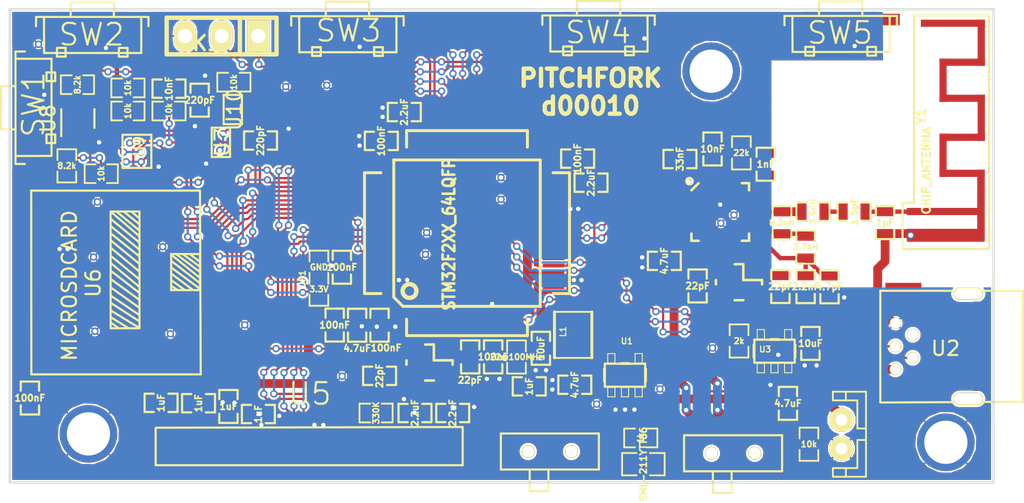
<source format=kicad_pcb>
(kicad_pcb (version 4) (host pcbnew 4.0.5+dfsg1-4)
  (layers (0 F.Cu signal) (31 B.Cu signal) (34 B.Paste user) (35 F.Paste user) (36 B.SilkS user) (37 F.SilkS user) (38 B.Mask user) (39 F.Mask user) (44 Edge.Cuts user))
  (net 0 "")
  (net 1 /CHRG_STAT)
  (net 2 /LCD_CS)
  (net 3 /LCD_DC)
  (net 4 /LCD_RES)
  (net 5 /LCD_SCLK)
  (net 6 /LCD_SDIN)
  (net 7 /VBAT)
  (net 8 /btn0)
  (net 9 /btn1)
  (net 10 /btn2)
  (net 11 /btn3)
  (net 12 /nrf_ce)
  (net 13 /nrf_csn)
  (net 14 /nrf_irq)
  (net 15 /nrf_miso)
  (net 16 /nrf_mosi)
  (net 17 /nrf_sck)
  (net 18 /sd_cd)
  (net 19 /sd_clk)
  (net 20 /sd_cmd)
  (net 21 /sd_d0)
  (net 22 /sd_d1)
  (net 23 /sd_d2)
  (net 24 /sd_d3)
  (net 25 /swclk)
  (net 26 /swdio)
  (net 27 /usb_5v)
  (net 28 /usb_dm)
  (net 29 /usb_dp)
  (net 30 /vdd)
  (net 31 GND)
  (net 32 "Net-(BT1-Pad1)")
  (net 33 "Net-(C1-Pad2)")
  (net 34 "Net-(C2-Pad2)")
  (net 35 "Net-(C3-Pad1)")
  (net 36 "Net-(C7-Pad1)")
  (net 37 "Net-(C8-Pad1)")
  (net 38 "Net-(C14-Pad1)")
  (net 39 "Net-(C16-Pad1)")
  (net 40 "Net-(C21-Pad2)")
  (net 41 "Net-(C22-Pad2)")
  (net 42 "Net-(C23-Pad2)")
  (net 43 "Net-(C24-Pad2)")
  (net 44 "Net-(C25-Pad1)")
  (net 45 "Net-(C26-Pad1)")
  (net 46 "Net-(C30-Pad1)")
  (net 47 "Net-(C30-Pad2)")
  (net 48 "Net-(C31-Pad1)")
  (net 49 "Net-(C31-Pad2)")
  (net 50 "Net-(C32-Pad2)")
  (net 51 "Net-(C33-Pad2)")
  (net 52 "Net-(D1-Pad1)")
  (net 53 "Net-(L1-Pad1)")
  (net 54 "Net-(L5-Pad2)")
  (net 55 "Net-(L6-Pad1)")
  (net 56 "Net-(R3-Pad1)")
  (net 57 "Net-(R4-Pad2)")
  (net 58 "Net-(R5-Pad2)")
  (net 59 "Net-(IC1-Pad4)")
  (net 60 "Net-(IC1-Pad7)")
  (net 61 "Net-(IC1-Pad8)")
  (net 62 "Net-(IC1-Pad3)")
  (net 63 "Net-(IC1-Pad17)")
  (net 64 "Net-(IC1-Pad24)")
  (net 65 "Net-(IC1-Pad9)")
  (net 66 "Net-(IC1-Pad10)")
  (net 67 "Net-(IC1-Pad11)")
  (net 68 "Net-(IC1-Pad25)")
  (net 69 "Net-(IC1-Pad26)")
  (net 70 "Net-(IC1-Pad43)")
  (net 71 "Net-(IC1-Pad14)")
  (net 72 "Net-(IC1-Pad15)")
  (net 73 "Net-(U2-Pad4)")
  (net 74 "Net-(U5-Pad7)")
  (net 75 "Net-(U5-Pad20)")
  (net 76 "Net-(U5-Pad30)")
  (net 77 /btn4)
  (net 78 /comp2)
  (net 79 /comp1)
  (net 80 /rswen2)
  (net 81 /rswen1)
  (net 82 "Net-(C18-Pad1)")
  (net 83 "Net-(C19-Pad1)")
  (net 84 "Net-(C35-Pad1)")
  (net 85 "Net-(R7-Pad1)")
  (net 86 "Net-(R11-Pad2)")
  (net 87 "Net-(R9-Pad1)")
  (net 88 "Net-(R10-Pad1)")
  (net 89 "Net-(IC1-Pad33)")
  (net 90 "Net-(IC1-Pad30)")
  (net 91 "Net-(R12-Pad2)")
  (module opendous:1Pin_15mil_VIA (layer F.Cu) (at 172.1104 125.17628)
    (fp_text reference 1Pin_15mil_VIA hide)
    (fp_text value VAL** hide)
    (pad 1 thru_hole circle (at 0 0) (size 4 4) (drill 3) (layers *.Cu) (net 31 GND))
  )
  (module opendous:1Pin_15mil_VIA (layer F.Cu) (at 215.3158 100.01504)
    (fp_text reference 1Pin_15mil_VIA hide)
    (fp_text value VAL** hide)
    (pad 1 thru_hole circle (at 0 0) (size 4 4) (drill 3) (layers *.Cu) (net 31 GND))
  )
  (module opendous:Antenna_Meander_2.4GHz_TI_AN043 (layer F.Cu) (at 229.39248 108.47832 270)
    (fp_text reference Y1 (at -5.334 -0.508 270) (layer F.SilkS) (effects (font (size 0.6096 0.6096) (thickness 0.1524))))
    (fp_text value CHIP_ANTENNA (at -1.55448 -0.85344 270) (layer F.SilkS) (effects (font (size 0.5588 0.5588) (thickness 0.1397))))
    (pad 1 smd rect (at -11.79068 -2.68986 270) (size 0.4953 4.43992) (layers F.Cu) (net 41 "Net-(C22-Pad2)"))
    (pad 1 smd rect (at -9.08558 -3.33502 270) (size 0.50038 3.1496) (layers F.Cu) (net 41 "Net-(C22-Pad2)"))
    (pad 1 smd rect (at -7.8359 -2.00914 270) (size 2.99974 0.50038) (layers F.Cu) (net 41 "Net-(C22-Pad2)"))
    (pad 1 smd rect (at 2.921 -1.95072 270) (size 0.89916 4.89966) (layers F.Cu) (net 41 "Net-(C22-Pad2)"))
    (pad 1 smd rect (at 1.27 -2.19964 270) (size 0.50038 4.39928) (layers F.Cu) (net 41 "Net-(C22-Pad2)"))
    (pad 1 thru_hole circle (at 2.921 0.23876 270) (size 0.508 0.508) (drill 0.3302) (layers *.Cu) (net 41 "Net-(C22-Pad2)"))
    (pad 1 smd rect (at 0.87122 -4.64058 270) (size 5.00126 0.5207) (layers F.Cu) (net 41 "Net-(C22-Pad2)"))
    (pad 1 smd rect (at 1.27 0.22606 270) (size 0.50038 0.55118) (layers F.Cu) (net 41 "Net-(C22-Pad2)"))
    (pad 1 smd rect (at -1.37922 -3.32994 270) (size 0.50038 3.13944) (layers F.Cu) (net 41 "Net-(C22-Pad2)"))
    (pad 1 smd rect (at -2.6289 -2.00914 270) (size 2.99974 0.50038) (layers F.Cu) (net 41 "Net-(C22-Pad2)"))
    (pad 1 smd rect (at -5.22986 -4.6609 270) (size 3.2004 0.50038) (layers F.Cu) (net 41 "Net-(C22-Pad2)"))
    (pad 1 smd rect (at -10.43686 -4.6609 270) (size 3.2004 0.50038) (layers F.Cu) (net 41 "Net-(C22-Pad2)"))
    (pad 1 smd rect (at -3.87858 -3.33502 270) (size 0.50038 3.1496) (layers F.Cu) (net 41 "Net-(C22-Pad2)"))
    (pad 1 smd rect (at -6.58368 -3.33502 270) (size 0.4953 3.1496) (layers F.Cu) (net 41 "Net-(C22-Pad2)"))
  )
  (module jst-ph:jst-ph-JST-PH2 (layer F.Cu) (at 224.3582 125.20168 90)
    (fp_text reference "" (at 0.17272 -4.13258 90) (layer B.SilkS) (effects (font (size 1.27 1.27) (thickness 0.0889)) (justify mirror)))
    (fp_text value "" (at 1.53416 2.86258 90) (layer B.SilkS) (effects (font (size 1.27 1.27) (thickness 0.0889)) (justify mirror)))
    (pad 1 thru_hole circle (at 0.99822 0 90) (size 1.6764 3.3528) (drill 0.8128) (layers *.Cu F.Paste F.SilkS F.Mask) (net 32 "Net-(BT1-Pad1)"))
    (pad 2 thru_hole circle (at -0.99822 0 90) (size 1.6764 3.3528) (drill 0.8128) (layers *.Cu F.Paste F.SilkS F.Mask) (net 31 GND))
  )
  (module pitchfork:QFN20_0.5mmPitch_HMC5843 (layer F.Cu) (at 215.945 109.78)
    (fp_text reference U4 hide)
    (fp_text value NRF24L01+ hide)
    (pad 1 smd rect (at -2.04978 -1.00076 90) (size 0.254 0.762) (layers F.Cu F.Paste F.Mask) (net 12 /nrf_ce))
    (pad 6 smd rect (at -1.00076 2.04978) (size 0.254 0.762) (layers F.Cu F.Paste F.Mask) (net 14 /nrf_irq))
    (pad 11 smd rect (at 2.04978 1.00076 270) (size 0.254 0.762) (layers F.Cu F.Paste F.Mask) (net 43 "Net-(C24-Pad2)"))
    (pad 16 smd rect (at 1.00076 -2.04978) (size 0.254 0.762) (layers F.Cu F.Paste F.Mask) (net 57 "Net-(R4-Pad2)"))
    (pad 2 smd rect (at -2.04978 -0.50038 90) (size 0.254 0.762) (layers F.Cu F.Paste F.Mask) (net 13 /nrf_csn))
    (pad 7 smd rect (at -0.50038 2.04978) (size 0.254 0.762) (layers F.Cu F.Paste F.Mask) (net 39 "Net-(C16-Pad1)"))
    (pad 12 smd rect (at 2.04978 0.50038 270) (size 0.254 0.762) (layers F.Cu F.Paste F.Mask) (net 55 "Net-(L6-Pad1)"))
    (pad 17 smd rect (at 0.50038 -2.04978) (size 0.254 0.762) (layers F.Cu F.Paste F.Mask) (net 31 GND))
    (pad 3 smd rect (at -2.04978 0 90) (size 0.254 0.762) (layers F.Cu F.Paste F.Mask) (net 17 /nrf_sck))
    (pad 8 smd rect (at 0 2.04978) (size 0.254 0.762) (layers F.Cu F.Paste F.Mask) (net 31 GND))
    (pad 13 smd rect (at 2.04978 0 270) (size 0.254 0.762) (layers F.Cu F.Paste F.Mask) (net 54 "Net-(L5-Pad2)"))
    (pad 18 smd rect (at 0 -2.04978) (size 0.254 0.762) (layers F.Cu F.Paste F.Mask) (net 39 "Net-(C16-Pad1)"))
    (pad 4 smd rect (at -2.04978 0.50038 90) (size 0.254 0.762) (layers F.Cu F.Paste F.Mask) (net 16 /nrf_mosi))
    (pad 9 smd rect (at 0.50038 2.04978) (size 0.254 0.762) (layers F.Cu F.Paste F.Mask) (net 44 "Net-(C25-Pad1)"))
    (pad 14 smd rect (at 2.04978 -0.50038 270) (size 0.254 0.762) (layers F.Cu F.Paste F.Mask) (net 31 GND))
    (pad 19 smd rect (at -0.50038 -2.04978) (size 0.254 0.762) (layers F.Cu F.Paste F.Mask) (net 40 "Net-(C21-Pad2)"))
    (pad 5 smd rect (at -2.04978 1.00076 90) (size 0.254 0.762) (layers F.Cu F.Paste F.Mask) (net 15 /nrf_miso))
    (pad 10 smd rect (at 1.00076 2.04978) (size 0.254 0.762) (layers F.Cu F.Paste F.Mask) (net 45 "Net-(C26-Pad1)"))
    (pad 15 smd rect (at 2.04978 -1.00076 270) (size 0.254 0.762) (layers F.Cu F.Paste F.Mask) (net 39 "Net-(C16-Pad1)"))
    (pad 20 smd rect (at -1.00076 -2.04978) (size 0.254 0.762) (layers F.Cu F.Paste F.Mask) (net 31 GND))
  )
  (module pitchfork:HiroseDM3D-SF (layer F.Cu) (at 169.65 114.65 270)
    (fp_text reference U6 (at 0.06 -2.79 270) (layer F.SilkS))
    (fp_text value MICROSDCARD (at 0.24 -1.14 270) (layer F.SilkS))
    (pad 8 smd rect (at -4.5 0.875 270) (size 0.7 1.75) (layers F.Cu F.Paste F.Mask) (net 22 /sd_d1))
    (pad 7 smd rect (at -3.4 0.875 270) (size 0.7 1.75) (layers F.Cu F.Paste F.Mask) (net 21 /sd_d0))
    (pad 6 smd rect (at -2.3 0.875 270) (size 0.7 1.75) (layers F.Cu F.Paste F.Mask) (net 31 GND))
    (pad 5 smd rect (at -1.2 0.875 270) (size 0.7 1.75) (layers F.Cu F.Paste F.Mask) (net 19 /sd_clk))
    (pad 4 smd rect (at -0.1 0.875 270) (size 0.7 1.75) (layers F.Cu F.Paste F.Mask) (net 30 /vdd))
    (pad 3 smd rect (at 1 0.875 270) (size 0.7 1.75) (layers F.Cu F.Paste F.Mask) (net 20 /sd_cmd))
    (pad 2 smd rect (at 2.1 0.875 270) (size 0.7 1.75) (layers F.Cu F.Paste F.Mask) (net 24 /sd_d3))
    (pad 1 smd rect (at 3.2 0.875 270) (size 0.7 1.75) (layers F.Cu F.Paste F.Mask) (net 23 /sd_d2))
    (pad "" smd rect (at 5.65 0.75 270) (size 1.5 1.5) (layers F.Cu F.Paste F.Mask))
    (pad "" smd rect (at -5.7 0.75 270) (size 1.3 1.5) (layers F.Cu F.Paste F.Mask))
    (pad "" smd rect (at 6 -7.5 270) (size 0.8 1.4) (layers F.Cu F.Paste F.Mask))
    (pad 9 smd rect (at 5.7 -9.925 270) (size 1 1.55) (layers F.Cu F.Paste F.Mask) (net 18 /sd_cd))
    (pad 10 smd rect (at -5.625 -8.35 270) (size 1.45 1) (layers F.Cu F.Paste F.Mask) (net 31 GND))
    (pad "" smd rect (at -5.95 -6.85 270) (size 0.8 1.5) (layers F.Cu F.Paste F.Mask))
  )
  (module pitchforkv02:miniusb (layer F.Cu) (at 234.9 119.1 180)
    (fp_text reference U2 (at 3.325 -0.15 180) (layer F.SilkS))
    (fp_text value "" hide)
    (pad 1 thru_hole circle (at 6.8 -1.6 180) (size 0.8 0.8) (drill 0.7) (layers *.Cu *.Mask F.SilkS) (net 27 /usb_5v))
    (pad 2 thru_hole circle (at 5.6 -0.8 180) (size 0.8 0.8) (drill 0.7) (layers *.Cu *.Mask F.SilkS) (net 28 /usb_dm))
    (pad 3 thru_hole circle (at 6.8 0 180) (size 0.8 0.8) (drill 0.7) (layers *.Cu *.Mask F.SilkS) (net 29 /usb_dp))
    (pad 5 thru_hole circle (at 6.8 1.6 180) (size 0.8 0.8) (drill 0.7) (layers *.Cu *.Mask F.SilkS) (net 31 GND))
    (pad "" smd rect (at 6.25 -3.7 180) (size 2.5 1.4) (layers F.Cu F.Paste F.Mask))
    (pad "" thru_hole oval (at 1.75 3.65 180) (size 2.05 0.85) (drill oval 1.9 0.7) (layers *.Cu *.Mask F.SilkS))
    (pad "" smd rect (at 0.8 0 180) (size 1.2 6.2) (layers F.Cu F.Paste F.Mask))
    (pad "" thru_hole oval (at 1.75 -3.65 180) (size 2.05 0.85) (drill oval 1.9 0.7) (layers *.Cu *.Mask F.SilkS))
    (pad "" smd rect (at 6.25 3.7 180) (size 2.5 1.4) (layers F.Cu F.Paste F.Mask))
    (pad 4 thru_hole circle (at 5.6 0.8 180) (size 0.8 0.8) (drill 0.7) (layers *.Cu *.Mask F.SilkS) (net 73 "Net-(U2-Pad4)"))
  )
  (module opendous:0805_Opendous (layer F.Cu) (at 210.61 127.28)
    (fp_text reference D1 hide)
    (fp_text value SML-211YTT86 (at 0 0 90) (layer F.SilkS) (effects (font (size 0.4572 0.4572) (thickness 0.1143))))
    (pad 1 smd rect (at -0.94996 0) (size 0.89916 1.39954) (layers F.Cu F.Paste F.Mask) (net 52 "Net-(D1-Pad1)"))
    (pad 2 smd rect (at 0.94996 0) (size 0.889 1.39954) (layers F.Cu F.Paste F.Mask) (net 31 GND))
  )
  (module SparkFun:SparkFun-1210 (layer F.Cu) (at 205.74028 118.30872 90)
    (fp_text reference L1 (at 0.2159 -0.70104 90) (layer F.SilkS) (effects (font (size 0.4064 0.4064) (thickness 0.0889))))
    (fp_text value 10uH hide)
    (pad 1 smd rect (at -1.59766 0 90) (size 1.19888 1.99898) (layers F.Cu F.Paste F.Mask) (net 53 "Net-(L1-Pad1)"))
    (pad 2 smd rect (at 1.59766 0 90) (size 1.19888 1.99898) (layers F.Cu F.Paste F.Mask) (net 30 /vdd))
  )
  (module opendous:SM0603_Opendous (layer F.Cu) (at 192.31 121.15)
    (fp_text reference C1 hide)
    (fp_text value 22pF (at 0 0 90) (layer F.SilkS) (effects (font (size 0.4572 0.4572) (thickness 0.1143))))
    (pad 1 smd rect (at -0.762 0) (size 0.635 1.143) (layers F.Cu F.Paste F.Mask) (net 31 GND))
    (pad 2 smd rect (at 0.762 0) (size 0.635 1.143) (layers F.Cu F.Paste F.Mask) (net 33 "Net-(C1-Pad2)"))
  )
  (module opendous:SM0603_Opendous (layer F.Cu) (at 198.5978 119.83526 90)
    (fp_text reference C2 hide)
    (fp_text value 22pF (at -1.61474 -0.0078 180) (layer F.SilkS) (effects (font (size 0.4572 0.4572) (thickness 0.1143))))
    (pad 1 smd rect (at -0.762 0 90) (size 0.635 1.143) (layers F.Cu F.Paste F.Mask) (net 31 GND))
    (pad 2 smd rect (at 0.762 0 90) (size 0.635 1.143) (layers F.Cu F.Paste F.Mask) (net 34 "Net-(C2-Pad2)"))
  )
  (module opendous:SM0603_Opendous (layer F.Cu) (at 189.69256 113.6148 90)
    (fp_text reference C3 hide)
    (fp_text value 100nF (at 0 0 180) (layer F.SilkS) (effects (font (size 0.4572 0.4572) (thickness 0.1143))))
    (pad 1 smd rect (at -0.762 0 90) (size 0.635 1.143) (layers F.Cu F.Paste F.Mask) (net 35 "Net-(C3-Pad1)"))
    (pad 2 smd rect (at 0.762 0 90) (size 0.635 1.143) (layers F.Cu F.Paste F.Mask) (net 31 GND))
  )
  (module opendous:SM0603_Opendous (layer F.Cu) (at 168.05 122.69 270)
    (fp_text reference C4 hide)
    (fp_text value 100nF (at 0 0 360) (layer F.SilkS) (effects (font (size 0.4572 0.4572) (thickness 0.1143))))
    (pad 1 smd rect (at -0.762 0 270) (size 0.635 1.143) (layers F.Cu F.Paste F.Mask) (net 30 /vdd))
    (pad 2 smd rect (at 0.762 0 270) (size 0.635 1.143) (layers F.Cu F.Paste F.Mask) (net 31 GND))
  )
  (module opendous:SM0603_Opendous (layer F.Cu) (at 220.64 123.06 270)
    (fp_text reference C5 hide)
    (fp_text value 4.7uF (at 0 0 360) (layer F.SilkS) (effects (font (size 0.4572 0.4572) (thickness 0.1143))))
    (pad 1 smd rect (at -0.762 0 270) (size 0.635 1.143) (layers F.Cu F.Paste F.Mask) (net 32 "Net-(BT1-Pad1)"))
    (pad 2 smd rect (at 0.762 0 270) (size 0.635 1.143) (layers F.Cu F.Paste F.Mask) (net 31 GND))
  )
  (module opendous:SM0603_Opendous (layer F.Cu) (at 205.85458 121.7682 180)
    (fp_text reference C6 hide)
    (fp_text value 4.7uF (at 0 0 270) (layer F.SilkS) (effects (font (size 0.4572 0.4572) (thickness 0.1143))))
    (pad 1 smd rect (at -0.762 0 180) (size 0.635 1.143) (layers F.Cu F.Paste F.Mask) (net 7 /VBAT))
    (pad 2 smd rect (at 0.762 0 180) (size 0.635 1.143) (layers F.Cu F.Paste F.Mask) (net 31 GND))
  )
  (module opendous:SM0603_Opendous (layer F.Cu) (at 206.98 107.75)
    (fp_text reference C7 hide)
    (fp_text value 2.2uF (at 0 0 90) (layer F.SilkS) (effects (font (size 0.4572 0.4572) (thickness 0.1143))))
    (pad 1 smd rect (at -0.762 0) (size 0.635 1.143) (layers F.Cu F.Paste F.Mask) (net 36 "Net-(C7-Pad1)"))
    (pad 2 smd rect (at 0.762 0) (size 0.635 1.143) (layers F.Cu F.Paste F.Mask) (net 31 GND))
  )
  (module opendous:SM0603_Opendous (layer F.Cu) (at 194.025 102.85 180)
    (fp_text reference C8 hide)
    (fp_text value 2.2uF (at 0 0 270) (layer F.SilkS) (effects (font (size 0.4572 0.4572) (thickness 0.1143))))
    (pad 1 smd rect (at -0.762 0 180) (size 0.635 1.143) (layers F.Cu F.Paste F.Mask) (net 37 "Net-(C8-Pad1)"))
    (pad 2 smd rect (at 0.762 0 180) (size 0.635 1.143) (layers F.Cu F.Paste F.Mask) (net 31 GND))
  )
  (module opendous:SM0603_Opendous (layer F.Cu) (at 192.30622 117.63816 90)
    (fp_text reference C9 hide)
    (fp_text value 100nF (at -1.57184 0.45378 180) (layer F.SilkS) (effects (font (size 0.4572 0.4572) (thickness 0.1143))))
    (pad 1 smd rect (at -0.762 0 90) (size 0.635 1.143) (layers F.Cu F.Paste F.Mask) (net 31 GND))
    (pad 2 smd rect (at 0.762 0 90) (size 0.635 1.143) (layers F.Cu F.Paste F.Mask) (net 30 /vdd))
  )
  (module opendous:SM0603_Opendous (layer F.Cu) (at 206.05 106.08 180)
    (fp_text reference C10 hide)
    (fp_text value 100nF (at 0 0 270) (layer F.SilkS) (effects (font (size 0.4572 0.4572) (thickness 0.1143))))
    (pad 1 smd rect (at -0.762 0 180) (size 0.635 1.143) (layers F.Cu F.Paste F.Mask) (net 31 GND))
    (pad 2 smd rect (at 0.762 0 180) (size 0.635 1.143) (layers F.Cu F.Paste F.Mask) (net 30 /vdd))
  )
  (module opendous:SM0603_Opendous (layer F.Cu) (at 192.43068 104.8518)
    (fp_text reference C11 hide)
    (fp_text value 100nF (at 0 0 90) (layer F.SilkS) (effects (font (size 0.4572 0.4572) (thickness 0.1143))))
    (pad 1 smd rect (at -0.762 0) (size 0.635 1.143) (layers F.Cu F.Paste F.Mask) (net 31 GND))
    (pad 2 smd rect (at 0.762 0) (size 0.635 1.143) (layers F.Cu F.Paste F.Mask) (net 30 /vdd))
  )
  (module opendous:SM0603_Opendous (layer F.Cu) (at 203.5 119.23836 270)
    (fp_text reference C12 hide)
    (fp_text value 10uF (at 0 0 270) (layer F.SilkS) (effects (font (size 0.4572 0.4572) (thickness 0.1143))))
    (pad 1 smd rect (at -0.762 0 270) (size 0.635 1.143) (layers F.Cu F.Paste F.Mask) (net 30 /vdd))
    (pad 2 smd rect (at 0.762 0 270) (size 0.635 1.143) (layers F.Cu F.Paste F.Mask) (net 31 GND))
  )
  (module opendous:SM0603_Opendous (layer F.Cu) (at 190.75174 117.63816 90)
    (fp_text reference C13 hide)
    (fp_text value 4.7uF (at -1.60184 -0.00174 180) (layer F.SilkS) (effects (font (size 0.4572 0.4572) (thickness 0.1143))))
    (pad 1 smd rect (at -0.762 0 90) (size 0.635 1.143) (layers F.Cu F.Paste F.Mask) (net 31 GND))
    (pad 2 smd rect (at 0.762 0 90) (size 0.635 1.143) (layers F.Cu F.Paste F.Mask) (net 30 /vdd))
  )
  (module opendous:SM0603_Opendous (layer F.Cu) (at 200.19038 119.83526 270)
    (fp_text reference C14 hide)
    (fp_text value 100nF (at 0 0 360) (layer F.SilkS) (effects (font (size 0.4572 0.4572) (thickness 0.1143))))
    (pad 1 smd rect (at -0.762 0 270) (size 0.635 1.143) (layers F.Cu F.Paste F.Mask) (net 38 "Net-(C14-Pad1)"))
    (pad 2 smd rect (at 0.762 0 270) (size 0.635 1.143) (layers F.Cu F.Paste F.Mask) (net 31 GND))
  )
  (module opendous:SM0603_Opendous (layer F.Cu) (at 202.69228 121.87996)
    (fp_text reference C15 hide)
    (fp_text value 1uF (at 0 0 90) (layer F.SilkS) (effects (font (size 0.4572 0.4572) (thickness 0.1143))))
    (pad 1 smd rect (at -0.762 0) (size 0.635 1.143) (layers F.Cu F.Paste F.Mask) (net 38 "Net-(C14-Pad1)"))
    (pad 2 smd rect (at 0.762 0) (size 0.635 1.143) (layers F.Cu F.Paste F.Mask) (net 31 GND))
  )
  (module opendous:SM0603_Opendous (layer F.Cu) (at 215.41 105.41 90)
    (fp_text reference C16 hide)
    (fp_text value 10nF (at 0 0 180) (layer F.SilkS) (effects (font (size 0.4572 0.4572) (thickness 0.1143))))
    (pad 1 smd rect (at -0.762 0 90) (size 0.635 1.143) (layers F.Cu F.Paste F.Mask) (net 39 "Net-(C16-Pad1)"))
    (pad 2 smd rect (at 0.762 0 90) (size 0.635 1.143) (layers F.Cu F.Paste F.Mask) (net 31 GND))
  )
  (module opendous:SM0603_Opendous (layer F.Cu) (at 219.1 106.47 90)
    (fp_text reference C17 hide)
    (fp_text value 1nF (at 0 0 180) (layer F.SilkS) (effects (font (size 0.4572 0.4572) (thickness 0.1143))))
    (pad 1 smd rect (at -0.762 0 90) (size 0.635 1.143) (layers F.Cu F.Paste F.Mask) (net 39 "Net-(C16-Pad1)"))
    (pad 2 smd rect (at 0.762 0 90) (size 0.635 1.143) (layers F.Cu F.Paste F.Mask) (net 31 GND))
  )
  (module opendous:SM0603_Opendous (layer F.Cu) (at 222.2 118.9 270)
    (fp_text reference C20 hide)
    (fp_text value 10uF (at 0 0 360) (layer F.SilkS) (effects (font (size 0.4572 0.4572) (thickness 0.1143))))
    (pad 1 smd rect (at -0.762 0 270) (size 0.635 1.143) (layers F.Cu F.Paste F.Mask) (net 27 /usb_5v))
    (pad 2 smd rect (at 0.762 0 270) (size 0.635 1.143) (layers F.Cu F.Paste F.Mask) (net 31 GND))
  )
  (module opendous:SM0603_Opendous (layer F.Cu) (at 213.15 106.11)
    (fp_text reference C21 hide)
    (fp_text value 33nF (at 0 0 90) (layer F.SilkS) (effects (font (size 0.4572 0.4572) (thickness 0.1143))))
    (pad 1 smd rect (at -0.762 0) (size 0.635 1.143) (layers F.Cu F.Paste F.Mask) (net 31 GND))
    (pad 2 smd rect (at 0.762 0) (size 0.635 1.143) (layers F.Cu F.Paste F.Mask) (net 40 "Net-(C21-Pad2)"))
  )
  (module opendous:SM0603_Opendous (layer F.Cu) (at 227.38 110.52 90)
    (fp_text reference C22 hide)
    (fp_text value 1pF (at 0 0 180) (layer F.SilkS) (effects (font (size 0.4572 0.4572) (thickness 0.1143))))
    (pad 1 smd rect (at -0.762 0 90) (size 0.635 1.143) (layers F.Cu F.Paste F.Mask) (net 31 GND))
    (pad 2 smd rect (at 0.762 0 90) (size 0.635 1.143) (layers F.Cu F.Paste F.Mask) (net 41 "Net-(C22-Pad2)"))
  )
  (module opendous:SM0603_Opendous (layer F.Cu) (at 225.23 109.76 180)
    (fp_text reference C23 hide)
    (fp_text value 1.5pF (at 0 0 270) (layer F.SilkS) (effects (font (size 0.4572 0.4572) (thickness 0.1143))))
    (pad 1 smd rect (at -0.762 0 180) (size 0.635 1.143) (layers F.Cu F.Paste F.Mask) (net 41 "Net-(C22-Pad2)"))
    (pad 2 smd rect (at 0.762 0 180) (size 0.635 1.143) (layers F.Cu F.Paste F.Mask) (net 42 "Net-(C23-Pad2)"))
  )
  (module opendous:SM0603_Opendous (layer F.Cu) (at 223.52508 114.97564 90)
    (fp_text reference C24 hide)
    (fp_text value 4.7pF (at 0 0 180) (layer F.SilkS) (effects (font (size 0.4572 0.4572) (thickness 0.1143))))
    (pad 1 smd rect (at -0.762 0 90) (size 0.635 1.143) (layers F.Cu F.Paste F.Mask) (net 31 GND))
    (pad 2 smd rect (at 0.762 0 90) (size 0.635 1.143) (layers F.Cu F.Paste F.Mask) (net 43 "Net-(C24-Pad2)"))
  )
  (module opendous:SM0603_Opendous (layer F.Cu) (at 214.37338 114.9143 90)
    (fp_text reference C25 hide)
    (fp_text value 22pF (at 0 0 180) (layer F.SilkS) (effects (font (size 0.4572 0.4572) (thickness 0.1143))))
    (pad 1 smd rect (at -0.762 0 90) (size 0.635 1.143) (layers F.Cu F.Paste F.Mask) (net 44 "Net-(C25-Pad1)"))
    (pad 2 smd rect (at 0.762 0 90) (size 0.635 1.143) (layers F.Cu F.Paste F.Mask) (net 31 GND))
  )
  (module opendous:SM0603_Opendous (layer F.Cu) (at 220.12 114.955 270)
    (fp_text reference C26 hide)
    (fp_text value 22pF (at 0 0 360) (layer F.SilkS) (effects (font (size 0.4572 0.4572) (thickness 0.1143))))
    (pad 1 smd rect (at -0.762 0 270) (size 0.635 1.143) (layers F.Cu F.Paste F.Mask) (net 45 "Net-(C26-Pad1)"))
    (pad 2 smd rect (at 0.762 0 270) (size 0.635 1.143) (layers F.Cu F.Paste F.Mask) (net 31 GND))
  )
  (module opendous:SM0603_Opendous (layer F.Cu) (at 221.869 114.96294 90)
    (fp_text reference C27 hide)
    (fp_text value 2.2nF (at 0 0 180) (layer F.SilkS) (effects (font (size 0.4572 0.4572) (thickness 0.1143))))
    (pad 1 smd rect (at -0.762 0 90) (size 0.635 1.143) (layers F.Cu F.Paste F.Mask) (net 31 GND))
    (pad 2 smd rect (at 0.762 0 90) (size 0.635 1.143) (layers F.Cu F.Paste F.Mask) (net 43 "Net-(C24-Pad2)"))
  )
  (module opendous:SM0603_Opendous (layer F.Cu) (at 181.825 123.275 90)
    (fp_text reference C28 hide)
    (fp_text value 1uF (at 0 0 180) (layer F.SilkS) (effects (font (size 0.4572 0.4572) (thickness 0.1143))))
    (pad 1 smd rect (at -0.762 0 90) (size 0.635 1.143) (layers F.Cu F.Paste F.Mask) (net 7 /VBAT))
    (pad 2 smd rect (at 0.762 0 90) (size 0.635 1.143) (layers F.Cu F.Paste F.Mask) (net 31 GND))
  )
  (module opendous:SM0603_Opendous (layer F.Cu) (at 183.9 123.8 180)
    (fp_text reference C29 hide)
    (fp_text value 1uF (at 0 0 270) (layer F.SilkS) (effects (font (size 0.4572 0.4572) (thickness 0.1143))))
    (pad 1 smd rect (at -0.762 0 180) (size 0.635 1.143) (layers F.Cu F.Paste F.Mask) (net 31 GND))
    (pad 2 smd rect (at 0.762 0 180) (size 0.635 1.143) (layers F.Cu F.Paste F.Mask) (net 30 /vdd))
  )
  (module opendous:SM0603_Opendous (layer F.Cu) (at 177.15 123.025)
    (fp_text reference C30 hide)
    (fp_text value 1uF (at 0 0 90) (layer F.SilkS) (effects (font (size 0.4572 0.4572) (thickness 0.1143))))
    (pad 1 smd rect (at -0.762 0) (size 0.635 1.143) (layers F.Cu F.Paste F.Mask) (net 46 "Net-(C30-Pad1)"))
    (pad 2 smd rect (at 0.762 0) (size 0.635 1.143) (layers F.Cu F.Paste F.Mask) (net 47 "Net-(C30-Pad2)"))
  )
  (module opendous:SM0603_Opendous (layer F.Cu) (at 179.75 123.05)
    (fp_text reference C31 hide)
    (fp_text value 1uF (at 0 0 90) (layer F.SilkS) (effects (font (size 0.4572 0.4572) (thickness 0.1143))))
    (pad 1 smd rect (at -0.762 0) (size 0.635 1.143) (layers F.Cu F.Paste F.Mask) (net 48 "Net-(C31-Pad1)"))
    (pad 2 smd rect (at 0.762 0) (size 0.635 1.143) (layers F.Cu F.Paste F.Mask) (net 49 "Net-(C31-Pad2)"))
  )
  (module opendous:SM0603_Opendous (layer F.Cu) (at 194.76748 123.72908)
    (fp_text reference C32 hide)
    (fp_text value 2.2uF (at 0 0 90) (layer F.SilkS) (effects (font (size 0.4572 0.4572) (thickness 0.1143))))
    (pad 1 smd rect (at -0.762 0) (size 0.635 1.143) (layers F.Cu F.Paste F.Mask) (net 31 GND))
    (pad 2 smd rect (at 0.762 0) (size 0.635 1.143) (layers F.Cu F.Paste F.Mask) (net 50 "Net-(C32-Pad2)"))
  )
  (module opendous:SM0603_Opendous (layer F.Cu) (at 197.38368 123.72908 180)
    (fp_text reference C33 hide)
    (fp_text value 2.2uF (at 0 0 270) (layer F.SilkS) (effects (font (size 0.4572 0.4572) (thickness 0.1143))))
    (pad 1 smd rect (at -0.762 0 180) (size 0.635 1.143) (layers F.Cu F.Paste F.Mask) (net 31 GND))
    (pad 2 smd rect (at 0.762 0 180) (size 0.635 1.143) (layers F.Cu F.Paste F.Mask) (net 51 "Net-(C33-Pad2)"))
  )
  (module opendous:SM0603_Opendous (layer F.Cu) (at 189.19472 117.628 90)
    (fp_text reference C34 hide)
    (fp_text value 100nF (at 0 0 180) (layer F.SilkS) (effects (font (size 0.4572 0.4572) (thickness 0.1143))))
    (pad 1 smd rect (at -0.762 0 90) (size 0.635 1.143) (layers F.Cu F.Paste F.Mask) (net 31 GND))
    (pad 2 smd rect (at 0.762 0 90) (size 0.635 1.143) (layers F.Cu F.Paste F.Mask) (net 30 /vdd))
  )
  (module opendous:LQFP64_Opendous (layer F.Cu) (at 198.375 111.25 90)
    (fp_text reference IC1 hide)
    (fp_text value STM32F2XX_64LQFP (at -0.075 -1.25 90) (layer F.SilkS) (effects (font (size 0.8128 0.7112) (thickness 0.1778))))
    (pad 8 smd rect (at -5.99948 -0.24892 90) (size 1.50114 0.26924) (layers F.Cu F.Paste F.Mask) (net 61 "Net-(IC1-Pad8)"))
    (pad 7 smd rect (at -5.99948 -0.7493 90) (size 1.50114 0.26924) (layers F.Cu F.Paste F.Mask) (net 60 "Net-(IC1-Pad7)"))
    (pad 6 smd rect (at -5.99948 -1.24968 90) (size 1.50114 0.26924) (layers F.Cu F.Paste F.Mask) (net 34 "Net-(C2-Pad2)"))
    (pad 5 smd rect (at -5.99948 -1.75006 90) (size 1.50114 0.26924) (layers F.Cu F.Paste F.Mask) (net 33 "Net-(C1-Pad2)"))
    (pad 4 smd rect (at -5.99948 -2.25044 90) (size 1.50114 0.26924) (layers F.Cu F.Paste F.Mask) (net 59 "Net-(IC1-Pad4)"))
    (pad 3 smd rect (at -5.99948 -2.75082 90) (size 1.50114 0.26924) (layers F.Cu F.Paste F.Mask) (net 62 "Net-(IC1-Pad3)"))
    (pad 2 smd rect (at -5.99948 -3.2512 90) (size 1.50114 0.26924) (layers F.Cu F.Paste F.Mask) (net 18 /sd_cd))
    (pad 1 smd rect (at -5.99948 -3.74904 90) (size 1.50114 0.26924) (layers F.Cu F.Paste F.Mask) (net 30 /vdd))
    (pad 16 smd rect (at -5.99948 3.74904 90) (size 1.50114 0.26924) (layers F.Cu F.Paste F.Mask) (net 1 /CHRG_STAT))
    (pad 33 smd rect (at 5.99948 3.74904 90) (size 1.50114 0.26924) (layers F.Cu F.Paste F.Mask) (net 89 "Net-(IC1-Pad33)"))
    (pad 48 smd rect (at 5.99948 -3.74904 90) (size 1.50114 0.26924) (layers F.Cu F.Paste F.Mask) (net 30 /vdd))
    (pad 9 smd rect (at -5.99948 0.24892 90) (size 1.50114 0.26924) (layers F.Cu F.Paste F.Mask) (net 65 "Net-(IC1-Pad9)"))
    (pad 10 smd rect (at -5.99948 0.7493 90) (size 1.50114 0.26924) (layers F.Cu F.Paste F.Mask) (net 66 "Net-(IC1-Pad10)"))
    (pad 11 smd rect (at -5.99948 1.24968 90) (size 1.50114 0.26924) (layers F.Cu F.Paste F.Mask) (net 67 "Net-(IC1-Pad11)"))
    (pad 12 smd rect (at -5.99948 1.75006 90) (size 1.50114 0.26924) (layers F.Cu F.Paste F.Mask) (net 31 GND))
    (pad 13 smd rect (at -5.99948 2.25044 90) (size 1.50114 0.26924) (layers F.Cu F.Paste F.Mask) (net 38 "Net-(C14-Pad1)"))
    (pad 14 smd rect (at -5.99948 2.75082 90) (size 1.50114 0.26924) (layers F.Cu F.Paste F.Mask) (net 71 "Net-(IC1-Pad14)"))
    (pad 15 smd rect (at -5.99948 3.2512 90) (size 1.50114 0.26924) (layers F.Cu F.Paste F.Mask) (net 72 "Net-(IC1-Pad15)"))
    (pad 34 smd rect (at 5.99948 3.2512 90) (size 1.50114 0.26924) (layers F.Cu F.Paste F.Mask) (net 5 /LCD_SCLK))
    (pad 35 smd rect (at 5.99948 2.75082 90) (size 1.50114 0.26924) (layers F.Cu F.Paste F.Mask) (net 8 /btn0))
    (pad 36 smd rect (at 5.99948 2.25044 90) (size 1.50114 0.26924) (layers F.Cu F.Paste F.Mask) (net 6 /LCD_SDIN))
    (pad 37 smd rect (at 5.99948 1.75006 90) (size 1.50114 0.26924) (layers F.Cu F.Paste F.Mask) (net 9 /btn1))
    (pad 38 smd rect (at 5.99948 1.24968 90) (size 1.50114 0.26924) (layers F.Cu F.Paste F.Mask) (net 10 /btn2))
    (pad 39 smd rect (at 5.99948 0.7493 90) (size 1.50114 0.26924) (layers F.Cu F.Paste F.Mask) (net 21 /sd_d0))
    (pad 40 smd rect (at 5.99948 0.24892 90) (size 1.50114 0.26924) (layers F.Cu F.Paste F.Mask) (net 22 /sd_d1))
    (pad 41 smd rect (at 5.99948 -0.24892 90) (size 1.50114 0.26924) (layers F.Cu F.Paste F.Mask) (net 11 /btn3))
    (pad 42 smd rect (at 5.99948 -0.7493 90) (size 1.50114 0.26924) (layers F.Cu F.Paste F.Mask) (net 27 /usb_5v))
    (pad 43 smd rect (at 5.99948 -1.24968 90) (size 1.50114 0.26924) (layers F.Cu F.Paste F.Mask) (net 70 "Net-(IC1-Pad43)"))
    (pad 44 smd rect (at 5.99948 -1.75006 90) (size 1.50114 0.26924) (layers F.Cu F.Paste F.Mask) (net 28 /usb_dm))
    (pad 45 smd rect (at 5.99948 -2.25044 90) (size 1.50114 0.26924) (layers F.Cu F.Paste F.Mask) (net 29 /usb_dp))
    (pad 46 smd rect (at 5.99948 -2.75082 90) (size 1.50114 0.26924) (layers F.Cu F.Paste F.Mask) (net 26 /swdio))
    (pad 47 smd rect (at 5.99948 -3.2512 90) (size 1.50114 0.26924) (layers F.Cu F.Paste F.Mask) (net 37 "Net-(C8-Pad1)"))
    (pad 64 smd rect (at -3.74904 -5.99948 90) (size 0.24892 1.50114) (layers F.Cu F.Paste F.Mask) (net 30 /vdd))
    (pad 63 smd rect (at -3.2512 -5.99948 90) (size 0.24892 1.50114) (layers F.Cu F.Paste F.Mask) (net 31 GND))
    (pad 62 smd rect (at -2.75082 -5.99948 90) (size 0.24892 1.50114) (layers F.Cu F.Paste F.Mask) (net 79 /comp1))
    (pad 61 smd rect (at -2.25044 -5.99948 90) (size 0.24892 1.50114) (layers F.Cu F.Paste F.Mask) (net 78 /comp2))
    (pad 60 smd rect (at -1.75006 -5.99948 90) (size 0.24892 1.50114) (layers F.Cu F.Paste F.Mask) (net 35 "Net-(C3-Pad1)"))
    (pad 59 smd rect (at -1.24968 -5.99948 90) (size 0.24892 1.50114) (layers F.Cu F.Paste F.Mask) (net 81 /rswen1))
    (pad 56 smd rect (at 0.24892 -5.99948 90) (size 0.24892 1.50114) (layers F.Cu F.Paste F.Mask) (net 3 /LCD_DC))
    (pad 54 smd rect (at 1.24968 -5.99948 90) (size 0.24892 1.50114) (layers F.Cu F.Paste F.Mask) (net 20 /sd_cmd))
    (pad 53 smd rect (at 1.75006 -5.99948 90) (size 0.24892 1.50114) (layers F.Cu F.Paste F.Mask) (net 19 /sd_clk))
    (pad 58 smd rect (at -0.7493 -5.99948 90) (size 0.24892 1.50114) (layers F.Cu F.Paste F.Mask) (net 2 /LCD_CS))
    (pad 57 smd rect (at -0.24892 -5.99948 90) (size 0.24892 1.50114) (layers F.Cu F.Paste F.Mask) (net 4 /LCD_RES))
    (pad 55 smd rect (at 0.7493 -5.99948 90) (size 0.24892 1.50114) (layers F.Cu F.Paste F.Mask) (net 80 /rswen2))
    (pad 52 smd rect (at 2.25044 -5.99948 90) (size 0.24892 1.50114) (layers F.Cu F.Paste F.Mask) (net 24 /sd_d3))
    (pad 51 smd rect (at 2.75082 -5.99948 90) (size 0.24892 1.50114) (layers F.Cu F.Paste F.Mask) (net 23 /sd_d2))
    (pad 50 smd rect (at 3.2512 -5.99948 90) (size 0.24892 1.50114) (layers F.Cu F.Paste F.Mask) (net 77 /btn4))
    (pad 49 smd rect (at 3.74904 -5.99948 90) (size 0.24892 1.50114) (layers F.Cu F.Paste F.Mask) (net 25 /swclk))
    (pad 17 smd rect (at -3.74904 5.99948 90) (size 0.24892 1.50114) (layers F.Cu F.Paste F.Mask) (net 63 "Net-(IC1-Pad17)"))
    (pad 18 smd rect (at -3.2512 5.99948 90) (size 0.24892 1.50114) (layers F.Cu F.Paste F.Mask) (net 31 GND))
    (pad 19 smd rect (at -2.75082 5.99948 90) (size 0.24892 1.50114) (layers F.Cu F.Paste F.Mask) (net 30 /vdd))
    (pad 20 smd rect (at -2.25044 5.99948 90) (size 0.24892 1.50114) (layers F.Cu F.Paste F.Mask) (net 14 /nrf_irq))
    (pad 21 smd rect (at -1.75006 5.99948 90) (size 0.24892 1.50114) (layers F.Cu F.Paste F.Mask) (net 17 /nrf_sck))
    (pad 22 smd rect (at -1.24968 5.99948 90) (size 0.24892 1.50114) (layers F.Cu F.Paste F.Mask) (net 15 /nrf_miso))
    (pad 23 smd rect (at -0.7493 5.99948 90) (size 0.24892 1.50114) (layers F.Cu F.Paste F.Mask) (net 16 /nrf_mosi))
    (pad 24 smd rect (at -0.24892 5.99948 90) (size 0.24892 1.50114) (layers F.Cu F.Paste F.Mask) (net 64 "Net-(IC1-Pad24)"))
    (pad 25 smd rect (at 0.24892 5.99948 90) (size 0.24892 1.50114) (layers F.Cu F.Paste F.Mask) (net 68 "Net-(IC1-Pad25)"))
    (pad 26 smd rect (at 0.7493 5.99948 90) (size 0.24892 1.50114) (layers F.Cu F.Paste F.Mask) (net 69 "Net-(IC1-Pad26)"))
    (pad 27 smd rect (at 1.24968 5.99948 90) (size 0.24892 1.50114) (layers F.Cu F.Paste F.Mask) (net 13 /nrf_csn))
    (pad 28 smd rect (at 1.75006 5.99948 90) (size 0.24892 1.50114) (layers F.Cu F.Paste F.Mask) (net 31 GND))
    (pad 29 smd rect (at 2.25044 5.99948 90) (size 0.24892 1.50114) (layers F.Cu F.Paste F.Mask) (net 12 /nrf_ce))
    (pad 30 smd rect (at 2.75082 5.99948 90) (size 0.24892 1.50114) (layers F.Cu F.Paste F.Mask) (net 90 "Net-(IC1-Pad30)"))
    (pad 31 smd rect (at 3.2512 5.99948 90) (size 0.24892 1.50114) (layers F.Cu F.Paste F.Mask) (net 36 "Net-(C7-Pad1)"))
    (pad 32 smd rect (at 3.74904 5.99948 90) (size 0.24892 1.50114) (layers F.Cu F.Paste F.Mask) (net 30 /vdd))
  )
  (module opendous:0603_Jumper (layer F.Cu) (at 188.1 114.375 270)
    (fp_text reference JP1 (at 0 1.143 270) (layer F.SilkS) (effects (font (size 0.4064 0.4064) (thickness 0.1016))))
    (fp_text value JUMPER3 hide)
    (fp_text user 3.3V (at 0.762 0 360) (layer F.SilkS) (effects (font (size 0.4064 0.4064) (thickness 0.1016))))
    (fp_text user GND (at -0.762 0 360) (layer F.SilkS) (effects (font (size 0.4064 0.4064) (thickness 0.1016))))
    (pad 2 smd rect (at 0 0 270) (size 0.635 1.143) (layers F.Cu F.Mask) (net 35 "Net-(C3-Pad1)"))
    (pad 1 smd rect (at -1.524 0 270) (size 0.635 1.143) (layers F.Cu F.Mask) (net 31 GND))
    (pad 3 smd rect (at 1.524 0 270) (size 0.635 1.143) (layers F.Cu F.Mask) (net 30 /vdd))
  )
  (module w_pin_strip:pin_strip_3 (layer F.Cu) (at 181.35 97.575 180)
    (fp_text reference K1 (at 1.025 -0.5 180) (layer F.SilkS) (effects (font (size 1.016 1.016) (thickness 0.2032))))
    (fp_text value "" hide)
    (pad 1 thru_hole rect (at -2.54 0 180) (size 1.524 2.19964) (drill 1.00076) (layers *.Cu *.Mask F.SilkS) (net 26 /swdio))
    (pad 2 thru_hole oval (at 0 0 180) (size 1.524 2.19964) (drill 1.00076) (layers *.Cu *.Mask F.SilkS) (net 25 /swclk))
    (pad 3 thru_hole oval (at 2.54 0 180) (size 1.524 2.19964) (drill 1.00076) (layers *.Cu *.Mask F.SilkS) (net 31 GND))
  )
  (module opendous:0603_Opendous (layer F.Cu) (at 201.80836 119.84288 90)
    (fp_text reference L2 hide)
    (fp_text value 22@100MHz (at 0 0 180) (layer F.SilkS) (effects (font (size 0.4064 0.4064) (thickness 0.1016))))
    (pad 1 smd rect (at -0.762 0 90) (size 0.635 1.143) (layers F.Cu F.Paste F.Mask) (net 38 "Net-(C14-Pad1)"))
    (pad 2 smd rect (at 0.762 0 90) (size 0.635 1.143) (layers F.Cu F.Paste F.Mask) (net 30 /vdd))
  )
  (module opendous:0603_Opendous (layer F.Cu) (at 222.38 109.76 180)
    (fp_text reference L5 hide)
    (fp_text value 3.9nH (at 0 0 270) (layer F.SilkS) (effects (font (size 0.4064 0.4064) (thickness 0.1016))))
    (pad 1 smd rect (at -0.762 0 180) (size 0.635 1.143) (layers F.Cu F.Paste F.Mask) (net 42 "Net-(C23-Pad2)"))
    (pad 2 smd rect (at 0.762 0 180) (size 0.635 1.143) (layers F.Cu F.Paste F.Mask) (net 54 "Net-(L5-Pad2)"))
  )
  (module opendous:0603_Opendous (layer F.Cu) (at 220.23 110.53 90)
    (fp_text reference L6 hide)
    (fp_text value 8.2nH (at 0 0 180) (layer F.SilkS) (effects (font (size 0.4064 0.4064) (thickness 0.1016))))
    (pad 1 smd rect (at -0.762 0 90) (size 0.635 1.143) (layers F.Cu F.Paste F.Mask) (net 55 "Net-(L6-Pad1)"))
    (pad 2 smd rect (at 0.762 0 90) (size 0.635 1.143) (layers F.Cu F.Paste F.Mask) (net 54 "Net-(L5-Pad2)"))
  )
  (module opendous:0603_Opendous (layer F.Cu) (at 221.87 112.22 270)
    (fp_text reference L7 hide)
    (fp_text value 2.7nH (at 0 0 360) (layer F.SilkS) (effects (font (size 0.4064 0.4064) (thickness 0.1016))))
    (pad 1 smd rect (at -0.762 0 270) (size 0.635 1.143) (layers F.Cu F.Paste F.Mask) (net 55 "Net-(L6-Pad1)"))
    (pad 2 smd rect (at 0.762 0 270) (size 0.635 1.143) (layers F.Cu F.Paste F.Mask) (net 43 "Net-(C24-Pad2)"))
  )
  (module opendous:0603_Opendous (layer F.Cu) (at 210.43 125.46 180)
    (fp_text reference R2 hide)
    (fp_text value 1k (at 0 0 270) (layer F.SilkS) (effects (font (size 0.4064 0.4064) (thickness 0.1016))))
    (pad 1 smd rect (at -0.762 0 180) (size 0.635 1.143) (layers F.Cu F.Paste F.Mask) (net 39 "Net-(C16-Pad1)"))
    (pad 2 smd rect (at 0.762 0 180) (size 0.635 1.143) (layers F.Cu F.Paste F.Mask) (net 52 "Net-(D1-Pad1)"))
  )
  (module opendous:0603_Opendous (layer F.Cu) (at 217.25 118.73 270)
    (fp_text reference R3 hide)
    (fp_text value 2k (at 0 0 360) (layer F.SilkS) (effects (font (size 0.4064 0.4064) (thickness 0.1016))))
    (pad 1 smd rect (at -0.762 0 270) (size 0.635 1.143) (layers F.Cu F.Paste F.Mask) (net 56 "Net-(R3-Pad1)"))
    (pad 2 smd rect (at 0.762 0 270) (size 0.635 1.143) (layers F.Cu F.Paste F.Mask) (net 31 GND))
  )
  (module opendous:0603_Opendous (layer F.Cu) (at 217.41 105.68 270)
    (fp_text reference R4 hide)
    (fp_text value 22k (at 0 0 360) (layer F.SilkS) (effects (font (size 0.4064 0.4064) (thickness 0.1016))))
    (pad 1 smd rect (at -0.762 0 270) (size 0.635 1.143) (layers F.Cu F.Paste F.Mask) (net 31 GND))
    (pad 2 smd rect (at 0.762 0 270) (size 0.635 1.143) (layers F.Cu F.Paste F.Mask) (net 57 "Net-(R4-Pad2)"))
  )
  (module opendous:0603_Opendous (layer F.Cu) (at 192.06492 123.72908)
    (fp_text reference R5 hide)
    (fp_text value 330K (at 0 0 90) (layer F.SilkS) (effects (font (size 0.4064 0.4064) (thickness 0.1016))))
    (pad 1 smd rect (at -0.762 0) (size 0.635 1.143) (layers F.Cu F.Paste F.Mask) (net 31 GND))
    (pad 2 smd rect (at 0.762 0) (size 0.635 1.143) (layers F.Cu F.Paste F.Mask) (net 58 "Net-(R5-Pad2)"))
  )
  (module pitchforkbuttons:P010951 (layer F.Cu) (at 172.375 97.5 180)
    (fp_text reference SW2 (at 0.05 0.025 180) (layer F.SilkS) (effects (font (size 1.5 1.5))))
    (fp_text value "" hide)
    (pad 1 smd rect (at 2.1 -0.885 180) (size 0.9 1.27) (layers F.Cu F.Paste F.Mask) (net 11 /btn3))
    (pad 2 smd rect (at -2.1 -0.885 180) (size 0.9 1.27) (layers F.Cu F.Paste F.Mask) (net 31 GND))
    (pad 3 smd rect (at 3.375 1 180) (size 1.45 0.8) (layers F.Cu F.Paste F.Mask))
    (pad 4 smd rect (at -3.376 1 180) (size 1.45 0.8) (layers F.Cu F.Paste F.Mask))
  )
  (module pitchforkbuttons:P010951 (layer F.Cu) (at 190.08 97.45 180)
    (fp_text reference SW3 (at -0.075 0.25 180) (layer F.SilkS) (effects (font (size 1.5 1.5))))
    (fp_text value "" hide)
    (pad 1 smd rect (at 2.1 -0.885 180) (size 0.9 1.27) (layers F.Cu F.Paste F.Mask) (net 10 /btn2))
    (pad 2 smd rect (at -2.1 -0.885 180) (size 0.9 1.27) (layers F.Cu F.Paste F.Mask) (net 31 GND))
    (pad 3 smd rect (at 3.375 1 180) (size 1.45 0.8) (layers F.Cu F.Paste F.Mask))
    (pad 4 smd rect (at -3.376 1 180) (size 1.45 0.8) (layers F.Cu F.Paste F.Mask))
  )
  (module pitchforkbuttons:P010951 (layer F.Cu) (at 207.5 97.4 180)
    (fp_text reference SW4 (at 0.025 0.075 180) (layer F.SilkS) (effects (font (size 1.5 1.5))))
    (fp_text value "" hide)
    (pad 1 smd rect (at 2.1 -0.885 180) (size 0.9 1.27) (layers F.Cu F.Paste F.Mask) (net 9 /btn1))
    (pad 2 smd rect (at -2.1 -0.885 180) (size 0.9 1.27) (layers F.Cu F.Paste F.Mask) (net 31 GND))
    (pad 3 smd rect (at 3.375 1 180) (size 1.45 0.8) (layers F.Cu F.Paste F.Mask))
    (pad 4 smd rect (at -3.376 1 180) (size 1.45 0.8) (layers F.Cu F.Paste F.Mask))
  )
  (module pitchforkbuttons:P010951 (layer F.Cu) (at 224.3 97.43 180)
    (fp_text reference SW5 (at 0.05 0.075 180) (layer F.SilkS) (effects (font (size 1.5 1.5))))
    (fp_text value "" hide)
    (pad 1 smd rect (at 2.1 -0.885 180) (size 0.9 1.27) (layers F.Cu F.Paste F.Mask) (net 8 /btn0))
    (pad 2 smd rect (at -2.1 -0.885 180) (size 0.9 1.27) (layers F.Cu F.Paste F.Mask) (net 31 GND))
    (pad 3 smd rect (at 3.375 1 180) (size 1.45 0.8) (layers F.Cu F.Paste F.Mask))
    (pad 4 smd rect (at -3.376 1 180) (size 1.45 0.8) (layers F.Cu F.Paste F.Mask))
  )
  (module SparkFun:SparkFun-SOT23-5 (layer F.Cu) (at 209.33664 121.1072)
    (fp_text reference U1 (at 0.127 -2.3622) (layer F.SilkS) (effects (font (size 0.4064 0.4064) (thickness 0.0889))))
    (fp_text value LM3670 hide)
    (pad 1 smd rect (at -0.94996 1.29794) (size 0.54864 1.19888) (layers F.Cu F.Paste F.Mask) (net 7 /VBAT))
    (pad 2 smd rect (at 0 1.29794) (size 0.54864 1.19888) (layers F.Cu F.Paste F.Mask) (net 31 GND))
    (pad 3 smd rect (at 0.94996 1.29794) (size 0.54864 1.19888) (layers F.Cu F.Paste F.Mask) (net 7 /VBAT))
    (pad 4 smd rect (at 0.94996 -1.29794) (size 0.54864 1.19888) (layers F.Cu F.Paste F.Mask) (net 30 /vdd))
    (pad 5 smd rect (at -0.94996 -1.29794) (size 0.54864 1.19888) (layers F.Cu F.Paste F.Mask) (net 53 "Net-(L1-Pad1)"))
  )
  (module SparkFun:SparkFun-SOT23-5 (layer F.Cu) (at 219.71 119.44)
    (fp_text reference U3 (at -0.65 -0.13) (layer F.SilkS) (effects (font (size 0.4064 0.4064) (thickness 0.0889))))
    (fp_text value MCP73832-2 hide)
    (pad 1 smd rect (at -0.94996 1.29794) (size 0.54864 1.19888) (layers F.Cu F.Paste F.Mask) (net 1 /CHRG_STAT))
    (pad 2 smd rect (at 0 1.29794) (size 0.54864 1.19888) (layers F.Cu F.Paste F.Mask) (net 31 GND))
    (pad 3 smd rect (at 0.94996 1.29794) (size 0.54864 1.19888) (layers F.Cu F.Paste F.Mask) (net 32 "Net-(BT1-Pad1)"))
    (pad 4 smd rect (at 0.94996 -1.29794) (size 0.54864 1.19888) (layers F.Cu F.Paste F.Mask) (net 27 /usb_5v))
    (pad 5 smd rect (at -0.94996 -1.29794) (size 0.54864 1.19888) (layers F.Cu F.Paste F.Mask) (net 56 "Net-(R3-Pad1)"))
  )
  (module ug2864h:UG-2864H (layer F.Cu) (at 187.425 126)
    (fp_text reference U5 (at 0.05 -3.6) (layer F.SilkS) (effects (font (size 1.5 1.5))))
    (fp_text value "" hide)
    (pad 1 smd oval (at -10.15 0) (size 0.4 2) (layers F.Cu F.Paste F.Mask) (net 31 GND))
    (pad 2 smd oval (at -9.45 0) (size 0.4 2) (layers F.Cu F.Paste F.Mask) (net 46 "Net-(C30-Pad1)"))
    (pad 3 smd oval (at -8.75 0) (size 0.4 2) (layers F.Cu F.Paste F.Mask) (net 47 "Net-(C30-Pad2)"))
    (pad 4 smd oval (at -8.05 0) (size 0.4 2) (layers F.Cu F.Paste F.Mask) (net 48 "Net-(C31-Pad1)"))
    (pad 5 smd oval (at -7.35 0) (size 0.4 2) (layers F.Cu F.Paste F.Mask) (net 49 "Net-(C31-Pad2)"))
    (pad 6 smd oval (at -6.65 0) (size 0.4 2) (layers F.Cu F.Paste F.Mask) (net 7 /VBAT))
    (pad 7 smd oval (at -5.95 0) (size 0.4 2) (layers F.Cu F.Paste F.Mask) (net 74 "Net-(U5-Pad7)"))
    (pad 8 smd oval (at -5.25 0) (size 0.4 2) (layers F.Cu F.Paste F.Mask) (net 31 GND))
    (pad 9 smd oval (at -4.55 0) (size 0.4 2) (layers F.Cu F.Paste F.Mask) (net 30 /vdd))
    (pad 10 smd oval (at -3.85 0) (size 0.4 2) (layers F.Cu F.Paste F.Mask) (net 31 GND))
    (pad 11 smd oval (at -3.15 0) (size 0.4 2) (layers F.Cu F.Paste F.Mask) (net 31 GND))
    (pad 12 smd oval (at -2.45 0) (size 0.4 2) (layers F.Cu F.Paste F.Mask) (net 31 GND))
    (pad 13 smd oval (at -1.75 0) (size 0.4 2) (layers F.Cu F.Paste F.Mask) (net 2 /LCD_CS))
    (pad 14 smd oval (at -1.05 0) (size 0.4 2) (layers F.Cu F.Paste F.Mask) (net 4 /LCD_RES))
    (pad 15 smd oval (at -0.35 0) (size 0.4 2) (layers F.Cu F.Paste F.Mask) (net 3 /LCD_DC))
    (pad 16 smd oval (at 0.35 0) (size 0.4 2) (layers F.Cu F.Paste F.Mask) (net 31 GND))
    (pad 17 smd oval (at 1.05 0) (size 0.4 2) (layers F.Cu F.Paste F.Mask) (net 31 GND))
    (pad 18 smd oval (at 1.75 0) (size 0.4 2) (layers F.Cu F.Paste F.Mask) (net 5 /LCD_SCLK))
    (pad 19 smd oval (at 2.45 0) (size 0.4 2) (layers F.Cu F.Paste F.Mask) (net 6 /LCD_SDIN))
    (pad 20 smd oval (at 3.15 0) (size 0.4 2) (layers F.Cu F.Paste F.Mask) (net 75 "Net-(U5-Pad20)"))
    (pad 21 smd oval (at 3.85 0) (size 0.4 2) (layers F.Cu F.Paste F.Mask) (net 31 GND))
    (pad 22 smd oval (at 4.55 0) (size 0.4 2) (layers F.Cu F.Paste F.Mask) (net 31 GND))
    (pad 23 smd oval (at 5.25 0) (size 0.4 2) (layers F.Cu F.Paste F.Mask) (net 31 GND))
    (pad 24 smd oval (at 5.95 0) (size 0.4 2) (layers F.Cu F.Paste F.Mask) (net 31 GND))
    (pad 25 smd oval (at 6.65 0) (size 0.4 2) (layers F.Cu F.Paste F.Mask) (net 31 GND))
    (pad 26 smd oval (at 7.35 0) (size 0.4 2) (layers F.Cu F.Paste F.Mask) (net 58 "Net-(R5-Pad2)"))
    (pad 27 smd oval (at 8.05 0) (size 0.4 2) (layers F.Cu F.Paste F.Mask) (net 50 "Net-(C32-Pad2)"))
    (pad 28 smd oval (at 8.75 0) (size 0.4 2) (layers F.Cu F.Paste F.Mask) (net 51 "Net-(C33-Pad2)"))
    (pad 29 smd oval (at 9.45 0) (size 0.4 2) (layers F.Cu F.Paste F.Mask) (net 31 GND))
    (pad 30 smd oval (at 10.15 0) (size 0.4 2) (layers F.Cu F.Paste F.Mask) (net 76 "Net-(U5-Pad30)"))
  )
  (module pitchfork:Crystal_3.2x2.5mm (layer F.Cu) (at 195.77586 120.22642 180)
    (fp_text reference X1 hide)
    (fp_text value 25MHz hide)
    (pad 4 smd rect (at -1.09982 -0.8509 180) (size 1.39954 1.19888) (layers F.Cu F.Paste F.Mask))
    (pad 2 smd rect (at 1.09982 -0.8509 180) (size 1.39954 1.19888) (layers F.Cu F.Paste F.Mask) (net 33 "Net-(C1-Pad2)"))
    (pad 1 smd rect (at -1.09982 0.8509 180) (size 1.39954 1.19888) (layers F.Cu F.Paste F.Mask) (net 34 "Net-(C2-Pad2)"))
    (pad 3 smd rect (at 1.09982 0.8509 180) (size 1.39954 1.19888) (layers F.Cu F.Paste F.Mask))
  )
  (module pitchfork:Crystal_3.2x2.5mm (layer F.Cu) (at 217.245 114.655 180)
    (fp_text reference X2 hide)
    (fp_text value 16MHz hide)
    (pad 4 smd rect (at -1.09982 -0.8509 180) (size 1.39954 1.19888) (layers F.Cu F.Paste F.Mask))
    (pad 2 smd rect (at 1.09982 -0.8509 180) (size 1.39954 1.19888) (layers F.Cu F.Paste F.Mask) (net 44 "Net-(C25-Pad1)"))
    (pad 1 smd rect (at -1.09982 0.8509 180) (size 1.39954 1.19888) (layers F.Cu F.Paste F.Mask) (net 45 "Net-(C26-Pad1)"))
    (pad 3 smd rect (at 1.09982 0.8509 180) (size 1.39954 1.19888) (layers F.Cu F.Paste F.Mask))
  )
  (module pitchforkbuttons:P010951 (layer F.Cu) (at 168.3 102.55 270)
    (fp_text reference SW1 (at -0.225 0 270) (layer F.SilkS) (effects (font (size 1.5 1.5))))
    (fp_text value "" hide)
    (pad 1 smd rect (at 2.1 -0.885 270) (size 0.9 1.27) (layers F.Cu F.Paste F.Mask) (net 77 /btn4))
    (pad 2 smd rect (at -2.1 -0.885 270) (size 0.9 1.27) (layers F.Cu F.Paste F.Mask) (net 31 GND))
    (pad 3 smd rect (at 3.375 1 270) (size 1.45 0.8) (layers F.Cu F.Paste F.Mask))
    (pad 4 smd rect (at -3.376 1 270) (size 1.45 0.8) (layers F.Cu F.Paste F.Mask))
  )
  (module opendous:SM0603_Opendous (layer F.Cu) (at 177.7 101.225)
    (fp_text reference C18 hide)
    (fp_text value 10nF (at 0 0 90) (layer F.SilkS) (effects (font (size 0.4572 0.4572) (thickness 0.1143))))
    (pad 1 smd rect (at -0.762 0) (size 0.635 1.143) (layers F.Cu F.Paste F.Mask) (net 82 "Net-(C18-Pad1)"))
    (pad 2 smd rect (at 0.762 0) (size 0.635 1.143) (layers F.Cu F.Paste F.Mask) (net 31 GND))
  )
  (module opendous:SM0603_Opendous (layer F.Cu) (at 184.05 104.825)
    (fp_text reference C19 hide)
    (fp_text value 220pF (at 0 0 90) (layer F.SilkS) (effects (font (size 0.4572 0.4572) (thickness 0.1143))))
    (pad 1 smd rect (at -0.762 0) (size 0.635 1.143) (layers F.Cu F.Paste F.Mask) (net 83 "Net-(C19-Pad1)"))
    (pad 2 smd rect (at 0.762 0) (size 0.635 1.143) (layers F.Cu F.Paste F.Mask) (net 31 GND))
  )
  (module opendous:SM0603_Opendous (layer F.Cu) (at 179.825 102.025 90)
    (fp_text reference C35 hide)
    (fp_text value 220pF (at 0 0 180) (layer F.SilkS) (effects (font (size 0.4572 0.4572) (thickness 0.1143))))
    (pad 1 smd rect (at -0.762 0 90) (size 0.635 1.143) (layers F.Cu F.Paste F.Mask) (net 84 "Net-(C35-Pad1)"))
    (pad 2 smd rect (at 0.762 0 90) (size 0.635 1.143) (layers F.Cu F.Paste F.Mask) (net 31 GND))
  )
  (module opendous:0603_Opendous (layer F.Cu) (at 174.85 101.175 180)
    (fp_text reference R1 hide)
    (fp_text value 10k (at 0 0 270) (layer F.SilkS) (effects (font (size 0.4064 0.4064) (thickness 0.1016))))
    (pad 1 smd rect (at -0.762 0 180) (size 0.635 1.143) (layers F.Cu F.Paste F.Mask) (net 82 "Net-(C18-Pad1)"))
    (pad 2 smd rect (at 0.762 0 180) (size 0.635 1.143) (layers F.Cu F.Paste F.Mask) (net 30 /vdd))
  )
  (module opendous:0603_Opendous (layer F.Cu) (at 177.7 102.775)
    (fp_text reference R6 hide)
    (fp_text value 10k (at 0 0 90) (layer F.SilkS) (effects (font (size 0.4064 0.4064) (thickness 0.1016))))
    (pad 1 smd rect (at -0.762 0) (size 0.635 1.143) (layers F.Cu F.Paste F.Mask) (net 82 "Net-(C18-Pad1)"))
    (pad 2 smd rect (at 0.762 0) (size 0.635 1.143) (layers F.Cu F.Paste F.Mask) (net 31 GND))
  )
  (module opendous:0603_Opendous (layer F.Cu) (at 173 107.125)
    (fp_text reference R7 hide)
    (fp_text value 10k (at 0 0 90) (layer F.SilkS) (effects (font (size 0.4064 0.4064) (thickness 0.1016))))
    (pad 1 smd rect (at -0.762 0) (size 0.635 1.143) (layers F.Cu F.Paste F.Mask) (net 85 "Net-(R7-Pad1)"))
    (pad 2 smd rect (at 0.762 0) (size 0.635 1.143) (layers F.Cu F.Paste F.Mask) (net 79 /comp1))
  )
  (module opendous:0603_Opendous (layer F.Cu) (at 170.61 106.58 270)
    (fp_text reference R8 hide)
    (fp_text value 8.2k (at 0 0 360) (layer F.SilkS) (effects (font (size 0.4064 0.4064) (thickness 0.1016))))
    (pad 1 smd rect (at -0.762 0 270) (size 0.635 1.143) (layers F.Cu F.Paste F.Mask) (net 86 "Net-(R11-Pad2)"))
    (pad 2 smd rect (at 0.762 0 270) (size 0.635 1.143) (layers F.Cu F.Paste F.Mask) (net 85 "Net-(R7-Pad1)"))
  )
  (module opendous:0603_Opendous (layer F.Cu) (at 171.35 100.95)
    (fp_text reference R9 hide)
    (fp_text value 8.2k (at 0 0 90) (layer F.SilkS) (effects (font (size 0.4064 0.4064) (thickness 0.1016))))
    (pad 1 smd rect (at -0.762 0) (size 0.635 1.143) (layers F.Cu F.Paste F.Mask) (net 87 "Net-(R9-Pad1)"))
    (pad 2 smd rect (at 0.762 0) (size 0.635 1.143) (layers F.Cu F.Paste F.Mask) (net 88 "Net-(R10-Pad1)"))
  )
  (module opendous:0603_Opendous (layer F.Cu) (at 174.85 102.775)
    (fp_text reference R10 hide)
    (fp_text value 10k (at 0 0 90) (layer F.SilkS) (effects (font (size 0.4064 0.4064) (thickness 0.1016))))
    (pad 1 smd rect (at -0.762 0) (size 0.635 1.143) (layers F.Cu F.Paste F.Mask) (net 88 "Net-(R10-Pad1)"))
    (pad 2 smd rect (at 0.762 0) (size 0.635 1.143) (layers F.Cu F.Paste F.Mask) (net 78 /comp2))
  )
  (module opendous:0603_Opendous (layer F.Cu) (at 182.2 100.775 180)
    (fp_text reference R11 hide)
    (fp_text value 10k (at 0 0 270) (layer F.SilkS) (effects (font (size 0.4064 0.4064) (thickness 0.1016))))
    (pad 1 smd rect (at -0.762 0 180) (size 0.635 1.143) (layers F.Cu F.Paste F.Mask) (net 30 /vdd))
    (pad 2 smd rect (at 0.762 0 180) (size 0.635 1.143) (layers F.Cu F.Paste F.Mask) (net 86 "Net-(R11-Pad2)"))
  )
  (module TO_SOT_Packages_SMD:SOT-353 (layer F.Cu) (at 181.3 104.95)
    (fp_text reference U7 (at 0.09906 0 90) (layer F.SilkS))
    (fp_text value "" hide)
    (pad 1 smd rect (at -1.016 -0.635) (size 0.508 0.3048) (layers F.Cu F.Paste F.Mask) (net 83 "Net-(C19-Pad1)"))
    (pad 3 smd rect (at -1.016 0.635) (size 0.508 0.3048) (layers F.Cu F.Paste F.Mask) (net 31 GND))
    (pad 5 smd rect (at 1.016 -0.635) (size 0.508 0.3048) (layers F.Cu F.Paste F.Mask) (net 30 /vdd))
    (pad 2 smd rect (at -1.016 0) (size 0.508 0.3048) (layers F.Cu F.Paste F.Mask) (net 87 "Net-(R9-Pad1)"))
    (pad 4 smd rect (at 1.016 0.635) (size 0.508 0.3048) (layers F.Cu F.Paste F.Mask) (net 81 /rswen1))
  )
  (module pitchforkv02:SSOP8-P0.5 (layer F.Cu) (at 175.475 105.575 90)
    (fp_text reference U9 (at 0.35 0.15 90) (layer F.SilkS) (effects (font (size 0.7 0.7))))
    (fp_text value "" hide)
    (pad 1 smd rect (at -1.35 -0.75 90) (size 0.4 0.2) (layers F.Cu F.Paste F.Mask) (net 79 /comp1))
    (pad 2 smd rect (at -1.35 -0.25 90) (size 0.4 0.2) (layers F.Cu F.Paste F.Mask) (net 82 "Net-(C18-Pad1)"))
    (pad 3 smd rect (at -1.35 0.25 90) (size 0.4 0.2) (layers F.Cu F.Paste F.Mask) (net 83 "Net-(C19-Pad1)"))
    (pad 4 smd rect (at -1.35 0.75 90) (size 0.4 0.2) (layers F.Cu F.Paste F.Mask) (net 31 GND))
    (pad 8 smd rect (at 1.35 -0.75 90) (size 0.4 0.2) (layers F.Cu F.Paste F.Mask) (net 30 /vdd))
    (pad 7 smd rect (at 1.35 -0.25 90) (size 0.4 0.2) (layers F.Cu F.Paste F.Mask) (net 78 /comp2))
    (pad 6 smd rect (at 1.35 0.25 90) (size 0.4 0.2) (layers F.Cu F.Paste F.Mask) (net 82 "Net-(C18-Pad1)"))
    (pad 5 smd rect (at 1.35 0.75 90) (size 0.4 0.2) (layers F.Cu F.Paste F.Mask) (net 84 "Net-(C35-Pad1)"))
  )
  (module TO_SOT_Packages_SMD:SOT-353 (layer F.Cu) (at 182.125 102.675)
    (fp_text reference U10 (at 0.09906 0 90) (layer F.SilkS))
    (fp_text value "" hide)
    (pad 1 smd rect (at -1.016 -0.635) (size 0.508 0.3048) (layers F.Cu F.Paste F.Mask) (net 86 "Net-(R11-Pad2)"))
    (pad 3 smd rect (at -1.016 0.635) (size 0.508 0.3048) (layers F.Cu F.Paste F.Mask) (net 31 GND))
    (pad 5 smd rect (at 1.016 -0.635) (size 0.508 0.3048) (layers F.Cu F.Paste F.Mask) (net 30 /vdd))
    (pad 2 smd rect (at -1.016 0) (size 0.508 0.3048) (layers F.Cu F.Paste F.Mask) (net 84 "Net-(C35-Pad1)"))
    (pad 4 smd rect (at 1.016 0.635) (size 0.508 0.3048) (layers F.Cu F.Paste F.Mask) (net 80 /rswen2))
  )
  (module opendous:0603_Opendous (layer F.Cu) (at 222.0976 125.8951 270)
    (fp_text reference R12 hide)
    (fp_text value 10k (at 0 0 360) (layer F.SilkS) (effects (font (size 0.4064 0.4064) (thickness 0.1016))))
    (pad 1 smd rect (at -0.762 0 270) (size 0.635 1.143) (layers F.Cu F.Paste F.Mask) (net 31 GND))
    (pad 2 smd rect (at 0.762 0 270) (size 0.635 1.143) (layers F.Cu F.Paste F.Mask) (net 91 "Net-(R12-Pad2)"))
  )
  (module opendous:SM0603_Opendous (layer F.Cu) (at 212.0646 113.17224 180)
    (fp_text reference C36 hide)
    (fp_text value 4.7uF (at 0 0 270) (layer F.SilkS) (effects (font (size 0.4572 0.4572) (thickness 0.1143))))
    (pad 1 smd rect (at -0.762 0 180) (size 0.635 1.143) (layers F.Cu F.Paste F.Mask) (net 39 "Net-(C16-Pad1)"))
    (pad 2 smd rect (at 0.762 0 180) (size 0.635 1.143) (layers F.Cu F.Paste F.Mask) (net 31 GND))
  )
  (module pitchforkbuttons:EG1257 (layer F.Cu) (at 204.12456 126.40056)
    (fp_text reference "" hide)
    (fp_text value "" (at 0.19 0.17) (layer F.SilkS) (effects (font (size 1.5 1.5))))
    (pad 1 smd rect (at -2.25 -2.05) (size 0.7 1.1) (layers F.Cu F.Paste F.Mask) (net 7 /VBAT) (clearance 0.15))
    (pad 2 smd rect (at 0.75 -2.05) (size 0.7 1.1) (layers F.Cu F.Paste F.Mask) (net 32 "Net-(BT1-Pad1)") (clearance 0.15))
    (pad 3 smd rect (at 2.25 -2.05) (size 0.7 1.1) (layers F.Cu F.Paste F.Mask) (clearance 0.15))
    (pad 4 smd rect (at -3.5 -1.15) (size 1 0.8) (layers F.Cu F.Paste F.Mask) (clearance 0.2))
    (pad 5 smd rect (at -3.5 1.15) (size 1 0.8) (layers F.Cu F.Paste F.Mask) (clearance 0.2))
    (pad 6 smd rect (at 3.5 -1.15) (size 1 0.8) (layers F.Cu F.Paste F.Mask) (clearance 0.2))
    (pad 7 smd rect (at 3.5 1.15) (size 1 0.8) (layers F.Cu F.Paste F.Mask) (clearance 0.2))
    (pad "" np_thru_hole circle (at -1.5 0) (size 0.9 0.9) (drill 0.762) (layers *.Cu *.Mask F.SilkS))
    (pad "" np_thru_hole circle (at 1.5 0) (size 0.9 0.9) (drill 0.762) (layers *.Cu *.Mask F.SilkS))
  )
  (module pitchforkbuttons:EG1257 (layer F.Cu) (at 216.83472 126.52248)
    (fp_text reference "" hide)
    (fp_text value "" (at 0.19 0.17) (layer F.SilkS) (effects (font (size 1.5 1.5))))
    (pad 1 smd rect (at -2.25 -2.05) (size 0.7 1.1) (layers F.Cu F.Paste F.Mask) (net 39 "Net-(C16-Pad1)") (clearance 0.15))
    (pad 2 smd rect (at 0.75 -2.05) (size 0.7 1.1) (layers F.Cu F.Paste F.Mask) (net 30 /vdd) (clearance 0.15))
    (pad 3 smd rect (at 2.25 -2.05) (size 0.7 1.1) (layers F.Cu F.Paste F.Mask) (net 91 "Net-(R12-Pad2)") (clearance 0.15))
    (pad 4 smd rect (at -3.5 -1.15) (size 1 0.8) (layers F.Cu F.Paste F.Mask) (clearance 0.2))
    (pad 5 smd rect (at -3.5 1.15) (size 1 0.8) (layers F.Cu F.Paste F.Mask) (clearance 0.2))
    (pad 6 smd rect (at 3.5 -1.15) (size 1 0.8) (layers F.Cu F.Paste F.Mask) (clearance 0.2))
    (pad 7 smd rect (at 3.5 1.15) (size 1 0.8) (layers F.Cu F.Paste F.Mask) (clearance 0.2))
    (pad "" np_thru_hole circle (at -1.5 0) (size 0.9 0.9) (drill 0.762) (layers *.Cu *.Mask F.SilkS))
    (pad "" np_thru_hole circle (at 1.5 0) (size 0.9 0.9) (drill 0.762) (layers *.Cu *.Mask F.SilkS))
  )
  (module pitchforkv02:DFN-8-1EP_2x2mm_Pitch0.5mm (layer F.Cu) (at 171.375 103.3 90)
    (fp_text reference U8 (at 0 -2.075 90) (layer F.SilkS))
    (fp_text value "" hide)
    (pad 1 smd rect (at -0.9 -0.75 90) (size 0.75 0.3) (layers F.Cu F.Paste F.Mask) (net 86 "Net-(R11-Pad2)"))
    (pad 2 smd rect (at -0.9 -0.25 90) (size 0.75 0.3) (layers F.Cu F.Paste F.Mask) (net 85 "Net-(R7-Pad1)"))
    (pad 3 smd rect (at -0.9 0.25 90) (size 0.75 0.3) (layers F.Cu F.Paste F.Mask) (net 83 "Net-(C19-Pad1)"))
    (pad 4 smd rect (at -0.9 0.75 90) (size 0.75 0.3) (layers F.Cu F.Paste F.Mask) (net 31 GND))
    (pad 5 smd rect (at 0.9 0.75 90) (size 0.75 0.3) (layers F.Cu F.Paste F.Mask) (net 84 "Net-(C35-Pad1)"))
    (pad 6 smd rect (at 0.9 0.25 90) (size 0.75 0.3) (layers F.Cu F.Paste F.Mask) (net 88 "Net-(R10-Pad1)"))
    (pad 7 smd rect (at 0.9 -0.25 90) (size 0.75 0.3) (layers F.Cu F.Paste F.Mask) (net 87 "Net-(R9-Pad1)"))
    (pad 8 smd rect (at 0.9 -0.75 90) (size 0.75 0.3) (layers F.Cu F.Paste F.Mask) (net 30 /vdd))
    (pad 9 smd rect (at 0 0 90) (size 0.45 1.6) (layers F.Cu F.Paste F.Mask))
  )
  (module opendous:1Pin_15mil_VIA (layer F.Cu) (at 231.5972 125.76048)
    (fp_text reference 1Pin_15mil_VIA hide)
    (fp_text value VAL** hide)
    (pad 1 thru_hole circle (at 0 0) (size 4 4) (drill 3) (layers *.Cu) (net 31 GND))
  )
  (module opendous:1Pin_12mil_VIA (layer F.Cu) (at 185.801 101.08184)
    (fp_text reference 1Pin_12mil_VIA hide)
    (fp_text value VAL** hide)
    (pad 1 thru_hole circle (at 0 0) (size 0.508 0.508) (drill 0.3048) (layers *.Cu) (net 31 GND))
  )
  (module opendous:1Pin_12mil_VIA (layer F.Cu) (at 188.6458 100.9904)
    (fp_text reference 1Pin_12mil_VIA hide)
    (fp_text value VAL** hide)
    (pad 1 thru_hole circle (at 0 0) (size 0.508 0.508) (drill 0.3048) (layers *.Cu) (net 31 GND))
  )
  (module opendous:1Pin_12mil_VIA (layer F.Cu) (at 172.73524 109.08284)
    (fp_text reference 1Pin_12mil_VIA hide)
    (fp_text value VAL** hide)
    (pad 1 thru_hole circle (at 0 0) (size 0.508 0.508) (drill 0.3048) (layers *.Cu) (net 31 GND))
  )
  (module opendous:1Pin_12mil_VIA (layer F.Cu) (at 172.466 112.903)
    (fp_text reference 1Pin_12mil_VIA hide)
    (fp_text value VAL** hide)
    (pad 1 thru_hole circle (at 0 0) (size 0.508 0.508) (drill 0.3048) (layers *.Cu) (net 31 GND))
  )
  (module opendous:1Pin_12mil_VIA (layer F.Cu) (at 172.55744 118.0592)
    (fp_text reference 1Pin_12mil_VIA hide)
    (fp_text value VAL** hide)
    (pad 1 thru_hole circle (at 0 0) (size 0.508 0.508) (drill 0.3048) (layers *.Cu) (net 31 GND))
  )
  (module opendous:1Pin_12mil_VIA (layer F.Cu) (at 177.2666 112.1918)
    (fp_text reference 1Pin_12mil_VIA hide)
    (fp_text value VAL** hide)
    (pad 1 thru_hole circle (at 0 0) (size 0.508 0.508) (drill 0.3048) (layers *.Cu) (net 31 GND))
  )
  (module opendous:1Pin_12mil_VIA (layer F.Cu) (at 177.8 118.237)
    (fp_text reference 1Pin_12mil_VIA hide)
    (fp_text value VAL** hide)
    (pad 1 thru_hole circle (at 0 0) (size 0.508 0.508) (drill 0.3048) (layers *.Cu) (net 31 GND))
  )
  (module opendous:1Pin_12mil_VIA (layer F.Cu) (at 182.9562 117.61724)
    (fp_text reference 1Pin_12mil_VIA hide)
    (fp_text value VAL** hide)
    (pad 1 thru_hole circle (at 0 0) (size 0.508 0.508) (drill 0.3048) (layers *.Cu) (net 31 GND))
  )
  (module opendous:1Pin_12mil_VIA (layer F.Cu) (at 189.7126 121.17324)
    (fp_text reference 1Pin_12mil_VIA hide)
    (fp_text value VAL** hide)
    (pad 1 thru_hole circle (at 0 0) (size 0.508 0.508) (drill 0.3048) (layers *.Cu) (net 31 GND))
  )
  (module opendous:1Pin_12mil_VIA (layer F.Cu) (at 195.49364 112.7252)
    (fp_text reference 1Pin_12mil_VIA hide)
    (fp_text value VAL** hide)
    (pad 1 thru_hole circle (at 0 0) (size 0.508 0.508) (drill 0.3048) (layers *.Cu) (net 31 GND))
  )
  (module opendous:1Pin_12mil_VIA (layer F.Cu) (at 200.7362 107.3912)
    (fp_text reference 1Pin_12mil_VIA hide)
    (fp_text value VAL** hide)
    (pad 1 thru_hole circle (at 0 0) (size 0.508 0.508) (drill 0.3048) (layers *.Cu) (net 31 GND))
  )
  (module opendous:1Pin_12mil_VIA (layer F.Cu) (at 211.7598 122.06224)
    (fp_text reference 1Pin_12mil_VIA hide)
    (fp_text value VAL** hide)
    (pad 1 thru_hole circle (at 0 0) (size 0.508 0.508) (drill 0.3048) (layers *.Cu) (net 31 GND))
  )
  (module opendous:1Pin_12mil_VIA (layer F.Cu) (at 215.40724 119.21744)
    (fp_text reference 1Pin_12mil_VIA hide)
    (fp_text value VAL** hide)
    (pad 1 thru_hole circle (at 0 0) (size 0.508 0.508) (drill 0.3048) (layers *.Cu) (net 31 GND))
  )
  (module opendous:1Pin_12mil_VIA (layer F.Cu) (at 200.7362 108.90504)
    (fp_text reference 1Pin_12mil_VIA hide)
    (fp_text value VAL** hide)
    (pad 1 thru_hole circle (at 0 0) (size 0.508 0.508) (drill 0.3048) (layers *.Cu) (net 31 GND))
  )
  (module opendous:1Pin_12mil_VIA (layer F.Cu) (at 195.58 111.21644)
    (fp_text reference 1Pin_12mil_VIA hide)
    (fp_text value VAL** hide)
    (pad 1 thru_hole circle (at 0 0) (size 0.508 0.508) (drill 0.3048) (layers *.Cu) (net 31 GND))
  )
  (module opendous:1Pin_12mil_VIA (layer F.Cu) (at 216.89568 109.99216)
    (fp_text reference 1Pin_12mil_VIA hide)
    (fp_text value VAL** hide)
    (pad 1 thru_hole circle (at 0 0) (size 0.508 0.508) (drill 0.3048) (layers *.Cu) (net 31 GND))
  )
  (module opendous:1Pin_12mil_VIA (layer F.Cu) (at 215.99144 110.56112)
    (fp_text reference 1Pin_12mil_VIA hide)
    (fp_text value VAL** hide)
    (pad 1 thru_hole circle (at 0 0) (size 0.508 0.508) (drill 0.3048) (layers *.Cu) (net 31 GND))
  )
  (module opendous:1Pin_12mil_VIA (layer F.Cu) (at 207.37068 123.10872)
    (fp_text reference 1Pin_12mil_VIA hide)
    (fp_text value VAL** hide)
    (pad 1 thru_hole circle (at 0 0) (size 0.508 0.508) (drill 0.3048) (layers *.Cu) (net 31 GND))
  )
  (module opendous:1Pin_12mil_VIA (layer F.Cu) (at 168.64584 98.1456)
    (fp_text reference 1Pin_12mil_VIA hide)
    (fp_text value VAL** hide)
    (pad 1 thru_hole circle (at 0 0) (size 0.508 0.508) (drill 0.3048) (layers *.Cu) (net 31 GND))
  )
  (gr_line (start 166.65 95.725) (end 166.65 95.825) (angle 90) (layer Edge.Cuts) (width 0.15))
  (gr_line (start 234.91 95.725) (end 166.65 95.725) (angle 90) (layer Edge.Cuts) (width 0.15))
  (gr_line (start 166.65 128.55) (end 166.65 128.525) (angle 90) (layer Edge.Cuts) (width 0.15))
  (gr_line (start 234.91 128.55) (end 166.65 128.55) (angle 90) (layer Edge.Cuts) (width 0.15))
  (gr_line (start 234.905 95.7) (end 234.905 128.55) (angle 90) (layer Edge.Cuts) (width 0.15))
  (gr_text "PITCHFORK\nd00010" (at 206.94 101.46) (layer F.SilkS) (effects (font (size 1.2 1.2) (thickness 0.3))))
  (gr_line (start 166.65 95.75) (end 166.65 128.55) (angle 90) (layer Edge.Cuts) (width 0.15))
  (segment (start 202.67704 117.26478) (end 204.09182 115.85) (width 0.1524) (layer B.Cu) (net 1))
  (segment (start 202.12404 117.24948) (end 202.66174 117.24948) (width 0.1524) (layer F.Cu) (net 1))
  (via (at 202.67704 117.26478) (size 0.508) (layers F.Cu B.Cu) (net 1))
  (segment (start 202.66174 117.24948) (end 202.67704 117.26478) (width 0.1524) (layer F.Cu) (net 1))
  (segment (start 204.09182 115.85) (end 204.11 115.85) (width 0.1524) (layer B.Cu) (net 1))
  (via (at 204.11 115.85) (size 0.508) (drill 0.3) (layers F.Cu B.Cu) (net 1))
  (segment (start 214.57664 121.98664) (end 212.98 120.39) (width 0.1524) (layer F.Cu) (net 1))
  (segment (start 217.277662 122.220318) (end 214.810318 122.220318) (width 0.1524) (layer F.Cu) (net 1))
  (segment (start 214.810318 122.220318) (end 214.57664 121.98664) (width 0.1524) (layer F.Cu) (net 1))
  (segment (start 218.76004 120.73794) (end 217.277662 122.220318) (width 0.1524) (layer F.Cu) (net 1))
  (segment (start 208.44 115.85) (end 204.11 115.85) (width 0.1524) (layer F.Cu) (net 1))
  (segment (start 212.98 120.39) (end 208.44 115.85) (width 0.1524) (layer F.Cu) (net 1))
  (segment (start 185.67936 120.93508) (end 185.67936 120.91064) (width 0.1524) (layer F.Cu) (net 2))
  (segment (start 186.23 120.36) (end 186.23 120.12) (width 0.1524) (layer F.Cu) (net 2))
  (segment (start 185.67936 120.91064) (end 186.23 120.36) (width 0.1524) (layer F.Cu) (net 2))
  (segment (start 185.870396 112.94) (end 185.870396 112.229604) (width 0.1524) (layer F.Cu) (net 2))
  (segment (start 186.23 120.12) (end 186.23 117.277888) (width 0.1524) (layer F.Cu) (net 2))
  (segment (start 186.23 117.277888) (end 185.870396 116.918284) (width 0.1524) (layer F.Cu) (net 2))
  (segment (start 185.870396 116.918284) (end 185.870396 116.171452) (width 0.1524) (layer F.Cu) (net 2))
  (segment (start 186.6507 111.9993) (end 186.1007 111.9993) (width 0.1524) (layer F.Cu) (net 2))
  (segment (start 186.825 111.825) (end 186.6507 111.9993) (width 0.1524) (layer F.Cu) (net 2))
  (segment (start 186.825 111.825) (end 191.12512 111.8241) (width 0.1524) (layer F.Cu) (net 2))
  (segment (start 185.870396 116.171452) (end 185.870396 114.23) (width 0.1524) (layer F.Cu) (net 2))
  (segment (start 185.870396 114.23) (end 185.870396 112.94) (width 0.1524) (layer F.Cu) (net 2))
  (segment (start 185.870396 112.229604) (end 186.1007 111.9993) (width 0.1524) (layer F.Cu) (net 2))
  (segment (start 185.67936 120.93508) (end 185.67936 120.88064) (width 0.1524) (layer F.Cu) (net 2))
  (segment (start 185.67936 120.93508) (end 185.67936 120.88064) (width 0.1524) (layer F.Cu) (net 2))
  (segment (start 185.928324 123.560575) (end 185.928324 123.549738) (width 0.1524) (layer F.Cu) (net 2))
  (segment (start 185.928324 123.549738) (end 185.880372 123.501786) (width 0.1524) (layer F.Cu) (net 2))
  (segment (start 185.67936 120.93508) (end 185.675 123.25) (width 0.1524) (layer B.Cu) (net 2))
  (via (at 185.67936 120.93508) (size 0.508) (layers F.Cu B.Cu) (net 2))
  (via (at 185.675 123.25) (size 0.508) (layers F.Cu B.Cu) (net 2))
  (segment (start 185.675 123.25) (end 185.880372 123.501786) (width 0.1524) (layer F.Cu) (net 2))
  (segment (start 185.928324 123.560575) (end 185.93009 123.56274) (width 0.1524) (layer F.Cu) (net 2))
  (segment (start 185.93009 123.56274) (end 185.928 124.11456) (width 0.1524) (layer F.Cu) (net 2))
  (segment (start 185.928 124.11456) (end 185.691289 124.396217) (width 0.1524) (layer F.Cu) (net 2))
  (segment (start 185.691289 124.396217) (end 185.675 126) (width 0.1524) (layer F.Cu) (net 2))
  (segment (start 191.12512 111.8241) (end 191.12512 111.8241) (width 0.1524) (layer F.Cu) (net 2))
  (segment (start 191.295578 111.9993) (end 191.121278 111.825) (width 0.1524) (layer F.Cu) (net 2))
  (segment (start 192.37552 111.9993) (end 191.295578 111.9993) (width 0.1524) (layer F.Cu) (net 2))
  (segment (start 191.121278 111.825) (end 191.12512 111.8241) (width 0.1524) (layer F.Cu) (net 2))
  (segment (start 191.12512 111.8241) (end 191.12512 111.81648) (width 0.1524) (layer F.Cu) (net 2))
  (segment (start 191.12512 111.81648) (end 191.12512 111.8241) (width 0.1524) (layer F.Cu) (net 2))
  (segment (start 187.04 120.94) (end 186.839604 120.739604) (width 0.1524) (layer F.Cu) (net 3))
  (segment (start 186.839604 120.739604) (end 186.839604 120.16) (width 0.1524) (layer F.Cu) (net 3))
  (segment (start 187.02 112.34) (end 187.02 113.86) (width 0.1524) (layer F.Cu) (net 3))
  (segment (start 186.839604 120.16) (end 186.839604 117.02538) (width 0.1524) (layer F.Cu) (net 3))
  (segment (start 186.839604 117.02538) (end 186.48 116.665776) (width 0.1524) (layer F.Cu) (net 3))
  (segment (start 186.48 116.665776) (end 186.48 115.83) (width 0.1524) (layer F.Cu) (net 3))
  (via (at 187.02 111.02) (size 0.508) (layers F.Cu B.Cu) (net 3))
  (segment (start 187.02 112.34) (end 187.02 111.02) (width 0.1524) (layer B.Cu) (net 3))
  (via (at 187.02 112.34) (size 0.508) (layers F.Cu B.Cu) (net 3))
  (segment (start 186.48 115.83) (end 186.48 114.4) (width 0.1524) (layer F.Cu) (net 3))
  (segment (start 187.02 113.86) (end 186.48 114.4) (width 0.1524) (layer F.Cu) (net 3))
  (segment (start 187.04 123.25) (end 187.04 120.94) (width 0.1524) (layer B.Cu) (net 3))
  (via (at 187.04 120.94) (size 0.508) (layers F.Cu B.Cu) (net 3))
  (via (at 187.04 123.25) (size 0.508) (layers F.Cu B.Cu) (net 3))
  (segment (start 187.04 120.94) (end 187.04 120.853) (width 0.1524) (layer F.Cu) (net 3))
  (segment (start 187.04 123.25) (end 187.04 125.965) (width 0.1524) (layer F.Cu) (net 3))
  (segment (start 187.04 125.965) (end 187.075 126) (width 0.1524) (layer F.Cu) (net 3))
  (segment (start 187.04 123.25) (end 187.015 123.275) (width 0.1524) (layer F.Cu) (net 3))
  (segment (start 187.02 111.02) (end 192.3566 111.02) (width 0.1524) (layer F.Cu) (net 3))
  (segment (start 192.3566 111.02) (end 192.37552 111.00108) (width 0.1524) (layer F.Cu) (net 3))
  (segment (start 187.0227 111.02114) (end 187.0227 111.02114) (width 0.1524) (layer F.Cu) (net 3))
  (segment (start 187.0227 111.02114) (end 187.02 111.02) (width 0.1524) (layer F.Cu) (net 3))
  (segment (start 187.02108 111.02108) (end 187.02 111.02) (width 0.1524) (layer F.Cu) (net 3))
  (segment (start 187.02108 111.02108) (end 187.02 111.02) (width 0.1524) (layer F.Cu) (net 3))
  (segment (start 186.36516 120.91984) (end 186.534802 120.750198) (width 0.1524) (layer F.Cu) (net 4))
  (segment (start 186.534802 120.750198) (end 186.534802 117.151634) (width 0.1524) (layer F.Cu) (net 4))
  (segment (start 186.175198 116.044936) (end 186.175198 114.254802) (width 0.1524) (layer F.Cu) (net 4))
  (segment (start 186.534802 117.151634) (end 186.175198 116.79203) (width 0.1524) (layer F.Cu) (net 4))
  (segment (start 186.175198 116.79203) (end 186.175198 116.044936) (width 0.1524) (layer F.Cu) (net 4))
  (segment (start 186.35 114.08) (end 186.37 112.5) (width 0.1524) (layer F.Cu) (net 4))
  (segment (start 186.35 114.08) (end 186.175198 114.254802) (width 0.1524) (layer F.Cu) (net 4))
  (segment (start 186.36516 120.91984) (end 186.36516 123.24016) (width 0.1524) (layer B.Cu) (net 4))
  (segment (start 186.36516 123.24016) (end 186.375 123.25) (width 0.1524) (layer B.Cu) (net 4))
  (segment (start 186.36516 120.91984) (end 186.44016 120.91984) (width 0.1524) (layer F.Cu) (net 4))
  (segment (start 186.375 126) (end 186.375 123.25) (width 0.1524) (layer F.Cu) (net 4))
  (via (at 186.375 123.25) (size 0.508) (layers F.Cu B.Cu) (net 4))
  (via (at 186.36516 120.91984) (size 0.508) (layers F.Cu B.Cu) (net 4))
  (segment (start 192.26812 111.50406) (end 192.21478 111.51168) (width 0.1524) (layer F.Cu) (net 4))
  (segment (start 192.2605 111.49644) (end 192.26812 111.50406) (width 0.1524) (layer F.Cu) (net 4))
  (segment (start 186.51644 111.50514) (end 192.23764 111.50406) (width 0.1524) (layer F.Cu) (net 4))
  (segment (start 192.2605 111.49644) (end 192.62444 111.49892) (width 0.1524) (layer F.Cu) (net 4))
  (segment (start 192.23764 111.50406) (end 192.21478 111.51168) (width 0.1524) (layer F.Cu) (net 4))
  (segment (start 186.37108 111.49892) (end 186.51892 111.49892) (width 0.1524) (layer F.Cu) (net 4))
  (segment (start 186.37 111.5) (end 186.37108 111.49892) (width 0.1524) (layer F.Cu) (net 4))
  (via (at 186.37 111.5) (size 0.508) (layers F.Cu B.Cu) (net 4))
  (segment (start 186.37 112.5) (end 186.37 111.5) (width 0.1524) (layer B.Cu) (net 4))
  (via (at 186.37 112.5) (size 0.508) (layers F.Cu B.Cu) (net 4))
  (segment (start 186.445 112.575) (end 186.37 112.5) (width 0.1524) (layer F.Cu) (net 4))
  (segment (start 186.51892 111.49892) (end 186.52 111.5) (width 0.1524) (layer F.Cu) (net 4))
  (segment (start 186.51644 111.50514) (end 186.51644 111.50406) (width 0.1524) (layer F.Cu) (net 4))
  (segment (start 186.52 111.5) (end 186.51644 111.50514) (width 0.1524) (layer F.Cu) (net 4))
  (segment (start 186.51892 111.49892) (end 186.51644 111.50406) (width 0.1524) (layer F.Cu) (net 4))
  (segment (start 185.62 118.35) (end 185.62 117.53) (width 0.1524) (layer F.Cu) (net 5))
  (segment (start 185.260792 117.170792) (end 185.260792 116.490792) (width 0.1524) (layer F.Cu) (net 5))
  (segment (start 185.62 117.53) (end 185.260792 117.170792) (width 0.1524) (layer F.Cu) (net 5))
  (segment (start 184.27728 120.90968) (end 185.62 119.56696) (width 0.1524) (layer F.Cu) (net 5))
  (segment (start 192.215198 100.004802) (end 194.256254 100.004802) (width 0.1524) (layer F.Cu) (net 5))
  (segment (start 185.32 106.9) (end 192.215198 100.004802) (width 0.1524) (layer F.Cu) (net 5))
  (via (at 185.32 110.7) (size 0.508) (layers F.Cu B.Cu) (net 5))
  (via (at 185.32 106.94) (size 0.508) (layers F.Cu B.Cu) (net 5))
  (segment (start 185.32 110.7) (end 185.32 106.94) (width 0.1524) (layer B.Cu) (net 5))
  (segment (start 201.6262 104.1512) (end 200.95 103.475) (width 0.1524) (layer F.Cu) (net 5))
  (segment (start 201.6262 104.1512) (end 201.6262 105.49944) (width 0.1524) (layer F.Cu) (net 5))
  (via (at 196.61 99.37) (size 0.508) (layers F.Cu B.Cu) (net 5))
  (segment (start 195.17 99.37) (end 196.61 99.37) (width 0.1524) (layer B.Cu) (net 5))
  (via (at 195.17 99.37) (size 0.508) (layers F.Cu B.Cu) (net 5))
  (segment (start 196.61 99.37) (end 198.78 99.37) (width 0.1524) (layer F.Cu) (net 5))
  (segment (start 199.27 99.37) (end 199.57 99.67) (width 0.1524) (layer F.Cu) (net 5))
  (segment (start 199.57 99.67) (end 199.57 102.095) (width 0.1524) (layer F.Cu) (net 5))
  (segment (start 199.57 102.095) (end 200.95 103.475) (width 0.1524) (layer F.Cu) (net 5))
  (segment (start 198.78 99.37) (end 199.27 99.37) (width 0.1524) (layer F.Cu) (net 5))
  (segment (start 194.891056 99.37) (end 194.256254 100.004802) (width 0.1524) (layer F.Cu) (net 5))
  (segment (start 195.17 99.37) (end 194.891056 99.37) (width 0.1524) (layer F.Cu) (net 5))
  (segment (start 185.32 106.94) (end 185.32 106.9) (width 0.1524) (layer F.Cu) (net 5))
  (segment (start 185.260792 116.490792) (end 185.260792 113.87604) (width 0.1524) (layer F.Cu) (net 5))
  (segment (start 185.260792 113.87604) (end 185.260792 113.29) (width 0.1524) (layer F.Cu) (net 5))
  (segment (start 185.260792 110.759208) (end 185.32 110.7) (width 0.1524) (layer F.Cu) (net 5))
  (segment (start 185.260792 113.29) (end 185.260792 110.759208) (width 0.1524) (layer F.Cu) (net 5))
  (segment (start 185.62 119.56696) (end 185.62 118.35) (width 0.1524) (layer F.Cu) (net 5))
  (segment (start 184.27728 120.90968) (end 184.27728 120.88272) (width 0.1524) (layer F.Cu) (net 5))
  (segment (start 184.275 122.4) (end 184.275 122.55) (width 0.1524) (layer F.Cu) (net 5))
  (via (at 184.27728 120.90968) (size 0.508) (layers F.Cu B.Cu) (net 5))
  (via (at 184.275 122.4) (size 0.508) (layers F.Cu B.Cu) (net 5))
  (segment (start 184.27728 120.90968) (end 184.275 122.4) (width 0.1524) (layer B.Cu) (net 5))
  (segment (start 184.275 122.55) (end 184.65 122.925) (width 0.1524) (layer F.Cu) (net 5))
  (segment (start 184.65 122.925) (end 185.225 122.925) (width 0.1524) (layer F.Cu) (net 5))
  (segment (start 185.225 122.925) (end 185.4 122.75) (width 0.1524) (layer F.Cu) (net 5))
  (segment (start 185.4 122.75) (end 187.39 122.75) (width 0.1524) (layer F.Cu) (net 5))
  (segment (start 189.175 124.535) (end 187.39 122.75) (width 0.1524) (layer F.Cu) (net 5))
  (segment (start 189.175 124.75) (end 189.175 124.535) (width 0.1524) (layer F.Cu) (net 5))
  (segment (start 189.175 124.75) (end 189.175 126) (width 0.1524) (layer F.Cu) (net 5))
  (segment (start 184.9834 120.90968) (end 185.924802 119.968278) (width 0.1524) (layer F.Cu) (net 6))
  (segment (start 185.565594 116.75) (end 185.565594 116.350992) (width 0.1524) (layer F.Cu) (net 6))
  (segment (start 185.565594 116.350992) (end 185.565594 114.18) (width 0.1524) (layer F.Cu) (net 6))
  (segment (start 185.565594 114.18) (end 185.565594 113.34) (width 0.1524) (layer F.Cu) (net 6))
  (segment (start 185.565594 111.174406) (end 185.99 110.75) (width 0.1524) (layer F.Cu) (net 6))
  (segment (start 185.99 110.75) (end 185.99 110.7) (width 0.1524) (layer F.Cu) (net 6))
  (segment (start 185.565594 113.34) (end 185.565594 111.174406) (width 0.1524) (layer F.Cu) (net 6))
  (segment (start 185.565594 117.044538) (end 185.565594 116.75) (width 0.1524) (layer F.Cu) (net 6))
  (segment (start 185.924802 117.403746) (end 185.565594 117.044538) (width 0.1524) (layer F.Cu) (net 6))
  (segment (start 185.924802 119.968278) (end 185.924802 117.403746) (width 0.1524) (layer F.Cu) (net 6))
  (segment (start 184.9834 120.90968) (end 184.99032 120.90968) (width 0.1524) (layer F.Cu) (net 6))
  (segment (start 184.9834 120.90968) (end 184.9834 122.3916) (width 0.1524) (layer B.Cu) (net 6))
  (segment (start 184.9834 122.3916) (end 184.975 122.4) (width 0.1524) (layer B.Cu) (net 6))
  (segment (start 184.9834 120.90968) (end 184.98848 120.90968) (width 0.1524) (layer F.Cu) (net 6))
  (segment (start 184.9834 120.90968) (end 185.00032 120.90968) (width 0.1524) (layer F.Cu) (net 6))
  (segment (start 189.875 124.655) (end 187.62 122.4) (width 0.1524) (layer F.Cu) (net 6))
  (segment (start 189.875 125) (end 189.875 124.655) (width 0.1524) (layer F.Cu) (net 6))
  (segment (start 189.875 126) (end 189.875 125) (width 0.1524) (layer F.Cu) (net 6))
  (via (at 184.975 122.4) (size 0.508) (layers F.Cu B.Cu) (net 6))
  (segment (start 184.975 122.4) (end 187.62 122.4) (width 0.1524) (layer F.Cu) (net 6))
  (via (at 184.9834 120.90968) (size 0.508) (layers F.Cu B.Cu) (net 6))
  (segment (start 195.13 100.05) (end 195.03 100.05) (width 0.1524) (layer F.Cu) (net 6))
  (via (at 195.13 100.05) (size 0.508) (layers F.Cu B.Cu) (net 6))
  (segment (start 185.94 110.75) (end 185.99 110.7) (width 0.1524) (layer F.Cu) (net 6))
  (via (at 196.61 100.05) (size 0.508) (layers F.Cu B.Cu) (net 6))
  (segment (start 195.13 100.05) (end 196.61 100.05) (width 0.1524) (layer B.Cu) (net 6))
  (segment (start 200.62544 105.49944) (end 200.625 105.499) (width 0.1524) (layer F.Cu) (net 6))
  (segment (start 200.625 104.175) (end 200.625 105.499) (width 0.1524) (layer F.Cu) (net 6))
  (segment (start 200.225 103.775) (end 200.625 104.175) (width 0.1524) (layer F.Cu) (net 6))
  (segment (start 199.69 103.24) (end 200.225 103.775) (width 0.1524) (layer F.Cu) (net 6))
  (segment (start 196.784802 100.05) (end 197.144802 99.69) (width 0.1524) (layer F.Cu) (net 6))
  (segment (start 197.144802 99.69) (end 198.05 99.69) (width 0.1524) (layer F.Cu) (net 6))
  (segment (start 196.61 100.05) (end 196.784802 100.05) (width 0.1524) (layer F.Cu) (net 6))
  (segment (start 198.3 99.69) (end 198.58 99.97) (width 0.1524) (layer F.Cu) (net 6))
  (segment (start 198.58 99.97) (end 198.58 100.17) (width 0.1524) (layer F.Cu) (net 6))
  (segment (start 198.05 99.69) (end 198.3 99.69) (width 0.1524) (layer F.Cu) (net 6))
  (segment (start 198.58 102.13) (end 199.69 103.24) (width 0.1524) (layer F.Cu) (net 6))
  (segment (start 198.58 100.17) (end 198.58 102.13) (width 0.1524) (layer F.Cu) (net 6))
  (segment (start 194.77 100.05) (end 194.510396 100.309604) (width 0.1524) (layer F.Cu) (net 6))
  (via (at 185.99 110.7) (size 0.508) (layers F.Cu B.Cu) (net 6))
  (via (at 185.99 106.94) (size 0.508) (layers F.Cu B.Cu) (net 6))
  (segment (start 185.99 106.94) (end 185.99 110.7) (width 0.1524) (layer B.Cu) (net 6))
  (segment (start 195.13 100.05) (end 194.77 100.05) (width 0.1524) (layer F.Cu) (net 6))
  (segment (start 192.800396 100.309604) (end 194.510396 100.309604) (width 0.1524) (layer F.Cu) (net 6))
  (segment (start 185.99 106.94) (end 192.800396 100.309604) (width 0.1524) (layer F.Cu) (net 6))
  (segment (start 185.99 110.7) (end 185.99 110.7) (width 0.1524) (layer F.Cu) (net 6))
  (segment (start 201.87992 124.46292) (end 201.87992 124.44992) (width 0.6096) (layer F.Cu) (net 7))
  (segment (start 201.87992 124.44992) (end 201.49 124.06) (width 0.6096) (layer F.Cu) (net 7))
  (segment (start 199.29 126.98404) (end 198.51652 127.75752) (width 0.6096) (layer F.Cu) (net 7))
  (segment (start 199.29 124.57612) (end 199.29 126.98404) (width 0.6096) (layer F.Cu) (net 7))
  (segment (start 199.80612 124.06) (end 199.29 124.57612) (width 0.6096) (layer F.Cu) (net 7))
  (segment (start 201.49 124.06) (end 199.80612 124.06) (width 0.6096) (layer F.Cu) (net 7))
  (segment (start 180.775 126) (end 180.775 127.161) (width 0.3048) (layer F.Cu) (net 7))
  (segment (start 180.775 127.161) (end 181.40454 127.76514) (width 0.3048) (layer F.Cu) (net 7))
  (segment (start 181.40454 127.76514) (end 198.51652 127.75752) (width 0.3048) (layer F.Cu) (net 7))
  (segment (start 208.38668 122.40514) (end 208.38668 121.74728) (width 0.6096) (layer F.Cu) (net 7))
  (segment (start 208.38668 121.74728) (end 207.96504 121.32564) (width 0.6096) (layer F.Cu) (net 7))
  (segment (start 210.2866 122.40514) (end 210.2866 121.48312) (width 0.6096) (layer F.Cu) (net 7))
  (segment (start 207.05914 121.32564) (end 206.61658 121.7682) (width 0.6096) (layer F.Cu) (net 7))
  (segment (start 210.12912 121.32564) (end 207.96504 121.32564) (width 0.6096) (layer F.Cu) (net 7))
  (segment (start 207.96504 121.32564) (end 207.05914 121.32564) (width 0.6096) (layer F.Cu) (net 7))
  (segment (start 210.2866 121.48312) (end 210.12912 121.32564) (width 0.6096) (layer F.Cu) (net 7))
  (segment (start 201.87992 124.46292) (end 202.68742 124.46292) (width 0.6096) (layer F.Cu) (net 7))
  (segment (start 206.61658 122.43368) (end 206.61658 121.7682) (width 0.3048) (layer F.Cu) (net 7))
  (segment (start 205.8622 123.18806) (end 206.61658 122.43368) (width 0.6096) (layer F.Cu) (net 7))
  (segment (start 203.96228 123.18806) (end 205.8622 123.18806) (width 0.6096) (layer F.Cu) (net 7))
  (segment (start 202.68742 124.46292) (end 203.96228 123.18806) (width 0.6096) (layer F.Cu) (net 7))
  (segment (start 206.61658 121.7682) (end 206.6496 121.73518) (width 0.3048) (layer F.Cu) (net 7))
  (segment (start 180.775 124.725) (end 181.463 124.037) (width 0.3048) (layer F.Cu) (net 7))
  (segment (start 181.463 124.037) (end 181.825 124.037) (width 0.3048) (layer F.Cu) (net 7))
  (segment (start 180.775 126) (end 180.775 124.725) (width 0.3048) (layer F.Cu) (net 7))
  (segment (start 218 96.88) (end 219.435 98.315) (width 0.1524) (layer F.Cu) (net 8))
  (segment (start 219.435 98.315) (end 222.2 98.315) (width 0.1524) (layer F.Cu) (net 8))
  (segment (start 210.69 99.32) (end 213.13 96.88) (width 0.1524) (layer F.Cu) (net 8))
  (segment (start 213.13 96.88) (end 218 96.88) (width 0.1524) (layer F.Cu) (net 8))
  (segment (start 200.24 98.88) (end 204.18 98.88) (width 0.1524) (layer F.Cu) (net 8))
  (segment (start 204.18 98.88) (end 204.62 99.32) (width 0.1524) (layer F.Cu) (net 8))
  (segment (start 210.69 99.32) (end 204.62 99.32) (width 0.1524) (layer F.Cu) (net 8))
  (via (at 199.05 98.88) (size 0.508) (drill 0.3) (layers F.Cu B.Cu) (net 8))
  (segment (start 199.05 98.88) (end 200.24 98.88) (width 0.1524) (layer F.Cu) (net 8))
  (segment (start 200.24 98.88) (end 200.82 98.88) (width 0.1524) (layer F.Cu) (net 8))
  (segment (start 200.82 98.88) (end 200.82 98.89) (width 0.1524) (layer F.Cu) (net 8))
  (segment (start 199.05 99.86) (end 199.05 102.1) (width 0.1524) (layer F.Cu) (net 8))
  (segment (start 199.05 102.1) (end 200.575 103.625) (width 0.1524) (layer F.Cu) (net 8))
  (segment (start 201.12582 105.49944) (end 201.12582 104.17582) (width 0.1524) (layer F.Cu) (net 8))
  (segment (start 200.575 103.625) (end 201.12582 104.17582) (width 0.1524) (layer F.Cu) (net 8))
  (via (at 199.05 99.86) (size 0.508) (layers F.Cu B.Cu) (net 8))
  (segment (start 199.05 99.86) (end 199.05 98.88) (width 0.1524) (layer B.Cu) (net 8))
  (via (at 198.07 100.18) (size 0.508) (layers F.Cu B.Cu) (net 9))
  (segment (start 200.12506 104.15006) (end 200.12506 105.49944) (width 0.1524) (layer F.Cu) (net 9))
  (segment (start 199.625 103.65) (end 200.12506 104.15006) (width 0.1524) (layer F.Cu) (net 9))
  (segment (start 199.38 103.405) (end 199.625 103.65) (width 0.1524) (layer F.Cu) (net 9))
  (via (at 198.07 98.88) (size 0.508) (drill 0.3) (layers F.Cu B.Cu) (net 9))
  (segment (start 198.07 100.18) (end 198.07 98.88) (width 0.1524) (layer B.Cu) (net 9))
  (segment (start 198.07 102.095) (end 199.38 103.405) (width 0.1524) (layer F.Cu) (net 9))
  (segment (start 198.07 100.18) (end 198.07 102.095) (width 0.1524) (layer F.Cu) (net 9))
  (segment (start 205.315 98.37) (end 205.4 98.285) (width 0.1524) (layer F.Cu) (net 9))
  (segment (start 198.58 98.37) (end 205.315 98.37) (width 0.1524) (layer F.Cu) (net 9))
  (segment (start 198.07 98.88) (end 198.58 98.37) (width 0.1524) (layer F.Cu) (net 9))
  (segment (start 194.875 97.275) (end 189.66 97.275) (width 0.1524) (layer F.Cu) (net 10))
  (segment (start 189.66 97.275) (end 187.98 98.335) (width 0.1524) (layer F.Cu) (net 10))
  (segment (start 195.08 97.275) (end 194.875 97.275) (width 0.1524) (layer F.Cu) (net 10))
  (segment (start 195.22 97.275) (end 195.08 97.275) (width 0.1524) (layer F.Cu) (net 10))
  (via (at 197.4 100.18) (size 0.508) (layers F.Cu B.Cu) (net 10))
  (segment (start 199.62468 104.14968) (end 199.62468 105.49944) (width 0.1524) (layer F.Cu) (net 10))
  (segment (start 199 103.525) (end 199.62468 104.14968) (width 0.1524) (layer F.Cu) (net 10))
  (segment (start 198.77 103.295) (end 199 103.525) (width 0.1524) (layer F.Cu) (net 10))
  (via (at 197.4 98.88) (size 0.508) (drill 0.3) (layers F.Cu B.Cu) (net 10))
  (segment (start 197.4 100.18) (end 197.4 98.88) (width 0.1524) (layer B.Cu) (net 10))
  (segment (start 197.46 100.24) (end 197.46 101.985) (width 0.1524) (layer F.Cu) (net 10))
  (segment (start 197.46 101.985) (end 198.77 103.295) (width 0.1524) (layer F.Cu) (net 10))
  (segment (start 197.4 100.18) (end 197.46 100.24) (width 0.1524) (layer F.Cu) (net 10))
  (segment (start 197.4 98.88) (end 196.04 97.52) (width 0.1524) (layer F.Cu) (net 10))
  (segment (start 195.795 97.275) (end 196.04 97.52) (width 0.1524) (layer F.Cu) (net 10))
  (segment (start 195.08 97.275) (end 195.795 97.275) (width 0.1524) (layer F.Cu) (net 10))
  (segment (start 187.35 99.37) (end 184.86 99.37) (width 0.1524) (layer F.Cu) (net 11))
  (segment (start 184.86 99.37) (end 184.54 99.05) (width 0.1524) (layer F.Cu) (net 11))
  (segment (start 196.12 102.245) (end 197.11 103.235) (width 0.1524) (layer F.Cu) (net 11))
  (segment (start 196.12 99.17) (end 196.12 102.245) (width 0.1524) (layer F.Cu) (net 11))
  (segment (start 195.97 99.02) (end 196.12 99.17) (width 0.1524) (layer F.Cu) (net 11))
  (segment (start 197.11 103.235) (end 198.12608 104.25108) (width 0.1524) (layer F.Cu) (net 11))
  (segment (start 198.12608 104.25108) (end 198.12608 105.49944) (width 0.1524) (layer F.Cu) (net 11))
  (segment (start 194 99.37) (end 194.83 98.54) (width 0.1524) (layer F.Cu) (net 11))
  (segment (start 194.83 98.54) (end 195.49 98.54) (width 0.1524) (layer F.Cu) (net 11))
  (segment (start 195.49 98.54) (end 196.12 99.17) (width 0.1524) (layer F.Cu) (net 11))
  (segment (start 184.54 99.05) (end 177.275 99.05) (width 0.1524) (layer F.Cu) (net 11))
  (segment (start 175.525 97.3) (end 171.36 97.3) (width 0.1524) (layer F.Cu) (net 11))
  (segment (start 170.275 98.385) (end 171.36 97.3) (width 0.1524) (layer F.Cu) (net 11))
  (segment (start 177.275 99.05) (end 175.525 97.3) (width 0.1524) (layer F.Cu) (net 11))
  (segment (start 187.35 99.37) (end 194 99.37) (width 0.1524) (layer F.Cu) (net 11))
  (segment (start 204.37448 108.99956) (end 212.330836 108.99956) (width 0.1524) (layer F.Cu) (net 12))
  (segment (start 212.330836 108.99956) (end 212.551156 108.77924) (width 0.1524) (layer F.Cu) (net 12))
  (segment (start 213.89522 108.77924) (end 212.551156 108.77924) (width 0.1524) (layer F.Cu) (net 12))
  (segment (start 205.04956 108.99956) (end 204.12556 108.99956) (width 0.1524) (layer F.Cu) (net 12))
  (segment (start 208.749986 109.360947) (end 208.029053 109.360947) (width 0.1524) (layer F.Cu) (net 13))
  (segment (start 207.33 110.06) (end 206.15 110.06) (width 0.1524) (layer F.Cu) (net 13))
  (segment (start 208.029053 109.360947) (end 207.33 110.06) (width 0.1524) (layer F.Cu) (net 13))
  (segment (start 204.37448 110.00032) (end 205.32032 110.00032) (width 0.1524) (layer F.Cu) (net 13))
  (segment (start 205.32032 110.00032) (end 205.38 110.06) (width 0.1524) (layer F.Cu) (net 13))
  (segment (start 212.565 109.36) (end 212.64538 109.27962) (width 0.1524) (layer F.Cu) (net 13))
  (segment (start 212.64538 109.27962) (end 213.89522 109.27962) (width 0.1524) (layer F.Cu) (net 13))
  (segment (start 209.73 109.36) (end 212.565 109.36) (width 0.1524) (layer F.Cu) (net 13))
  (segment (start 206.15 110.06) (end 205.38 110.06) (width 0.1524) (layer F.Cu) (net 13))
  (segment (start 209.73288 109.36224) (end 208.749986 109.360947) (width 0.1524) (layer F.Cu) (net 13))
  (segment (start 214.94424 111.82978) (end 214.63402 112.14) (width 0.1524) (layer F.Cu) (net 14))
  (segment (start 209.79 112.75) (end 206.07 112.75) (width 0.1524) (layer F.Cu) (net 14))
  (segment (start 210.4 112.14) (end 209.79 112.75) (width 0.1524) (layer F.Cu) (net 14))
  (segment (start 214.63402 112.14) (end 210.4 112.14) (width 0.1524) (layer F.Cu) (net 14))
  (segment (start 205.31956 113.50044) (end 206.07 112.75) (width 0.1524) (layer F.Cu) (net 14))
  (segment (start 204.37448 113.50044) (end 205.31956 113.50044) (width 0.1524) (layer F.Cu) (net 14))
  (segment (start 213.28 110.78076) (end 208.51924 110.78076) (width 0.1524) (layer F.Cu) (net 15))
  (segment (start 208.51924 110.78076) (end 207.71 111.59) (width 0.1524) (layer F.Cu) (net 15))
  (segment (start 213.89522 110.78076) (end 213.28 110.78076) (width 0.1524) (layer F.Cu) (net 15))
  (segment (start 213.28 110.78076) (end 212.77076 110.78076) (width 0.1524) (layer F.Cu) (net 15))
  (via (at 206.69 111.6) (size 0.508) (layers F.Cu B.Cu) (net 15))
  (via (at 207.71 111.59) (size 0.508) (layers F.Cu B.Cu) (net 15))
  (segment (start 206.69 111.6) (end 206.05 111.6) (width 0.1524) (layer F.Cu) (net 15))
  (segment (start 206.05 111.6) (end 205.15032 112.49968) (width 0.1524) (layer F.Cu) (net 15))
  (segment (start 206.69 111.6) (end 207.71 111.59) (width 0.1524) (layer B.Cu) (net 15))
  (segment (start 205.15032 112.49968) (end 204.12556 112.49968) (width 0.1524) (layer F.Cu) (net 15))
  (segment (start 213.89522 110.28038) (end 208.30962 110.28038) (width 0.1524) (layer F.Cu) (net 16))
  (segment (start 208.30962 110.28038) (end 207.72 110.87) (width 0.1524) (layer F.Cu) (net 16))
  (segment (start 205.219644 111.9993) (end 206.348944 110.87) (width 0.1524) (layer F.Cu) (net 16))
  (via (at 207.72 110.87) (size 0.508) (drill 0.3) (layers F.Cu B.Cu) (net 16))
  (segment (start 206.7 110.87) (end 207.72 110.87) (width 0.1524) (layer B.Cu) (net 16))
  (via (at 206.7 110.87) (size 0.508) (drill 0.3) (layers F.Cu B.Cu) (net 16))
  (segment (start 206.348944 110.87) (end 206.7 110.87) (width 0.1524) (layer F.Cu) (net 16))
  (segment (start 204.37448 111.9993) (end 205.219644 111.9993) (width 0.1524) (layer F.Cu) (net 16))
  (segment (start 213.89522 110.28038) (end 212.77038 110.28038) (width 0.1524) (layer F.Cu) (net 16))
  (segment (start 205.0257 111.9993) (end 204.12556 111.9993) (width 0.1524) (layer F.Cu) (net 16))
  (segment (start 213.89522 109.78) (end 208.08 109.78) (width 0.1524) (layer F.Cu) (net 17))
  (segment (start 208.08 109.78) (end 207.21 110.65) (width 0.1524) (layer F.Cu) (net 17))
  (segment (start 206.04 112.1) (end 206.96 112.1) (width 0.1524) (layer F.Cu) (net 17))
  (segment (start 207.21 110.65) (end 207.21 111.85) (width 0.1524) (layer F.Cu) (net 17))
  (segment (start 205.13994 113.00006) (end 204.37448 113.00006) (width 0.1524) (layer F.Cu) (net 17))
  (segment (start 205.13994 113.00006) (end 206.04 112.1) (width 0.1524) (layer F.Cu) (net 17))
  (segment (start 207.21 111.85) (end 206.96 112.1) (width 0.1524) (layer F.Cu) (net 17))
  (segment (start 185.13 119.26) (end 180.665 119.26) (width 0.1524) (layer F.Cu) (net 18))
  (segment (start 180.665 119.26) (end 179.575 120.35) (width 0.1524) (layer F.Cu) (net 18))
  (segment (start 188.09 119.27) (end 193.14 119.28) (width 0.1524) (layer F.Cu) (net 18))
  (segment (start 193.14 119.28) (end 193.39 119.03) (width 0.1524) (layer F.Cu) (net 18))
  (segment (start 194.8888 118.27796) (end 195.1238 118.04296) (width 0.1524) (layer F.Cu) (net 18))
  (segment (start 193.39 119.03) (end 193.39 118.73) (width 0.1524) (layer F.Cu) (net 18))
  (segment (start 193.39 118.73) (end 193.84204 118.27796) (width 0.1524) (layer F.Cu) (net 18))
  (segment (start 193.84204 118.27796) (end 194.8888 118.27796) (width 0.1524) (layer F.Cu) (net 18))
  (segment (start 195.1238 117.24948) (end 195.1238 118.04296) (width 0.1524) (layer F.Cu) (net 18))
  (via (at 188.09 119.27) (size 0.508) (layers F.Cu B.Cu) (net 18))
  (via (at 185.13 119.26) (size 0.508) (drill 0.3) (layers F.Cu B.Cu) (net 18))
  (segment (start 185.13796 119.26796) (end 185.13 119.26) (width 0.1524) (layer B.Cu) (net 18))
  (segment (start 188.09 119.27) (end 185.13796 119.26796) (width 0.1524) (layer B.Cu) (net 18))
  (segment (start 180.32 115.29) (end 171.48 115.29) (width 0.1524) (layer F.Cu) (net 19))
  (segment (start 171.48 115.29) (end 169.64 113.45) (width 0.1524) (layer F.Cu) (net 19))
  (segment (start 169.64 113.45) (end 168.775 113.45) (width 0.1524) (layer F.Cu) (net 19))
  (segment (start 191.329802 109.279802) (end 183.220198 109.279802) (width 0.1524) (layer F.Cu) (net 19))
  (segment (start 183.220198 109.279802) (end 183 109.5) (width 0.1524) (layer F.Cu) (net 19))
  (segment (start 180.875 111.175) (end 182.525 109.525) (width 0.1524) (layer F.Cu) (net 19))
  (segment (start 180.875 111.825) (end 180.875 111.175) (width 0.1524) (layer F.Cu) (net 19))
  (segment (start 181.75 112.7) (end 180.875 111.825) (width 0.1524) (layer F.Cu) (net 19))
  (segment (start 191.329802 109.279802) (end 191.54994 109.49994) (width 0.1524) (layer F.Cu) (net 19))
  (segment (start 191.54994 109.49994) (end 192.37552 109.49994) (width 0.1524) (layer F.Cu) (net 19))
  (segment (start 183 109.5) (end 182.525 109.5) (width 0.1524) (layer F.Cu) (net 19))
  (segment (start 182.525 109.5) (end 182.525 109.525) (width 0.1524) (layer F.Cu) (net 19))
  (segment (start 181.75 112.7) (end 181.75 113.55) (width 0.1524) (layer F.Cu) (net 19))
  (segment (start 191.77494 109.49994) (end 192.62444 109.49994) (width 0.1524) (layer F.Cu) (net 19))
  (segment (start 181.75 113.86) (end 180.32 115.29) (width 0.1524) (layer F.Cu) (net 19))
  (segment (start 181.75 113.55) (end 181.75 113.86) (width 0.1524) (layer F.Cu) (net 19))
  (segment (start 183.365396 109.584604) (end 183.1 109.85) (width 0.1524) (layer F.Cu) (net 20))
  (segment (start 191.159604 109.584604) (end 183.365396 109.584604) (width 0.1524) (layer F.Cu) (net 20))
  (segment (start 181.225 111.45) (end 181.228028 111.45) (width 0.1524) (layer F.Cu) (net 20))
  (segment (start 181.228028 111.446972) (end 181.225 111.45) (width 0.1524) (layer F.Cu) (net 20))
  (segment (start 181.228028 111.271972) (end 181.228028 111.446972) (width 0.1524) (layer F.Cu) (net 20))
  (segment (start 180.45 115.65) (end 168.775 115.65) (width 0.1524) (layer F.Cu) (net 20))
  (segment (start 182.084472 112.603416) (end 182.084472 113.58) (width 0.1524) (layer F.Cu) (net 20))
  (segment (start 182.084472 112.603416) (end 181.228028 111.746972) (width 0.1524) (layer F.Cu) (net 20))
  (segment (start 181.228028 111.746972) (end 181.228028 111.45) (width 0.1524) (layer F.Cu) (net 20))
  (segment (start 181.228028 111.271972) (end 182.1 110.4) (width 0.1524) (layer F.Cu) (net 20))
  (segment (start 183.1 109.85) (end 182.65 109.85) (width 0.1524) (layer F.Cu) (net 20))
  (segment (start 182.1 110.4) (end 182.65 109.85) (width 0.1524) (layer F.Cu) (net 20))
  (segment (start 182.084472 110.415528) (end 182.1 110.4) (width 0.1524) (layer F.Cu) (net 20))
  (segment (start 191.57532 110.00032) (end 191.159604 109.584604) (width 0.1524) (layer F.Cu) (net 20))
  (segment (start 192.62444 110.00032) (end 191.57532 110.00032) (width 0.1524) (layer F.Cu) (net 20))
  (segment (start 182.084472 114.015528) (end 180.45 115.65) (width 0.1524) (layer F.Cu) (net 20))
  (segment (start 182.084472 113.58) (end 182.084472 114.015528) (width 0.1524) (layer F.Cu) (net 20))
  (segment (start 181.34 110.21) (end 180.670396 110.879604) (width 0.1524) (layer F.Cu) (net 21))
  (segment (start 170.070396 110.879604) (end 169.725 111.225) (width 0.1524) (layer F.Cu) (net 21))
  (segment (start 180.670396 110.879604) (end 170.070396 110.879604) (width 0.1524) (layer F.Cu) (net 21))
  (segment (start 168.8 111.225) (end 168.775 111.25) (width 0.1524) (layer F.Cu) (net 21))
  (segment (start 196.61 100.72) (end 196.63 100.72) (width 0.1524) (layer F.Cu) (net 21))
  (segment (start 197.15 102.17) (end 198.3 103.32) (width 0.1524) (layer F.Cu) (net 21))
  (segment (start 197.15 101.24) (end 197.15 102.17) (width 0.1524) (layer F.Cu) (net 21))
  (segment (start 196.63 100.72) (end 197.15 101.24) (width 0.1524) (layer F.Cu) (net 21))
  (segment (start 198.3 103.32) (end 198.3 103.325) (width 0.1524) (layer F.Cu) (net 21))
  (segment (start 198.3 103.325) (end 198.5 103.525) (width 0.1524) (layer F.Cu) (net 21))
  (segment (start 199.1243 104.1493) (end 198.5 103.525) (width 0.1524) (layer F.Cu) (net 21))
  (segment (start 199.1243 104.1493) (end 199.1243 105.49944) (width 0.1524) (layer F.Cu) (net 21))
  (via (at 195.13 100.73) (size 0.508) (layers F.Cu B.Cu) (net 21))
  (segment (start 195.13 100.73) (end 196.61 100.72) (width 0.1524) (layer B.Cu) (net 21))
  (via (at 196.61 100.72) (size 0.508) (layers F.Cu B.Cu) (net 21))
  (segment (start 181.34 110.21) (end 182.1875 109.3625) (width 0.1524) (layer F.Cu) (net 21))
  (segment (start 168.8 111.225) (end 169.725 111.225) (width 0.1524) (layer F.Cu) (net 21))
  (segment (start 183.2 107.775) (end 182.1875 108.7875) (width 0.1524) (layer F.Cu) (net 21))
  (segment (start 183.2 106.875) (end 183.2 107.775) (width 0.1524) (layer F.Cu) (net 21))
  (via (at 183.2 106.875) (size 0.508) (layers F.Cu B.Cu) (net 21))
  (segment (start 184.5 106.875) (end 183.2 106.875) (width 0.1524) (layer B.Cu) (net 21))
  (via (at 184.5 106.875) (size 0.508) (layers F.Cu B.Cu) (net 21))
  (segment (start 182.1875 109.3625) (end 182.1875 108.7875) (width 0.1524) (layer F.Cu) (net 21))
  (segment (start 184.565 106.875) (end 185.120792 107.430792) (width 0.1524) (layer F.Cu) (net 21))
  (segment (start 185.120792 107.430792) (end 185.65 107.430792) (width 0.1524) (layer F.Cu) (net 21))
  (segment (start 184.5 106.875) (end 184.565 106.875) (width 0.1524) (layer F.Cu) (net 21))
  (segment (start 185.65 107.430792) (end 185.75 107.430792) (width 0.1524) (layer F.Cu) (net 21))
  (segment (start 186.199208 107.430792) (end 192.9 100.73) (width 0.1524) (layer F.Cu) (net 21))
  (segment (start 192.9 100.73) (end 195.13 100.73) (width 0.1524) (layer F.Cu) (net 21))
  (segment (start 185.75 107.430792) (end 186.199208 107.430792) (width 0.1524) (layer F.Cu) (net 21))
  (segment (start 180.979472 110.139472) (end 180.544142 110.574802) (width 0.1524) (layer F.Cu) (net 22))
  (segment (start 170.124802 110.574802) (end 169.7 110.15) (width 0.1524) (layer F.Cu) (net 22))
  (segment (start 180.544142 110.574802) (end 170.124802 110.574802) (width 0.1524) (layer F.Cu) (net 22))
  (segment (start 181.875 109.243944) (end 181.875 108.375) (width 0.1524) (layer F.Cu) (net 22))
  (segment (start 180.979472 110.139472) (end 181.875 109.243944) (width 0.1524) (layer F.Cu) (net 22))
  (segment (start 169.7 110.15) (end 168.775 110.15) (width 0.1524) (layer F.Cu) (net 22))
  (segment (start 182.7 107.55) (end 181.875 108.375) (width 0.1524) (layer F.Cu) (net 22))
  (segment (start 182.7 107.55) (end 184.525 107.55) (width 0.1524) (layer B.Cu) (net 22))
  (via (at 182.7 107.55) (size 0.508) (layers F.Cu B.Cu) (net 22))
  (via (at 184.525 107.55) (size 0.508) (layers F.Cu B.Cu) (net 22))
  (segment (start 198.65 105.47336) (end 198.62392 105.49944) (width 0.1524) (layer F.Cu) (net 22))
  (segment (start 198.65 105.47336) (end 198.65 104.2) (width 0.1524) (layer F.Cu) (net 22))
  (segment (start 195.15 101.4) (end 196.61 101.4) (width 0.1524) (layer B.Cu) (net 22))
  (via (at 195.15 101.4) (size 0.508) (layers F.Cu B.Cu) (net 22))
  (via (at 196.61 101.4) (size 0.508) (layers F.Cu B.Cu) (net 22))
  (segment (start 196.61 102.16) (end 198.65 104.2) (width 0.1524) (layer F.Cu) (net 22))
  (segment (start 196.61 101.4) (end 196.61 102.16) (width 0.1524) (layer F.Cu) (net 22))
  (segment (start 184.710594 107.735594) (end 185.64 107.735594) (width 0.1524) (layer F.Cu) (net 22))
  (segment (start 184.525 107.55) (end 184.710594 107.735594) (width 0.1524) (layer F.Cu) (net 22))
  (segment (start 185.64 107.735594) (end 185.67 107.735594) (width 0.1524) (layer F.Cu) (net 22))
  (segment (start 186.325462 107.735594) (end 192.661056 101.4) (width 0.1524) (layer F.Cu) (net 22))
  (segment (start 192.661056 101.4) (end 195.15 101.4) (width 0.1524) (layer F.Cu) (net 22))
  (segment (start 185.67 107.735594) (end 186.325462 107.735594) (width 0.1524) (layer F.Cu) (net 22))
  (segment (start 188.27 108.65) (end 191.4 108.65) (width 0.1524) (layer F.Cu) (net 23))
  (segment (start 191.4 108.65) (end 191.55082 108.49918) (width 0.1524) (layer F.Cu) (net 23))
  (segment (start 182.7 112.65) (end 182.7 113.8) (width 0.1524) (layer F.Cu) (net 23))
  (segment (start 171.330396 116.259604) (end 169.74 117.85) (width 0.1524) (layer F.Cu) (net 23))
  (segment (start 180.820396 116.259604) (end 171.330396 116.259604) (width 0.1524) (layer F.Cu) (net 23))
  (segment (start 182.7 112.65) (end 183.5 111.85) (width 0.1524) (layer F.Cu) (net 23))
  (segment (start 183.5 111.85) (end 183.5 111.15) (width 0.1524) (layer F.Cu) (net 23))
  (segment (start 169.74 117.85) (end 168.775 117.85) (width 0.1524) (layer F.Cu) (net 23))
  (segment (start 183.5 108.475) (end 183.65 108.475) (width 0.1524) (layer F.Cu) (net 23))
  (segment (start 183.65 108.475) (end 183.825 108.65) (width 0.1524) (layer F.Cu) (net 23))
  (segment (start 192.37552 108.49918) (end 191.55082 108.49918) (width 0.1524) (layer F.Cu) (net 23))
  (segment (start 188.27 108.65) (end 183.825 108.65) (width 0.1524) (layer F.Cu) (net 23))
  (via (at 183.5 108.475) (size 0.508) (layers F.Cu B.Cu) (net 23))
  (segment (start 183.5 108.475) (end 183.5 111.15) (width 0.1524) (layer B.Cu) (net 23))
  (via (at 183.5 111.15) (size 0.508) (layers F.Cu B.Cu) (net 23))
  (segment (start 191.77582 108.49918) (end 192.62444 108.49918) (width 0.1524) (layer F.Cu) (net 23))
  (segment (start 182.7 114.38) (end 180.820396 116.259604) (width 0.1524) (layer F.Cu) (net 23))
  (segment (start 182.7 113.8) (end 182.7 114.38) (width 0.1524) (layer F.Cu) (net 23))
  (segment (start 170.555198 115.954802) (end 169.76 116.75) (width 0.1524) (layer F.Cu) (net 24))
  (segment (start 180.655198 115.954802) (end 170.555198 115.954802) (width 0.1524) (layer F.Cu) (net 24))
  (segment (start 182.825 108.975) (end 192.35096 108.975) (width 0.1524) (layer F.Cu) (net 24))
  (segment (start 192.35096 108.975) (end 192.37552 108.99956) (width 0.1524) (layer F.Cu) (net 24))
  (segment (start 182.85 111.8) (end 182.389274 112.260726) (width 0.1524) (layer F.Cu) (net 24))
  (segment (start 182.389274 112.260726) (end 182.389274 113.4) (width 0.1524) (layer F.Cu) (net 24))
  (segment (start 169.76 116.75) (end 168.775 116.75) (width 0.1524) (layer F.Cu) (net 24))
  (segment (start 182.65 108.975) (end 182.825 108.975) (width 0.1524) (layer F.Cu) (net 24))
  (via (at 182.825 108.975) (size 0.508) (drill 0.3) (layers F.Cu B.Cu) (net 24))
  (segment (start 182.825 108.975) (end 182.825 111.775) (width 0.1524) (layer B.Cu) (net 24))
  (segment (start 182.825 111.775) (end 182.85 111.8) (width 0.1524) (layer B.Cu) (net 24))
  (via (at 182.85 111.8) (size 0.508) (drill 0.3) (layers F.Cu B.Cu) (net 24))
  (segment (start 182.85 111.8) (end 182.825 111.825) (width 0.1524) (layer F.Cu) (net 24))
  (segment (start 182.65044 108.97456) (end 182.65 108.975) (width 0.1524) (layer F.Cu) (net 24))
  (segment (start 182.389274 114.220726) (end 180.655198 115.954802) (width 0.1524) (layer F.Cu) (net 24))
  (segment (start 182.389274 113.4) (end 182.389274 114.220726) (width 0.1524) (layer F.Cu) (net 24))
  (segment (start 187.25 108.040396) (end 190.859604 108.040396) (width 0.1524) (layer F.Cu) (net 25))
  (segment (start 190.859604 108.040396) (end 191.39904 107.50096) (width 0.1524) (layer F.Cu) (net 25))
  (segment (start 184.214802 106.360198) (end 184.214802 100.624802) (width 0.1524) (layer F.Cu) (net 25))
  (via (at 182.775 99.55) (size 0.508) (layers F.Cu B.Cu) (net 25))
  (segment (start 182.775 99.55) (end 181.35 98.125) (width 0.1524) (layer B.Cu) (net 25))
  (segment (start 184.214802 100.624802) (end 183.14 99.55) (width 0.1524) (layer F.Cu) (net 25))
  (segment (start 183.14 99.55) (end 182.775 99.55) (width 0.1524) (layer F.Cu) (net 25))
  (segment (start 187.25 108.040396) (end 184.321452 108.040396) (width 0.1524) (layer F.Cu) (net 25))
  (segment (start 184.321452 108.040396) (end 184.004802 107.723746) (width 0.1524) (layer F.Cu) (net 25))
  (segment (start 192.37552 107.50096) (end 191.39904 107.50096) (width 0.1524) (layer F.Cu) (net 25))
  (segment (start 184.004802 106.570198) (end 184.214802 106.360198) (width 0.1524) (layer F.Cu) (net 25))
  (segment (start 184.004802 107.723746) (end 184.004802 106.570198) (width 0.1524) (layer F.Cu) (net 25))
  (segment (start 181.35 98.125) (end 181.35 97.575) (width 0.1524) (layer B.Cu) (net 25))
  (segment (start 181.375 97.6) (end 181.35 97.575) (width 0.1524) (layer B.Cu) (net 25))
  (segment (start 192.62444 107.50096) (end 191.77404 107.50096) (width 0.1524) (layer F.Cu) (net 25))
  (segment (start 195.815198 101.7) (end 195.815198 104.294802) (width 0.1524) (layer F.Cu) (net 26))
  (segment (start 195.815198 104.294802) (end 195.62418 104.48582) (width 0.1524) (layer F.Cu) (net 26))
  (segment (start 183.925 97.61) (end 183.89 97.575) (width 0.1524) (layer B.Cu) (net 26))
  (segment (start 183.925 99.55) (end 183.925 97.61) (width 0.1524) (layer B.Cu) (net 26))
  (via (at 183.925 99.55) (size 0.508) (layers F.Cu B.Cu) (net 26))
  (segment (start 195.62418 105.49944) (end 195.62418 104.48582) (width 0.1524) (layer F.Cu) (net 26))
  (segment (start 195.815198 101.7) (end 195.815198 99.296254) (width 0.1524) (layer F.Cu) (net 26))
  (segment (start 195.815198 99.296254) (end 195.388944 98.87) (width 0.1524) (layer F.Cu) (net 26))
  (segment (start 195.388944 98.87) (end 194.96 98.87) (width 0.1524) (layer F.Cu) (net 26))
  (segment (start 194.96 98.87) (end 194.13 99.7) (width 0.1524) (layer F.Cu) (net 26))
  (segment (start 194.13 99.7) (end 187.31 99.7) (width 0.1524) (layer F.Cu) (net 26))
  (segment (start 184.075 99.7) (end 183.925 99.55) (width 0.1524) (layer F.Cu) (net 26))
  (segment (start 187.31 99.7) (end 184.075 99.7) (width 0.1524) (layer F.Cu) (net 26))
  (segment (start 209.985 114.495) (end 208.77 113.28) (width 0.1524) (layer F.Cu) (net 27))
  (segment (start 208.77 113.28) (end 206.23 113.28) (width 0.1524) (layer F.Cu) (net 27))
  (segment (start 202.34 112.67) (end 202.95 113.28) (width 0.1524) (layer B.Cu) (net 27))
  (segment (start 202.34 112.67) (end 201.83 112.16) (width 0.1524) (layer B.Cu) (net 27))
  (segment (start 197.6257 105.25052) (end 197.6257 107.9557) (width 0.1524) (layer F.Cu) (net 27))
  (via (at 201.83 112.16) (size 0.508) (drill 0.3) (layers F.Cu B.Cu) (net 27))
  (segment (start 197.6257 107.9557) (end 201.83 112.16) (width 0.1524) (layer F.Cu) (net 27))
  (via (at 206.23 113.28) (size 0.508) (drill 0.3) (layers F.Cu B.Cu) (net 27))
  (segment (start 202.95 113.28) (end 206.23 113.28) (width 0.1524) (layer B.Cu) (net 27))
  (segment (start 211.98 116.49) (end 209.985 114.495) (width 0.1524) (layer F.Cu) (net 27))
  (segment (start 211.98 116.67) (end 211.98 118.1) (width 0.1524) (layer F.Cu) (net 27))
  (via (at 211.98 118.1) (size 0.508) (drill 0.3) (layers F.Cu B.Cu) (net 27))
  (segment (start 211.98 118.1) (end 213.47 118.1) (width 0.1524) (layer B.Cu) (net 27))
  (via (at 213.47 118.1) (size 0.508) (drill 0.3) (layers F.Cu B.Cu) (net 27))
  (segment (start 217.06 118.76) (end 217.98 118.76) (width 0.1524) (layer F.Cu) (net 27))
  (segment (start 217.98 118.76) (end 218.37 119.15) (width 0.1524) (layer F.Cu) (net 27))
  (segment (start 218.37 119.15) (end 219.05 119.15) (width 0.1524) (layer F.Cu) (net 27))
  (segment (start 211.98 116.67) (end 211.98 116.49) (width 0.1524) (layer F.Cu) (net 27))
  (segment (start 220.65996 118.14206) (end 219.65202 119.15) (width 0.1524) (layer F.Cu) (net 27))
  (segment (start 219.05 119.15) (end 219.65202 119.15) (width 0.1524) (layer F.Cu) (net 27))
  (segment (start 216.52 118.76) (end 215.86 118.1) (width 0.1524) (layer F.Cu) (net 27))
  (segment (start 215.86 118.1) (end 213.47 118.1) (width 0.1524) (layer F.Cu) (net 27))
  (segment (start 217.06 118.76) (end 216.52 118.76) (width 0.1524) (layer F.Cu) (net 27))
  (segment (start 226.80416 120.7) (end 226.7704 120.7) (width 0.6096) (layer F.Cu) (net 27))
  (segment (start 228.1 120.7) (end 226.80416 120.7) (width 0.6096) (layer F.Cu) (net 27))
  (segment (start 224.2084 118.138) (end 222.2 118.138) (width 0.6096) (layer F.Cu) (net 27))
  (segment (start 226.7704 120.7) (end 224.2084 118.138) (width 0.6096) (layer F.Cu) (net 27))
  (segment (start 222.19594 118.14206) (end 220.65996 118.14206) (width 0.6096) (layer F.Cu) (net 27))
  (segment (start 222.20454 118.13346) (end 222.19594 118.14206) (width 0.6096) (layer F.Cu) (net 27))
  (segment (start 209.22 114.5) (end 208.56 113.84) (width 0.1524) (layer F.Cu) (net 28))
  (segment (start 208.56 113.84) (end 205.79 113.84) (width 0.1524) (layer F.Cu) (net 28))
  (segment (start 202.08 113.15) (end 202.77 113.84) (width 0.1524) (layer B.Cu) (net 28))
  (via (at 201.83 112.9) (size 0.508) (drill 0.3) (layers F.Cu B.Cu) (net 28))
  (segment (start 196.62494 105.25052) (end 196.62494 107.69494) (width 0.1524) (layer F.Cu) (net 28))
  (segment (start 196.62494 107.69494) (end 201.83 112.9) (width 0.1524) (layer F.Cu) (net 28))
  (via (at 205.79 113.84) (size 0.508) (drill 0.3) (layers F.Cu B.Cu) (net 28))
  (segment (start 202.08 113.15) (end 201.83 112.9) (width 0.1524) (layer B.Cu) (net 28))
  (segment (start 202.77 113.84) (end 205.79 113.84) (width 0.1524) (layer B.Cu) (net 28))
  (segment (start 229.3 119.9) (end 227.99 119.9) (width 0.1524) (layer F.Cu) (net 28))
  (segment (start 213.63 117.23) (end 224.14 117.23) (width 0.1524) (layer F.Cu) (net 28))
  (segment (start 213.47 117.39) (end 213.63 117.23) (width 0.1524) (layer F.Cu) (net 28))
  (via (at 213.47 117.39) (size 0.508) (drill 0.3) (layers F.Cu B.Cu) (net 28))
  (segment (start 211.44 117.39) (end 213.47 117.39) (width 0.1524) (layer B.Cu) (net 28))
  (via (at 211.44 117.39) (size 0.508) (drill 0.3) (layers F.Cu B.Cu) (net 28))
  (segment (start 209.22 114.5) (end 209.44 114.72) (width 0.1524) (layer F.Cu) (net 28))
  (via (at 209.44 114.72) (size 0.508) (drill 0.3) (layers F.Cu B.Cu) (net 28))
  (segment (start 209.44 114.72) (end 209.44 115.73) (width 0.1524) (layer B.Cu) (net 28))
  (via (at 209.44 115.73) (size 0.508) (drill 0.3) (layers F.Cu B.Cu) (net 28))
  (segment (start 226.81 119.9) (end 224.14 117.23) (width 0.1524) (layer F.Cu) (net 28))
  (segment (start 227.99 119.9) (end 226.81 119.9) (width 0.1524) (layer F.Cu) (net 28))
  (segment (start 211.1 117.39) (end 211.44 117.39) (width 0.1524) (layer F.Cu) (net 28))
  (segment (start 209.44 115.73) (end 211.1 117.39) (width 0.1524) (layer F.Cu) (net 28))
  (via (at 201.82 113.61) (size 0.508) (drill 0.3) (layers F.Cu B.Cu) (net 29))
  (segment (start 196.12456 105.25052) (end 196.12456 107.89) (width 0.1524) (layer F.Cu) (net 29))
  (segment (start 203.44 115.23) (end 205.81 115.23) (width 0.1524) (layer B.Cu) (net 29))
  (via (at 205.81 115.23) (size 0.508) (drill 0.3) (layers F.Cu B.Cu) (net 29))
  (segment (start 205.81 115.23) (end 209.35 115.23) (width 0.1524) (layer F.Cu) (net 29))
  (segment (start 209.37 115.23) (end 209.38 115.23) (width 0.1524) (layer F.Cu) (net 29))
  (segment (start 209.35 115.23) (end 209.37 115.23) (width 0.1524) (layer F.Cu) (net 29))
  (segment (start 201.82 113.61) (end 203.44 115.23) (width 0.1524) (layer B.Cu) (net 29))
  (segment (start 196.12456 107.91456) (end 196.12456 107.90456) (width 0.1524) (layer F.Cu) (net 29))
  (segment (start 196.12456 107.90456) (end 196.11 107.89) (width 0.1524) (layer F.Cu) (net 29))
  (segment (start 196.11 107.89) (end 196.12456 107.89) (width 0.1524) (layer F.Cu) (net 29))
  (segment (start 201.82 113.61) (end 196.12456 107.91456) (width 0.1524) (layer F.Cu) (net 29))
  (segment (start 210.02 115.23) (end 211.48 116.69) (width 0.1524) (layer F.Cu) (net 29))
  (via (at 211.48 116.69) (size 0.508) (drill 0.3) (layers F.Cu B.Cu) (net 29))
  (segment (start 211.48 116.69) (end 213.48 116.69) (width 0.1524) (layer B.Cu) (net 29))
  (via (at 213.48 116.69) (size 0.508) (drill 0.3) (layers F.Cu B.Cu) (net 29))
  (segment (start 209.37 115.23) (end 210.02 115.23) (width 0.1524) (layer F.Cu) (net 29))
  (segment (start 224.285198 116.925198) (end 213.715198 116.925198) (width 0.1524) (layer F.Cu) (net 29))
  (segment (start 213.715198 116.925198) (end 213.48 116.69) (width 0.1524) (layer F.Cu) (net 29))
  (segment (start 226.46 119.1) (end 224.285198 116.925198) (width 0.1524) (layer F.Cu) (net 29))
  (segment (start 228.1 119.1) (end 226.46 119.1) (width 0.1524) (layer F.Cu) (net 29))
  (segment (start 175.35 121.68438) (end 167.85438 121.68438) (width 0.6096) (layer F.Cu) (net 30))
  (segment (start 167.45 121.075) (end 167.45 115.2) (width 0.3048) (layer F.Cu) (net 30))
  (segment (start 167.45 121.28) (end 167.45 121.075) (width 0.6096) (layer F.Cu) (net 30))
  (segment (start 167.85438 121.68438) (end 167.45 121.28) (width 0.6096) (layer F.Cu) (net 30))
  (segment (start 187.82 121.29) (end 187.82 120.35) (width 0.6096) (layer F.Cu) (net 30))
  (segment (start 187.373006 118.597934) (end 188.353159 117.617781) (width 0.6096) (layer F.Cu) (net 30))
  (segment (start 187.373006 119.903006) (end 187.373006 118.597934) (width 0.6096) (layer F.Cu) (net 30))
  (segment (start 187.82 120.35) (end 187.373006 119.903006) (width 0.6096) (layer F.Cu) (net 30))
  (segment (start 190.010119 117.617781) (end 188.353159 117.617781) (width 0.3048) (layer F.Cu) (net 30))
  (segment (start 190.75174 116.87616) (end 190.010119 117.617781) (width 0.3048) (layer F.Cu) (net 30))
  (segment (start 187.82 121.29) (end 187.42562 121.68438) (width 0.6096) (layer F.Cu) (net 30))
  (segment (start 188.353159 117.617781) (end 188.356564 117.614376) (width 0.3048) (layer F.Cu) (net 30))
  (segment (start 183.138 122.137) (end 183.138 122.022) (width 0.6096) (layer F.Cu) (net 30))
  (segment (start 183.138 123.8) (end 183.138 122.137) (width 0.6096) (layer F.Cu) (net 30))
  (segment (start 183.138 122.022) (end 183.47562 121.68438) (width 0.6096) (layer F.Cu) (net 30))
  (segment (start 187.498 121.68438) (end 187.42562 121.68438) (width 0.6096) (layer F.Cu) (net 30))
  (segment (start 187.42562 121.68438) (end 183.47562 121.68438) (width 0.6096) (layer F.Cu) (net 30))
  (segment (start 183.47562 121.68438) (end 175.35 121.68438) (width 0.6096) (layer F.Cu) (net 30))
  (segment (start 175.35 121.68438) (end 173.91562 121.68438) (width 0.6096) (layer F.Cu) (net 30))
  (segment (start 212.46853 120.87853) (end 211.35587 120.87853) (width 0.6096) (layer F.Cu) (net 30))
  (segment (start 211.35587 120.87853) (end 210.2866 119.80926) (width 0.6096) (layer F.Cu) (net 30))
  (segment (start 205.74028 116.71106) (end 207.1884 116.71106) (width 0.6096) (layer F.Cu) (net 30))
  (segment (start 207.1884 116.71106) (end 210.2866 119.80926) (width 0.6096) (layer F.Cu) (net 30))
  (segment (start 202.56528 115.43852) (end 202.56528 114.51904) (width 0.3048) (layer F.Cu) (net 30))
  (segment (start 188.1 115.899) (end 188.1 116.61678) (width 0.6096) (layer F.Cu) (net 30))
  (segment (start 188.34922 116.866) (end 189.19472 116.866) (width 0.6096) (layer F.Cu) (net 30))
  (segment (start 188.1 116.61678) (end 188.34922 116.866) (width 0.6096) (layer F.Cu) (net 30))
  (segment (start 190.60668 116.11356) (end 189.95448 116.10624) (width 0.3048) (layer F.Cu) (net 30))
  (segment (start 189.95448 116.10624) (end 189.19472 116.866) (width 0.3048) (layer F.Cu) (net 30))
  (segment (start 194.62596 117.24948) (end 194.62596 117.05182) (width 0.3048) (layer F.Cu) (net 30))
  (segment (start 194.62596 117.05182) (end 194.45478 116.88064) (width 0.3048) (layer F.Cu) (net 30))
  (segment (start 193.5914 105.25052) (end 193.19268 104.8518) (width 0.3048) (layer F.Cu) (net 30))
  (segment (start 194.62596 105.25052) (end 193.5914 105.25052) (width 0.3048) (layer F.Cu) (net 30))
  (segment (start 193.19268 104.8518) (end 193.19268 106.0202) (width 0.6096) (layer F.Cu) (net 30))
  (segment (start 193.19268 106.0202) (end 202.56528 115.3928) (width 0.6096) (layer F.Cu) (net 30))
  (segment (start 205.74028 116.71106) (end 206.65976 116.71106) (width 0.3048) (layer F.Cu) (net 30))
  (segment (start 203.5 118.47636) (end 203.97498 118.47636) (width 0.3048) (layer F.Cu) (net 30))
  (segment (start 203.97498 118.47636) (end 205.74028 116.71106) (width 0.6096) (layer F.Cu) (net 30))
  (segment (start 205.74028 116.71106) (end 205.74028 117.0057) (width 0.3048) (layer F.Cu) (net 30))
  (segment (start 201.93028 119.05548) (end 202.92088 119.05548) (width 0.6096) (layer F.Cu) (net 30))
  (segment (start 202.92088 119.05548) (end 203.5 118.47636) (width 0.6096) (layer F.Cu) (net 30))
  (segment (start 170.625 102.4) (end 169.3 102.4) (width 0.3048) (layer F.Cu) (net 30))
  (segment (start 169.3 102.4) (end 167.45 104.25) (width 0.3048) (layer F.Cu) (net 30))
  (segment (start 182.225 99.895) (end 181.805 99.475) (width 0.3048) (layer F.Cu) (net 30))
  (segment (start 191.87596 114.99904) (end 192.37552 114.99904) (width 0.3048) (layer F.Cu) (net 30))
  (segment (start 174.088 101.175) (end 174.088 99.713) (width 0.3048) (layer F.Cu) (net 30))
  (segment (start 174.088 99.713) (end 173.85 99.475) (width 0.3048) (layer F.Cu) (net 30))
  (segment (start 174.088 101.175) (end 174.525 101.175) (width 0.3048) (layer F.Cu) (net 30))
  (segment (start 174.85 101.5) (end 174.85 102.825) (width 0.3048) (layer F.Cu) (net 30))
  (segment (start 174.525 101.175) (end 174.85 101.5) (width 0.3048) (layer F.Cu) (net 30))
  (segment (start 174.85 102.825) (end 174.85 103.65) (width 0.3048) (layer F.Cu) (net 30))
  (segment (start 174.85 103.65) (end 174.725 103.775) (width 0.3048) (layer F.Cu) (net 30))
  (segment (start 174.725 103.775) (end 174.725 104.225) (width 0.3048) (layer F.Cu) (net 30))
  (segment (start 174.85 102.875) (end 174.85 102.825) (width 0.3048) (layer F.Cu) (net 30))
  (segment (start 174.275 101.175) (end 174.088 101.175) (width 0.3048) (layer F.Cu) (net 30))
  (segment (start 174.088 101.175) (end 174.088 100.738) (width 0.3048) (layer F.Cu) (net 30))
  (segment (start 182.3 104.299) (end 182.3 101.4) (width 0.3048) (layer F.Cu) (net 30))
  (segment (start 182.3 104.299) (end 182.316 104.315) (width 0.3048) (layer F.Cu) (net 30))
  (segment (start 180.525 99.475) (end 181.805 99.475) (width 0.3048) (layer F.Cu) (net 30))
  (segment (start 182.225 99.895) (end 182.225 100.225) (width 0.3048) (layer F.Cu) (net 30))
  (segment (start 182.225 100.225) (end 182.3 100.3) (width 0.3048) (layer F.Cu) (net 30))
  (segment (start 182.3 101.4) (end 182.3 101.85) (width 0.3048) (layer F.Cu) (net 30))
  (segment (start 182.3 101.85) (end 182.49 102.04) (width 0.3048) (layer F.Cu) (net 30))
  (segment (start 182.49 102.04) (end 183.141 102.04) (width 0.3048) (layer F.Cu) (net 30))
  (segment (start 182.3 100.3) (end 182.775 100.775) (width 0.3048) (layer F.Cu) (net 30))
  (segment (start 182.775 100.775) (end 182.962 100.775) (width 0.3048) (layer F.Cu) (net 30))
  (segment (start 182.3 101.4) (end 182.3 100.3) (width 0.3048) (layer F.Cu) (net 30))
  (segment (start 180.5 99.475) (end 180.525 99.475) (width 0.3048) (layer F.Cu) (net 30))
  (segment (start 180.525 99.475) (end 180.075 99.475) (width 0.3048) (layer F.Cu) (net 30))
  (segment (start 168.125 99.625) (end 168.275 99.475) (width 0.3048) (layer F.Cu) (net 30))
  (segment (start 168.125 100.3) (end 168.125 99.625) (width 0.3048) (layer F.Cu) (net 30))
  (segment (start 167.45 100.975) (end 168.125 100.3) (width 0.3048) (layer F.Cu) (net 30))
  (segment (start 167.45 104.25) (end 167.45 100.975) (width 0.3048) (layer F.Cu) (net 30))
  (segment (start 168.275 99.475) (end 173.85 99.475) (width 0.3048) (layer F.Cu) (net 30))
  (segment (start 167.45 107.85) (end 167.45 115.2) (width 0.3048) (layer F.Cu) (net 30))
  (segment (start 168.125 104.925) (end 167.45 104.25) (width 0.3048) (layer F.Cu) (net 30))
  (segment (start 168.125 107.175) (end 168.125 104.925) (width 0.3048) (layer F.Cu) (net 30))
  (segment (start 167.45 107.85) (end 168.125 107.175) (width 0.3048) (layer F.Cu) (net 30))
  (segment (start 173.85 99.475) (end 180.075 99.475) (width 0.3048) (layer F.Cu) (net 30))
  (segment (start 180.075 99.475) (end 180.275 99.475) (width 0.3048) (layer F.Cu) (net 30))
  (segment (start 167.45 115.2) (end 167.45 114.975) (width 0.3048) (layer F.Cu) (net 30))
  (segment (start 167.875 114.55) (end 168.775 114.55) (width 0.3048) (layer F.Cu) (net 30))
  (segment (start 167.45 114.975) (end 167.875 114.55) (width 0.3048) (layer F.Cu) (net 30))
  (segment (start 192.37552 114.99904) (end 192.62444 114.99904) (width 0.3048) (layer F.Cu) (net 30))
  (segment (start 194.62596 105.49944) (end 194.62596 104.72596) (width 0.3048) (layer F.Cu) (net 30))
  (segment (start 182.875 125.25) (end 182.875 126) (width 0.3048) (layer F.Cu) (net 30))
  (segment (start 182.875 124.063) (end 183.138 123.8) (width 0.3048) (layer F.Cu) (net 30))
  (segment (start 182.875 126) (end 182.875 124.063) (width 0.3048) (layer F.Cu) (net 30))
  (segment (start 204.12556 107.50096) (end 204.77404 107.50096) (width 0.3048) (layer F.Cu) (net 30))
  (segment (start 205.288 106.987) (end 204.77404 107.50096) (width 0.3048) (layer F.Cu) (net 30))
  (segment (start 205.288 106.08) (end 205.288 106.987) (width 0.3048) (layer F.Cu) (net 30))
  (segment (start 202.56528 115.3928) (end 202.56528 107.43472) (width 0.6096) (layer F.Cu) (net 30))
  (segment (start 202.56528 115.44868) (end 202.56528 115.3928) (width 0.3048) (layer F.Cu) (net 30))
  (segment (start 202.56528 115.44868) (end 202.56528 115.43852) (width 0.3048) (layer F.Cu) (net 30))
  (segment (start 202.56528 114.51904) (end 203.0835 114.00082) (width 0.6096) (layer F.Cu) (net 30))
  (segment (start 203.0835 114.00082) (end 204.37448 114.00082) (width 0.3048) (layer F.Cu) (net 30))
  (segment (start 191.89954 116.08308) (end 190.75174 116.87616) (width 0.6096) (layer F.Cu) (net 30))
  (segment (start 193.3654 116.08876) (end 191.97348 116.08876) (width 0.6096) (layer F.Cu) (net 30))
  (segment (start 194.01564 115.43852) (end 193.3654 116.08876) (width 0.6096) (layer F.Cu) (net 30))
  (segment (start 202.55004 115.43852) (end 194.01564 115.43852) (width 0.6096) (layer F.Cu) (net 30))
  (segment (start 202.56528 115.43852) (end 202.55004 115.43852) (width 0.3048) (layer F.Cu) (net 30))
  (segment (start 190.60384 116.1164) (end 190.60668 116.11356) (width 0.3048) (layer F.Cu) (net 30))
  (segment (start 190.60668 116.11356) (end 191.93516 114.99904) (width 0.3048) (layer F.Cu) (net 30))
  (segment (start 189.24298 116.86092) (end 189.37506 116.86092) (width 0.3048) (layer F.Cu) (net 30))
  (segment (start 189.25822 116.87616) (end 189.24298 116.86092) (width 0.3048) (layer F.Cu) (net 30))
  (segment (start 192.30622 116.87616) (end 194.45478 116.88064) (width 0.6096) (layer F.Cu) (net 30))
  (segment (start 190.75174 116.87616) (end 192.30622 116.87616) (width 0.6096) (layer F.Cu) (net 30))
  (segment (start 190.7365 116.86092) (end 190.75174 116.87616) (width 0.3048) (layer F.Cu) (net 30))
  (segment (start 189.24298 116.86092) (end 190.7365 116.86092) (width 0.6096) (layer F.Cu) (net 30))
  (segment (start 203.5 118.47636) (end 203.79902 118.17734) (width 0.3048) (layer F.Cu) (net 30))
  (segment (start 202.58052 115.43852) (end 203.5 116.358) (width 0.6096) (layer F.Cu) (net 30))
  (segment (start 203.5 116.358) (end 203.5 118.47636) (width 0.6096) (layer F.Cu) (net 30))
  (segment (start 202.55004 115.43852) (end 202.58052 115.43852) (width 0.3048) (layer F.Cu) (net 30))
  (segment (start 203.92 106.08) (end 202.56528 107.43472) (width 0.6096) (layer F.Cu) (net 30))
  (segment (start 205.288 106.08) (end 203.92 106.08) (width 0.6096) (layer F.Cu) (net 30))
  (via (at 213.58 121.99) (size 0.508) (drill 0.3) (layers F.Cu B.Cu) (net 30))
  (segment (start 213.58 123.52) (end 213.58 121.99) (width 0.6096) (layer B.Cu) (net 30))
  (via (at 213.58 123.52) (size 0.508) (drill 0.3) (layers F.Cu B.Cu) (net 30))
  (segment (start 213.58 123.52) (end 213.58 123.55284) (width 0.6096) (layer F.Cu) (net 30))
  (segment (start 213.58 121.99) (end 212.46853 120.87853) (width 0.6096) (layer F.Cu) (net 30))
  (segment (start 212.46853 120.87853) (end 212.45 120.86) (width 0.6096) (layer F.Cu) (net 30))
  (segment (start 215.75 123.52) (end 215.75 125.0672) (width 0.6096) (layer F.Cu) (net 30))
  (segment (start 216.69292 124.46292) (end 217.49008 124.46292) (width 0.6096) (layer F.Cu) (net 30))
  (segment (start 215.75 123.52) (end 216.69292 124.46292) (width 0.6096) (layer F.Cu) (net 30))
  (segment (start 217.49008 124.46008) (end 217.49008 124.46292) (width 0.6096) (layer F.Cu) (net 30))
  (segment (start 217.49008 124.46008) (end 217.49008 124.46292) (width 0.6096) (layer F.Cu) (net 30))
  (via (at 215.75 123.52) (size 0.508) (drill 0.3) (layers F.Cu B.Cu) (net 30))
  (segment (start 215.75 123.52) (end 215.75 121.66) (width 0.6096) (layer B.Cu) (net 30))
  (segment (start 215.74 121.67) (end 215.75 121.68) (width 0.6096) (layer F.Cu) (net 30))
  (via (at 215.75 121.68) (size 0.508) (layers F.Cu B.Cu) (net 30))
  (segment (start 215.75 121.68) (end 215.75 121.66) (width 0.6096) (layer B.Cu) (net 30))
  (segment (start 215.74 121.67) (end 212.74 118.67) (width 0.6096) (layer F.Cu) (net 30))
  (segment (start 215.2904 125.55) (end 215.2904 125.5268) (width 0.6096) (layer F.Cu) (net 30))
  (segment (start 215.2904 125.5268) (end 215.75 125.0672) (width 0.6096) (layer F.Cu) (net 30))
  (segment (start 214.81556 125.55) (end 215.2904 125.55) (width 0.3048) (layer F.Cu) (net 30))
  (segment (start 213.82924 126.55356) (end 214.81556 125.55) (width 0.3048) (layer F.Cu) (net 30))
  (segment (start 212.7726 126.55356) (end 213.82924 126.55356) (width 0.3048) (layer F.Cu) (net 30))
  (segment (start 211.67532 125.45628) (end 212.7726 126.55356) (width 0.3048) (layer F.Cu) (net 30))
  (segment (start 211.67904 125.46) (end 211.67532 125.45628) (width 0.6096) (layer F.Cu) (net 30))
  (segment (start 211.2645 113.2713) (end 210.86826 113.2713) (width 0.6096) (layer F.Cu) (net 31))
  (segment (start 210.86826 113.2713) (end 210.53298 113.60658) (width 0.6096) (layer F.Cu) (net 31))
  (via (at 210.53298 113.62944) (size 0.508) (layers F.Cu B.Cu) (net 31))
  (segment (start 210.53298 113.60658) (end 210.53298 113.62944) (width 0.6096) (layer F.Cu) (net 31))
  (via (at 210.52536 112.9284) (size 0.508) (layers F.Cu B.Cu) (net 31))
  (segment (start 210.86826 113.2713) (end 210.52536 112.9284) (width 0.6096) (layer F.Cu) (net 31))
  (via (at 215.94 109.27) (size 0.508) (drill 0.3) (layers F.Cu B.Cu) (net 31))
  (segment (start 216.92 109.27962) (end 215.94038 109.27962) (width 0.3048) (layer F.Cu) (net 31))
  (segment (start 215.94 109.27924) (end 215.94 109.27) (width 0.3048) (layer F.Cu) (net 31))
  (segment (start 215.94038 109.27962) (end 215.94 109.27924) (width 0.3048) (layer F.Cu) (net 31))
  (segment (start 191.52 118.40016) (end 191.52 118.34) (width 0.6096) (layer F.Cu) (net 31))
  (segment (start 192.12 117.74) (end 192.11 117.74) (width 0.6096) (layer B.Cu) (net 31))
  (via (at 192.12 117.74) (size 0.508) (drill 0.3) (layers F.Cu B.Cu) (net 31))
  (segment (start 191.52 118.34) (end 192.12 117.74) (width 0.6096) (layer F.Cu) (net 31))
  (segment (start 190.75174 118.40016) (end 190.75174 118.03826) (width 0.6096) (layer F.Cu) (net 31))
  (via (at 191.08 117.71) (size 0.508) (drill 0.3) (layers F.Cu B.Cu) (net 31))
  (segment (start 190.75174 118.03826) (end 191.08 117.71) (width 0.6096) (layer F.Cu) (net 31))
  (segment (start 192.30622 118.40016) (end 192.73984 118.40016) (width 0.6096) (layer F.Cu) (net 31))
  (segment (start 192.73984 118.40016) (end 193.4 117.74) (width 0.6096) (layer F.Cu) (net 31))
  (via (at 193.4 117.74) (size 0.508) (drill 0.3) (layers F.Cu B.Cu) (net 31))
  (segment (start 209.33664 123.495398) (end 208.67624 123.495398) (width 0.6096) (layer F.Cu) (net 31))
  (segment (start 208.67624 123.495398) (end 208.67624 123.5202) (width 0.6096) (layer B.Cu) (net 31))
  (via (at 208.67624 123.495398) (size 0.508) (layers F.Cu B.Cu) (net 31))
  (segment (start 209.33664 123.495398) (end 209.98688 123.495398) (width 0.6096) (layer F.Cu) (net 31))
  (segment (start 209.98688 123.495398) (end 209.98688 123.51512) (width 0.6096) (layer B.Cu) (net 31))
  (via (at 209.98688 123.495398) (size 0.508) (layers F.Cu B.Cu) (net 31))
  (segment (start 209.33664 122.40514) (end 209.33664 123.495398) (width 0.6096) (layer F.Cu) (net 31))
  (segment (start 209.33664 123.495398) (end 209.33664 123.49988) (width 0.6096) (layer B.Cu) (net 31))
  (via (at 209.33664 123.495398) (size 0.508) (layers F.Cu B.Cu) (net 31))
  (segment (start 226.4 98.315) (end 225.315 98.315) (width 0.3048) (layer F.Cu) (net 31))
  (via (at 225.26752 98.26752) (size 0.508) (layers F.Cu B.Cu) (net 31))
  (segment (start 225.315 98.315) (end 225.26752 98.26752) (width 0.3048) (layer F.Cu) (net 31))
  (segment (start 177.275 126) (end 177.12614 126) (width 0.3048) (layer F.Cu) (net 31))
  (segment (start 184.10428 124.54128) (end 184.10428 124.35772) (width 0.3048) (layer F.Cu) (net 31))
  (segment (start 184.275 124.712) (end 184.10428 124.54128) (width 0.3048) (layer F.Cu) (net 31))
  (via (at 184.10428 124.54128) (size 0.508) (layers F.Cu B.Cu) (net 31))
  (segment (start 184.275 126) (end 184.275 124.712) (width 0.3048) (layer F.Cu) (net 31))
  (segment (start 184.10428 124.35772) (end 184.662 123.8) (width 0.3048) (layer F.Cu) (net 31))
  (segment (start 188.475 126) (end 188.48812 124.63812) (width 0.3048) (layer F.Cu) (net 31))
  (via (at 188.41 124.56) (size 0.508) (layers F.Cu B.Cu) (net 31))
  (segment (start 188.48812 124.63812) (end 188.41 124.56) (width 0.3048) (layer F.Cu) (net 31))
  (segment (start 194.00548 123.72908) (end 194.01552 122.77552) (width 0.3048) (layer F.Cu) (net 31))
  (via (at 194 122.76) (size 0.508) (layers F.Cu B.Cu) (net 31))
  (segment (start 194.01552 122.77552) (end 194 122.76) (width 0.3048) (layer F.Cu) (net 31))
  (segment (start 194.00548 123.72908) (end 194.72162 123.72838) (width 0.3048) (layer F.Cu) (net 31))
  (via (at 194.74 123.71) (size 0.508) (layers F.Cu B.Cu) (net 31))
  (segment (start 194.72162 123.72838) (end 194.74 123.71) (width 0.3048) (layer F.Cu) (net 31))
  (segment (start 198.14568 123.72908) (end 198.14568 123.64494) (width 0.3048) (layer F.Cu) (net 31))
  (segment (start 198.14568 123.64494) (end 197.65146 123.32) (width 0.3048) (layer F.Cu) (net 31))
  (via (at 197.4 123.32) (size 0.508) (layers F.Cu B.Cu) (net 31))
  (segment (start 197.65146 123.32) (end 197.4 123.32) (width 0.3048) (layer F.Cu) (net 31))
  (segment (start 198.14568 123.72908) (end 198.14568 123.64692) (width 0.3048) (layer F.Cu) (net 31))
  (segment (start 198.14568 123.64692) (end 198.47814 123.31446) (width 0.3048) (layer F.Cu) (net 31))
  (segment (start 198.47814 123.31446) (end 198.87 123.31) (width 0.3048) (layer F.Cu) (net 31))
  (via (at 198.87 123.31) (size 0.508) (layers F.Cu B.Cu) (net 31))
  (segment (start 219.71 120.73794) (end 219.71 119.98452) (width 0.3048) (layer F.Cu) (net 31))
  (via (at 219.97 119.69) (size 0.508) (layers F.Cu B.Cu) (net 31))
  (segment (start 219.71 119.98452) (end 219.97 119.69) (width 0.3048) (layer F.Cu) (net 31))
  (segment (start 170.10888 112.34928) (end 170.6499 112.34166) (width 0.3048) (layer F.Cu) (net 31))
  (segment (start 170.08388 112.32428) (end 170.10888 112.34928) (width 0.3048) (layer F.Cu) (net 31))
  (via (at 170.10888 112.34928) (size 0.508) (drill 0.3) (layers F.Cu B.Cu) (net 31))
  (segment (start 168.775 112.35) (end 170.08388 112.32428) (width 0.3048) (layer F.Cu) (net 31))
  (via (at 170.66514 112.3569) (size 0.508) (layers F.Cu B.Cu) (net 31))
  (segment (start 170.6499 112.34166) (end 170.66514 112.3569) (width 0.3048) (layer F.Cu) (net 31))
  (segment (start 181.825 122.513) (end 181.89312 122.513) (width 0.3048) (layer F.Cu) (net 31))
  (segment (start 181.89312 122.513) (end 182.245 122.86488) (width 0.3048) (layer F.Cu) (net 31))
  (via (at 182.245 123.01728) (size 0.508) (layers F.Cu B.Cu) (net 31))
  (segment (start 182.245 122.86488) (end 182.245 123.01728) (width 0.3048) (layer F.Cu) (net 31))
  (segment (start 181.825 122.513) (end 181.75868 122.513) (width 0.3048) (layer F.Cu) (net 31))
  (segment (start 181.75868 122.513) (end 181.42204 122.84964) (width 0.3048) (layer F.Cu) (net 31))
  (segment (start 181.42204 122.84964) (end 181.42204 122.9868) (width 0.3048) (layer F.Cu) (net 31))
  (via (at 181.42204 122.9868) (size 0.508) (layers F.Cu B.Cu) (net 31))
  (segment (start 184.662 123.8) (end 183.93548 123.80548) (width 0.3048) (layer F.Cu) (net 31))
  (via (at 183.93 123.8) (size 0.508) (layers F.Cu B.Cu) (net 31))
  (segment (start 183.93548 123.80548) (end 183.93 123.8) (width 0.3048) (layer F.Cu) (net 31))
  (segment (start 184.662 123.8) (end 185.34024 123.92024) (width 0.3048) (layer F.Cu) (net 31))
  (via (at 185.35 123.93) (size 0.508) (layers F.Cu B.Cu) (net 31))
  (segment (start 185.34024 123.92024) (end 185.35 123.93) (width 0.3048) (layer F.Cu) (net 31))
  (segment (start 189.19472 118.39) (end 189.27886 118.39) (width 0.3048) (layer F.Cu) (net 31))
  (segment (start 189.19472 118.39) (end 189.08462 118.39) (width 0.3048) (layer F.Cu) (net 31))
  (segment (start 190.75174 118.40016) (end 190.85112 118.40016) (width 0.3048) (layer F.Cu) (net 31))
  (segment (start 190.75174 118.40016) (end 190.64418 118.40016) (width 0.3048) (layer F.Cu) (net 31))
  (segment (start 200.19038 120.59726) (end 200.27452 120.59726) (width 0.3048) (layer F.Cu) (net 31))
  (segment (start 200.27452 120.59726) (end 200.63206 120.9548) (width 0.3048) (layer F.Cu) (net 31))
  (via (at 200.63 121.36) (size 0.508) (layers F.Cu B.Cu) (net 31))
  (segment (start 200.63206 120.9548) (end 200.63 121.36) (width 0.3048) (layer F.Cu) (net 31))
  (segment (start 200.19038 120.59726) (end 200.07266 120.59726) (width 0.3048) (layer F.Cu) (net 31))
  (segment (start 200.07266 120.59726) (end 199.75068 120.91924) (width 0.3048) (layer F.Cu) (net 31))
  (segment (start 199.75068 120.91924) (end 199.75068 121.36374) (width 0.3048) (layer F.Cu) (net 31))
  (via (at 199.75068 121.36374) (size 0.508) (layers F.Cu B.Cu) (net 31))
  (segment (start 203.5 120.00036) (end 203.5 120.06862) (width 0.3048) (layer F.Cu) (net 31))
  (segment (start 203.5 120.06862) (end 203.85786 120.42648) (width 0.3048) (layer F.Cu) (net 31))
  (via (at 203.86 120.76) (size 0.508) (layers F.Cu B.Cu) (net 31))
  (segment (start 203.85786 120.42648) (end 203.86 120.76) (width 0.3048) (layer F.Cu) (net 31))
  (segment (start 203.5 120.00036) (end 203.5 120.0452) (width 0.3048) (layer F.Cu) (net 31))
  (segment (start 203.5 120.0452) (end 203.13904 120.40616) (width 0.3048) (layer F.Cu) (net 31))
  (segment (start 203.13904 120.40616) (end 203.14 120.76) (width 0.3048) (layer F.Cu) (net 31))
  (via (at 203.14 120.76) (size 0.508) (layers F.Cu B.Cu) (net 31))
  (segment (start 204.29982 121.44756) (end 203.88668 121.44756) (width 0.3048) (layer F.Cu) (net 31))
  (via (at 204.29982 121.44756) (size 0.508) (layers F.Cu B.Cu) (net 31))
  (segment (start 204.77956 121.45518) (end 204.29982 121.44756) (width 0.3048) (layer F.Cu) (net 31))
  (segment (start 203.88668 121.44756) (end 203.45428 121.87996) (width 0.3048) (layer F.Cu) (net 31))
  (segment (start 204.2922 122.10034) (end 203.67466 122.10034) (width 0.3048) (layer F.Cu) (net 31))
  (segment (start 203.67466 122.10034) (end 203.45428 121.87996) (width 0.3048) (layer F.Cu) (net 31))
  (segment (start 204.2922 122.10034) (end 204.76044 122.10034) (width 0.3048) (layer F.Cu) (net 31))
  (segment (start 204.2922 122.1105) (end 204.2922 122.10034) (width 0.3048) (layer B.Cu) (net 31))
  (via (at 204.2922 122.10034) (size 0.508) (layers F.Cu B.Cu) (net 31))
  (segment (start 204.76044 122.10034) (end 205.09258 121.7682) (width 0.3048) (layer F.Cu) (net 31))
  (segment (start 204.77956 121.45518) (end 205.09258 121.7682) (width 0.3048) (layer F.Cu) (net 31))
  (segment (start 219.71 120.73794) (end 219.71 121.42216) (width 0.3048) (layer F.Cu) (net 31))
  (via (at 219.43 121.78) (size 0.508) (layers F.Cu B.Cu) (net 31))
  (segment (start 219.71 121.42216) (end 219.43 121.78) (width 0.3048) (layer F.Cu) (net 31))
  (segment (start 222.2 119.662) (end 222.2 119.68306) (width 0.3048) (layer F.Cu) (net 31))
  (segment (start 222.2 119.68306) (end 222.63354 120.1166) (width 0.3048) (layer F.Cu) (net 31))
  (via (at 222.63 120.43) (size 0.508) (layers F.Cu B.Cu) (net 31))
  (segment (start 222.63354 120.1166) (end 222.63 120.43) (width 0.3048) (layer F.Cu) (net 31))
  (segment (start 222.2 119.662) (end 222.15342 119.662) (width 0.3048) (layer F.Cu) (net 31))
  (segment (start 222.15342 119.662) (end 221.80042 120.015) (width 0.3048) (layer F.Cu) (net 31))
  (segment (start 221.80042 120.015) (end 221.8 120.43) (width 0.3048) (layer F.Cu) (net 31))
  (via (at 221.8 120.43) (size 0.508) (layers F.Cu B.Cu) (net 31))
  (segment (start 223.52508 115.73764) (end 224.52968 115.73032) (width 0.3048) (layer F.Cu) (net 31))
  (via (at 224.55 115.71) (size 0.508) (layers F.Cu B.Cu) (net 31))
  (segment (start 224.52968 115.73032) (end 224.55 115.71) (width 0.3048) (layer F.Cu) (net 31))
  (segment (start 217.35958 104.86758) (end 217.41 104.918) (width 0.3048) (layer F.Cu) (net 31))
  (segment (start 192.51676 103.18496) (end 192.93058 103.18242) (width 0.3048) (layer F.Cu) (net 31))
  (via (at 192.51676 103.18496) (size 0.508) (layers F.Cu B.Cu) (net 31))
  (segment (start 192.93058 103.18242) (end 193.263 102.85) (width 0.3048) (layer F.Cu) (net 31))
  (segment (start 192.96296 102.54996) (end 192.51676 102.5398) (width 0.3048) (layer F.Cu) (net 31))
  (via (at 192.51676 102.5398) (size 0.508) (layers F.Cu B.Cu) (net 31))
  (segment (start 192.51676 102.5398) (end 192.50152 102.5398) (width 0.3048) (layer F.Cu) (net 31))
  (segment (start 192.96296 102.54996) (end 193.263 102.85) (width 0.3048) (layer F.Cu) (net 31))
  (segment (start 191.66868 104.8518) (end 191.62836 104.8518) (width 0.3048) (layer F.Cu) (net 31))
  (segment (start 191.62836 104.8518) (end 191.29248 104.51592) (width 0.3048) (layer F.Cu) (net 31))
  (via (at 190.89624 104.51592) (size 0.508) (layers F.Cu B.Cu) (net 31))
  (segment (start 191.29248 104.51592) (end 190.89624 104.51592) (width 0.3048) (layer F.Cu) (net 31))
  (segment (start 190.9191 105.17886) (end 191.34162 105.17886) (width 0.3048) (layer F.Cu) (net 31))
  (via (at 190.9191 105.17886) (size 0.508) (layers F.Cu B.Cu) (net 31))
  (segment (start 191.34162 105.17886) (end 191.66868 104.8518) (width 0.3048) (layer F.Cu) (net 31))
  (segment (start 205.54978 109.56858) (end 206.08992 109.56858) (width 0.3048) (layer F.Cu) (net 31))
  (segment (start 205.47472 109.49352) (end 205.54978 109.56858) (width 0.3048) (layer F.Cu) (net 31))
  (via (at 205.54978 109.56858) (size 0.508) (drill 0.3) (layers F.Cu B.Cu) (net 31))
  (segment (start 204.37448 109.49994) (end 205.47472 109.49352) (width 0.3048) (layer F.Cu) (net 31))
  (via (at 206.09052 109.56798) (size 0.508) (layers F.Cu B.Cu) (net 31))
  (segment (start 206.08992 109.56858) (end 206.09052 109.56798) (width 0.3048) (layer F.Cu) (net 31))
  (segment (start 205.79258 114.50172) (end 206.31002 114.50426) (width 0.3048) (layer F.Cu) (net 31))
  (segment (start 204.95444 114.51006) (end 205.79252 114.50178) (width 0.3048) (layer F.Cu) (net 31))
  (via (at 205.79258 114.50172) (size 0.508) (drill 0.3) (layers F.Cu B.Cu) (net 31))
  (segment (start 205.79252 114.50178) (end 205.79258 114.50172) (width 0.3048) (layer F.Cu) (net 31))
  (via (at 206.31658 114.51082) (size 0.508) (layers F.Cu B.Cu) (net 31))
  (segment (start 206.31002 114.50426) (end 206.31658 114.51082) (width 0.3048) (layer F.Cu) (net 31))
  (segment (start 194.21856 114.5032) (end 193.65468 114.5032) (width 0.3048) (layer F.Cu) (net 31))
  (segment (start 193.65268 114.5012) (end 193.65468 114.5032) (width 0.3048) (layer F.Cu) (net 31))
  (via (at 193.65468 114.5032) (size 0.508) (layers F.Cu B.Cu) (net 31))
  (segment (start 193.65268 114.5012) (end 192.37552 114.5012) (width 0.3048) (layer F.Cu) (net 31))
  (via (at 194.21856 114.5032) (size 0.508) (layers F.Cu B.Cu) (net 31))
  (segment (start 188.99632 113.50752) (end 189.03784 113.50752) (width 0.6096) (layer F.Cu) (net 31))
  (segment (start 189.03784 113.50752) (end 189.69256 112.8528) (width 0.6096) (layer F.Cu) (net 31))
  (segment (start 188.1 112.851) (end 188.34996 112.851) (width 0.6096) (layer F.Cu) (net 31))
  (segment (start 188.34996 112.851) (end 188.99632 113.50752) (width 0.6096) (layer F.Cu) (net 31))
  (segment (start 188.99632 113.50752) (end 189.0014 113.50752) (width 0.6096) (layer B.Cu) (net 31))
  (via (at 188.99632 113.50752) (size 0.508) (layers F.Cu B.Cu) (net 31))
  (segment (start 189.19472 118.39) (end 190.74158 118.39) (width 0.6096) (layer F.Cu) (net 31))
  (segment (start 190.74158 118.39) (end 190.75174 118.40016) (width 0.6096) (layer F.Cu) (net 31))
  (segment (start 190.75174 118.40016) (end 191.52 118.40016) (width 0.6096) (layer F.Cu) (net 31))
  (segment (start 191.52 118.40016) (end 192.30622 118.40016) (width 0.6096) (layer F.Cu) (net 31))
  (segment (start 217.37952 104.88752) (end 217.41 104.918) (width 0.3048) (layer F.Cu) (net 31))
  (segment (start 215.41808 104.63992) (end 215.41 104.648) (width 0.3048) (layer F.Cu) (net 31))
  (segment (start 176.225 106.925) (end 176.695 106.925) (width 0.3048) (layer F.Cu) (net 31))
  (via (at 176.98 106.64) (size 0.508) (drill 0.3) (layers F.Cu B.Cu) (net 31))
  (segment (start 176.695 106.925) (end 176.98 106.64) (width 0.3048) (layer F.Cu) (net 31))
  (segment (start 174.475 98.385) (end 174.46 98.4) (width 0.3048) (layer F.Cu) (net 31))
  (segment (start 174.46 98.4) (end 173.325 98.4) (width 0.3048) (layer F.Cu) (net 31))
  (via (at 173.325 98.4) (size 0.508) (drill 0.3) (layers F.Cu B.Cu) (net 31))
  (segment (start 181.109 103.31) (end 180.844 103.575) (width 0.3048) (layer F.Cu) (net 31))
  (via (at 179.5 103.825) (size 0.508) (drill 0.3) (layers F.Cu B.Cu) (net 31))
  (segment (start 179.75 103.575) (end 179.5 103.825) (width 0.3048) (layer F.Cu) (net 31))
  (segment (start 180.844 103.575) (end 179.75 103.575) (width 0.3048) (layer F.Cu) (net 31))
  (segment (start 184.812 104.825) (end 185.25 104.825) (width 0.3048) (layer F.Cu) (net 31))
  (via (at 186 104) (size 0.508) (drill 0.3) (layers F.Cu B.Cu) (net 31))
  (segment (start 185.25 104.825) (end 186 104) (width 0.3048) (layer F.Cu) (net 31))
  (segment (start 180.284 105.585) (end 180.284 106.416) (width 0.3048) (layer F.Cu) (net 31))
  (via (at 180.275 106.425) (size 0.508) (drill 0.3) (layers F.Cu B.Cu) (net 31))
  (segment (start 180.284 106.416) (end 180.275 106.425) (width 0.3048) (layer F.Cu) (net 31))
  (segment (start 172.125 104.2) (end 172.125 104.225) (width 0.3048) (layer F.Cu) (net 31))
  (segment (start 172.125 104.225) (end 172.85 104.95) (width 0.3048) (layer F.Cu) (net 31))
  (via (at 172.85 104.95) (size 0.508) (drill 0.3) (layers F.Cu B.Cu) (net 31))
  (segment (start 179.825 101.263) (end 179.825 100.7) (width 0.3048) (layer F.Cu) (net 31))
  (via (at 180.2 100.325) (size 0.508) (drill 0.3) (layers F.Cu B.Cu) (net 31))
  (segment (start 179.825 100.7) (end 180.2 100.325) (width 0.3048) (layer F.Cu) (net 31))
  (segment (start 169.185 100.45) (end 169.185 101.515) (width 0.3048) (layer F.Cu) (net 31))
  (via (at 169.05 101.65) (size 0.508) (drill 0.3) (layers F.Cu B.Cu) (net 31))
  (segment (start 169.185 101.515) (end 169.05 101.65) (width 0.3048) (layer F.Cu) (net 31))
  (segment (start 192.18 98.335) (end 190.935 98.335) (width 0.3048) (layer F.Cu) (net 31))
  (via (at 190.925 98.325) (size 0.508) (drill 0.3) (layers F.Cu B.Cu) (net 31))
  (segment (start 190.935 98.335) (end 190.925 98.325) (width 0.3048) (layer F.Cu) (net 31))
  (segment (start 204.12556 109.49994) (end 204.97494 109.49994) (width 0.3048) (layer F.Cu) (net 31))
  (segment (start 187.775 126) (end 187.79 124.55) (width 0.3048) (layer F.Cu) (net 31))
  (via (at 187.79 124.55) (size 0.508) (layers F.Cu B.Cu) (net 31))
  (segment (start 217.99478 109.27962) (end 216.92 109.27962) (width 0.3048) (layer F.Cu) (net 31))
  (segment (start 214.94424 107.73022) (end 213.82022 107.73022) (width 0.3048) (layer F.Cu) (net 31))
  (via (at 213.77 107.68) (size 0.508) (layers F.Cu B.Cu) (net 31))
  (segment (start 213.82022 107.73022) (end 213.77 107.68) (width 0.3048) (layer F.Cu) (net 31))
  (segment (start 191.863 104.45) (end 191.863 105.012) (width 0.3048) (layer F.Cu) (net 31))
  (segment (start 189.69076 112.851) (end 189.69256 112.8528) (width 0.3048) (layer F.Cu) (net 31))
  (segment (start 188.1 112.851) (end 189.69076 112.851) (width 0.3048) (layer F.Cu) (net 31))
  (segment (start 188.1 112.851) (end 188.22264 112.851) (width 0.3048) (layer F.Cu) (net 31))
  (segment (start 227.38468 113.19824) (end 227.38 111.282) (width 0.6096) (layer F.Cu) (net 31))
  (segment (start 226.86652 113.7164) (end 227.38468 113.19824) (width 0.6096) (layer F.Cu) (net 31))
  (segment (start 226.86652 116.3707) (end 226.86652 113.7164) (width 0.6096) (layer F.Cu) (net 31))
  (segment (start 227.99582 117.5) (end 226.86652 116.3707) (width 0.6096) (layer F.Cu) (net 31))
  (segment (start 228.1 117.5) (end 227.99582 117.5) (width 0.6096) (layer F.Cu) (net 31))
  (segment (start 200.12506 117.00056) (end 200.11678 116.16248) (width 0.3048) (layer F.Cu) (net 31))
  (via (at 200.11672 116.16242) (size 0.508) (drill 0.3) (layers F.Cu B.Cu) (net 31))
  (segment (start 200.11678 116.16248) (end 200.11672 116.16242) (width 0.3048) (layer F.Cu) (net 31))
  (via (at 210.68 97.75) (size 0.508) (drill 0.3) (layers F.Cu B.Cu) (net 31))
  (segment (start 210.145 98.285) (end 209.6 98.285) (width 0.3048) (layer F.Cu) (net 31))
  (segment (start 210.68 97.75) (end 210.145 98.285) (width 0.3048) (layer F.Cu) (net 31))
  (segment (start 227.38 111.282) (end 230.92452 111.282) (width 0.6096) (layer F.Cu) (net 31))
  (segment (start 204.87992 124.46292) (end 206.37992 124.46292) (width 0.6096) (layer F.Cu) (net 32))
  (segment (start 206.37992 124.46292) (end 206.58544 124.2574) (width 0.6096) (layer F.Cu) (net 32))
  (segment (start 204.87992 124.46292) (end 204.90186 124.46292) (width 0.3048) (layer F.Cu) (net 32))
  (segment (start 220.66 120.73798) (end 220.65996 120.73794) (width 0.6096) (layer F.Cu) (net 32))
  (segment (start 220.66 122.298) (end 220.66 120.73798) (width 0.6096) (layer F.Cu) (net 32))
  (segment (start 220.18428 122.75372) (end 220.64 122.298) (width 0.6096) (layer F.Cu) (net 32))
  (segment (start 206.58544 124.2574) (end 211.20636 124.2574) (width 0.6096) (layer F.Cu) (net 32))
  (segment (start 211.20636 124.2574) (end 212.71004 122.75372) (width 0.6096) (layer F.Cu) (net 32))
  (segment (start 212.71004 122.75372) (end 220.18428 122.75372) (width 0.6096) (layer F.Cu) (net 32))
  (segment (start 222.72622 122.298) (end 224.44 124.01178) (width 0.6096) (layer F.Cu) (net 32))
  (segment (start 220.64 122.298) (end 222.72622 122.298) (width 0.6096) (layer F.Cu) (net 32))
  (segment (start 196.62494 117.24948) (end 196.62494 118.2953) (width 0.3048) (layer F.Cu) (net 33))
  (segment (start 195.77332 120.18578) (end 194.88178 121.07732) (width 0.3048) (layer F.Cu) (net 33))
  (segment (start 195.77332 118.517) (end 195.77332 120.18578) (width 0.3048) (layer F.Cu) (net 33))
  (segment (start 195.86476 118.42556) (end 195.77332 118.517) (width 0.3048) (layer F.Cu) (net 33))
  (segment (start 196.49468 118.42556) (end 195.86476 118.42556) (width 0.3048) (layer F.Cu) (net 33))
  (segment (start 196.62494 118.2953) (end 196.49468 118.42556) (width 0.3048) (layer F.Cu) (net 33))
  (segment (start 194.88178 121.07732) (end 193.1609 121.0611) (width 0.3048) (layer F.Cu) (net 33))
  (segment (start 193.1609 121.0611) (end 193.072 121.15) (width 0.3048) (layer F.Cu) (net 33))
  (segment (start 197.12532 117.24948) (end 197.12532 119.12588) (width 0.3048) (layer F.Cu) (net 34))
  (segment (start 197.12532 119.12588) (end 197.17794 119.07326) (width 0.3048) (layer F.Cu) (net 34))
  (segment (start 197.17794 119.07326) (end 198.5978 119.07326) (width 0.3048) (layer F.Cu) (net 34))
  (segment (start 191.0657 113.00006) (end 192.37552 113.00006) (width 0.3048) (layer F.Cu) (net 35))
  (segment (start 189.69076 114.375) (end 191.0657 113.00006) (width 0.3048) (layer F.Cu) (net 35))
  (segment (start 188.1 114.375) (end 189.69076 114.375) (width 0.3048) (layer F.Cu) (net 35))
  (segment (start 206.2168 107.7488) (end 206.218 107.75) (width 0.3048) (layer F.Cu) (net 36))
  (segment (start 205.9692 107.9988) (end 206.218 107.75) (width 0.3048) (layer F.Cu) (net 36))
  (segment (start 204.12556 107.9988) (end 205.9692 107.9988) (width 0.3048) (layer F.Cu) (net 36))
  (segment (start 195.1238 103.1868) (end 195.1238 105.49944) (width 0.3048) (layer F.Cu) (net 37))
  (segment (start 194.787 102.85) (end 195.1238 103.1868) (width 0.3048) (layer F.Cu) (net 37))
  (segment (start 201.80836 120.60488) (end 201.80836 121.75804) (width 0.6096) (layer F.Cu) (net 38))
  (segment (start 201.80836 121.75804) (end 201.93028 121.87996) (width 0.6096) (layer F.Cu) (net 38))
  (segment (start 200.62544 117.24948) (end 200.62544 118.7906) (width 0.3048) (layer F.Cu) (net 38))
  (segment (start 200.62544 118.7906) (end 200.34532 119.07072) (width 0.3048) (layer F.Cu) (net 38))
  (segment (start 201.93028 120.57948) (end 201.85408 120.57948) (width 0.3048) (layer F.Cu) (net 38))
  (segment (start 201.85408 120.57948) (end 200.34532 119.07072) (width 0.3048) (layer F.Cu) (net 38))
  (segment (start 201.93028 120.57948) (end 201.93028 121.87996) (width 0.3048) (layer F.Cu) (net 38))
  (segment (start 214.27462 124.24746) (end 214.49008 124.46292) (width 0.3048) (layer F.Cu) (net 39))
  (segment (start 214.27462 124.24746) (end 214.49008 124.46292) (width 0.6096) (layer F.Cu) (net 39))
  (segment (start 213.58 123.55284) (end 214.49008 124.46292) (width 0.6096) (layer F.Cu) (net 39))
  (segment (start 212.7885 113.2713) (end 212.7885 112.8085) (width 0.6096) (layer F.Cu) (net 39))
  (segment (start 212.7885 113.2713) (end 212.80628 113.2713) (width 0.6096) (layer F.Cu) (net 39))
  (segment (start 212.74 118.67) (end 212.74 113.3198) (width 0.6096) (layer F.Cu) (net 39))
  (segment (start 212.74 113.3198) (end 212.7885 113.2713) (width 0.6096) (layer F.Cu) (net 39))
  (segment (start 212.80628 113.2713) (end 213.10638 112.9712) (width 0.6096) (layer F.Cu) (net 39))
  (segment (start 213.10638 112.9712) (end 214.98298 112.9712) (width 0.6096) (layer F.Cu) (net 39))
  (segment (start 214.98298 112.9712) (end 215.44462 112.50956) (width 0.3048) (layer F.Cu) (net 39))
  (segment (start 211.192 125.46) (end 211.67904 125.46) (width 0.6096) (layer F.Cu) (net 39))
  (segment (start 215.945 108.44) (end 215.945 107.73022) (width 0.3048) (layer F.Cu) (net 39))
  (segment (start 215.945 107.73022) (end 215.945 106.707) (width 0.3048) (layer F.Cu) (net 39))
  (segment (start 215.945 106.707) (end 215.41 106.172) (width 0.3048) (layer F.Cu) (net 39))
  (segment (start 219.1 107.232) (end 218.84 107.492) (width 0.6096) (layer F.Cu) (net 39))
  (segment (start 218.84 107.492) (end 218.84 108.50924) (width 0.6096) (layer F.Cu) (net 39))
  (segment (start 218.57 108.77924) (end 218.84 108.50924) (width 0.3048) (layer F.Cu) (net 39))
  (segment (start 218.84 108.50924) (end 218.84 108.41) (width 0.3048) (layer F.Cu) (net 39))
  (segment (start 215.902 106.172) (end 215.41 106.172) (width 0.3048) (layer F.Cu) (net 39))
  (segment (start 215.34 108.71) (end 217.92554 108.71) (width 0.3048) (layer F.Cu) (net 39))
  (segment (start 217.92554 108.71) (end 217.99478 108.77924) (width 0.3048) (layer F.Cu) (net 39))
  (segment (start 215.44462 112.46) (end 215.44462 111.82978) (width 0.3048) (layer F.Cu) (net 39))
  (segment (start 215.44462 111.82978) (end 215.44462 111.11462) (width 0.3048) (layer F.Cu) (net 39))
  (segment (start 215.945 108.485) (end 215.945 108.44) (width 0.3048) (layer F.Cu) (net 39))
  (segment (start 215.72 108.71) (end 215.945 108.485) (width 0.3048) (layer F.Cu) (net 39))
  (segment (start 215.11 108.71) (end 215.34 108.71) (width 0.3048) (layer F.Cu) (net 39))
  (segment (start 215.34 108.71) (end 215.72 108.71) (width 0.3048) (layer F.Cu) (net 39))
  (segment (start 214.94 108.88) (end 215.11 108.71) (width 0.3048) (layer F.Cu) (net 39))
  (segment (start 214.94 110.61) (end 214.94 108.88) (width 0.3048) (layer F.Cu) (net 39))
  (segment (start 215.44462 111.11462) (end 214.94 110.61) (width 0.3048) (layer F.Cu) (net 39))
  (segment (start 215.44462 112.50956) (end 215.44462 112.46) (width 0.3048) (layer F.Cu) (net 39))
  (segment (start 214.948 106.172) (end 215.41 106.172) (width 0.3048) (layer F.Cu) (net 39))
  (segment (start 217.99478 108.77924) (end 218.57 108.77924) (width 0.3048) (layer F.Cu) (net 39))
  (segment (start 215.873 106.172) (end 215.41 106.172) (width 0.3048) (layer F.Cu) (net 39))
  (segment (start 219.238 107.232) (end 219.1 107.232) (width 0.3048) (layer F.Cu) (net 39))
  (segment (start 214.91 106.96) (end 214.47 106.96) (width 0.3048) (layer F.Cu) (net 40))
  (segment (start 214.47 106.96) (end 213.912 106.402) (width 0.3048) (layer F.Cu) (net 40))
  (segment (start 213.912 106.402) (end 213.912 106.11) (width 0.3048) (layer F.Cu) (net 40))
  (segment (start 215.42 107.155) (end 215.225 106.96) (width 0.3048) (layer F.Cu) (net 40))
  (segment (start 215.225 106.96) (end 214.91 106.96) (width 0.3048) (layer F.Cu) (net 40))
  (segment (start 215.42 107.155) (end 215.44462 107.17962) (width 0.3048) (layer F.Cu) (net 40))
  (segment (start 215.44462 107.17962) (end 215.44462 107.73022) (width 0.3048) (layer F.Cu) (net 40))
  (segment (start 230.92452 111.282) (end 231.05072 111.4082) (width 0.6096) (layer F.Cu) (net 41))
  (segment (start 228.87394 109.7572) (end 231.29964 109.7572) (width 0.1524) (layer F.Cu) (net 41))
  (segment (start 227.37492 109.75292) (end 227.38 109.758) (width 0.3048) (layer F.Cu) (net 41))
  (segment (start 227.378 109.76) (end 227.38 109.758) (width 0.3048) (layer F.Cu) (net 41))
  (segment (start 225.992 109.76) (end 227.378 109.76) (width 0.3048) (layer F.Cu) (net 41))
  (segment (start 228.87314 109.758) (end 228.87394 109.7572) (width 0.3048) (layer F.Cu) (net 41))
  (segment (start 227.38 109.758) (end 228.87314 109.758) (width 0.3048) (layer F.Cu) (net 41))
  (segment (start 223.142 109.76) (end 224.468 109.76) (width 0.3048) (layer F.Cu) (net 42))
  (segment (start 223.006 114.118) (end 223.52 114.118) (width 0.3048) (layer F.Cu) (net 43))
  (segment (start 221.87 112.982) (end 223.006 114.118) (width 0.3048) (layer F.Cu) (net 43))
  (segment (start 220.102 112.982) (end 221.87 112.982) (width 0.3048) (layer F.Cu) (net 43))
  (segment (start 217.99478 110.87478) (end 220.102 112.982) (width 0.3048) (layer F.Cu) (net 43))
  (segment (start 217.99478 110.78076) (end 217.99478 110.87478) (width 0.3048) (layer F.Cu) (net 43))
  (segment (start 221.87 112.982) (end 221.87 114.118) (width 0.3048) (layer F.Cu) (net 43))
  (segment (start 214.37338 115.6763) (end 215.97478 115.6763) (width 0.3048) (layer F.Cu) (net 44))
  (segment (start 215.97478 115.6763) (end 216.14518 115.5059) (width 0.3048) (layer F.Cu) (net 44))
  (segment (start 216.14518 115.5059) (end 216.3441 115.5059) (width 0.3048) (layer F.Cu) (net 44))
  (segment (start 216.44538 112.65538) (end 216.44538 111.82978) (width 0.3048) (layer F.Cu) (net 44))
  (segment (start 217.22 114.63) (end 217.22 113.03) (width 0.3048) (layer F.Cu) (net 44))
  (segment (start 216.3441 115.5059) (end 217.22 114.63) (width 0.3048) (layer F.Cu) (net 44))
  (segment (start 217.22 113.03) (end 216.97 112.78) (width 0.3048) (layer F.Cu) (net 44))
  (segment (start 216.57 112.78) (end 216.44538 112.65538) (width 0.3048) (layer F.Cu) (net 44))
  (segment (start 216.97 112.78) (end 216.57 112.78) (width 0.3048) (layer F.Cu) (net 44))
  (segment (start 216.94576 111.82978) (end 217.77 112.65402) (width 0.3048) (layer F.Cu) (net 45))
  (segment (start 217.77 113.22928) (end 218.34482 113.8041) (width 0.3048) (layer F.Cu) (net 45))
  (segment (start 218.73372 114.193) (end 220.12 114.193) (width 0.3048) (layer F.Cu) (net 45))
  (segment (start 218.34482 113.8041) (end 218.73372 114.193) (width 0.3048) (layer F.Cu) (net 45))
  (segment (start 217.77 112.65402) (end 217.77 113.22928) (width 0.3048) (layer F.Cu) (net 45))
  (segment (start 177.975 124.5) (end 177.525 124.05) (width 0.3048) (layer F.Cu) (net 46))
  (segment (start 177.525 124.05) (end 176.675 124.05) (width 0.3048) (layer F.Cu) (net 46))
  (segment (start 176.675 124.05) (end 176.388 123.763) (width 0.3048) (layer F.Cu) (net 46))
  (segment (start 176.388 123.763) (end 176.388 123.025) (width 0.3048) (layer F.Cu) (net 46))
  (segment (start 177.975 126) (end 177.975 124.5) (width 0.3048) (layer F.Cu) (net 46))
  (segment (start 178.675 124.425) (end 177.912 123.662) (width 0.3048) (layer F.Cu) (net 47))
  (segment (start 177.912 123.662) (end 177.912 123.025) (width 0.3048) (layer F.Cu) (net 47))
  (segment (start 178.675 126) (end 178.675 124.425) (width 0.3048) (layer F.Cu) (net 47))
  (segment (start 179.375 123.437) (end 178.988 123.05) (width 0.3048) (layer F.Cu) (net 48))
  (segment (start 179.375 126) (end 179.375 123.437) (width 0.3048) (layer F.Cu) (net 48))
  (segment (start 180.075 123.487) (end 180.512 123.05) (width 0.3048) (layer F.Cu) (net 49))
  (segment (start 180.075 126) (end 180.075 123.487) (width 0.3048) (layer F.Cu) (net 49))
  (segment (start 195.475 123.362) (end 195.537 123.3) (width 0.3048) (layer F.Cu) (net 50))
  (segment (start 195.475 125.3) (end 195.475 123.362) (width 0.3048) (layer F.Cu) (net 50))
  (segment (start 196.62168 123.72908) (end 196.62168 124.28788) (width 0.1524) (layer F.Cu) (net 51))
  (segment (start 196.62168 124.28788) (end 196.175 124.73456) (width 0.1524) (layer F.Cu) (net 51))
  (segment (start 196.175 124.73456) (end 196.175 126) (width 0.1524) (layer F.Cu) (net 51))
  (segment (start 196.688 123.937) (end 196.688 123.525) (width 0.3048) (layer F.Cu) (net 51))
  (segment (start 209.668 125.46) (end 209.5432 127.16316) (width 0.3048) (layer F.Cu) (net 52))
  (segment (start 209.5432 127.16316) (end 209.66004 127.28) (width 0.3048) (layer F.Cu) (net 52))
  (segment (start 209.668 127.27204) (end 209.66004 127.28) (width 0.6096) (layer F.Cu) (net 52))
  (segment (start 209.668 125.46) (end 209.668 127.27204) (width 0.6096) (layer F.Cu) (net 52))
  (segment (start 205.74028 119.90638) (end 207.95516 119.90638) (width 0.6096) (layer F.Cu) (net 53))
  (segment (start 207.95516 119.90638) (end 208.40728 120.3585) (width 0.3048) (layer F.Cu) (net 53))
  (segment (start 220.218 109.78) (end 220.23 109.768) (width 0.3048) (layer F.Cu) (net 54))
  (segment (start 220.238 109.76) (end 221.618 109.76) (width 0.6096) (layer F.Cu) (net 54))
  (segment (start 220.23 109.768) (end 220.238 109.76) (width 0.6096) (layer F.Cu) (net 54))
  (segment (start 217.99478 109.78) (end 220.218 109.78) (width 0.3048) (layer F.Cu) (net 54))
  (segment (start 218.43 110.28038) (end 218.73038 110.28038) (width 0.3048) (layer F.Cu) (net 55))
  (segment (start 218.73038 110.28038) (end 219.742 111.292) (width 0.3048) (layer F.Cu) (net 55))
  (segment (start 219.742 111.292) (end 220.23 111.292) (width 0.3048) (layer F.Cu) (net 55))
  (segment (start 220.23 111.292) (end 221.984 111.292) (width 0.3048) (layer F.Cu) (net 55))
  (segment (start 217.99478 110.28038) (end 218.43 110.28038) (width 0.3048) (layer F.Cu) (net 55))
  (segment (start 217.07982 117.968) (end 217.25 117.968) (width 0.3048) (layer F.Cu) (net 56))
  (segment (start 218.59458 117.9766) (end 218.76004 118.14206) (width 0.6096) (layer F.Cu) (net 56))
  (segment (start 217.25 117.968) (end 218.59458 117.9766) (width 0.6096) (layer F.Cu) (net 56))
  (segment (start 216.94576 107.73022) (end 217.41 107.26598) (width 0.3048) (layer F.Cu) (net 57))
  (segment (start 217.41 107.26598) (end 217.41 106.442) (width 0.3048) (layer F.Cu) (net 57))
  (segment (start 217.358799 106.493201) (end 217.41 106.442) (width 0.3048) (layer F.Cu) (net 57))
  (segment (start 192.82692 123.72908) (end 192.82692 124.52918) (width 0.1524) (layer F.Cu) (net 58))
  (segment (start 194.775 124.83134) (end 194.775 126) (width 0.1524) (layer F.Cu) (net 58))
  (segment (start 194.59222 124.64856) (end 194.775 124.83134) (width 0.1524) (layer F.Cu) (net 58))
  (segment (start 192.9463 124.64856) (end 194.59222 124.64856) (width 0.1524) (layer F.Cu) (net 58))
  (segment (start 192.82692 124.52918) (end 192.9463 124.64856) (width 0.1524) (layer F.Cu) (net 58))
  (segment (start 194.775 126) (end 194.775 125.525) (width 0.3048) (layer F.Cu) (net 58))
  (segment (start 192.887 124.137) (end 192.887 123.55) (width 0.3048) (layer F.Cu) (net 58))
  (segment (start 169.8375 107.9825) (end 172.125 110.27) (width 0.1524) (layer F.Cu) (net 77))
  (segment (start 172.125 110.27) (end 172.54 110.27) (width 0.1524) (layer F.Cu) (net 77))
  (segment (start 180.778944 109.908944) (end 180.417888 110.27) (width 0.1524) (layer F.Cu) (net 77))
  (segment (start 180.417888 110.27) (end 172.54 110.27) (width 0.1524) (layer F.Cu) (net 77))
  (segment (start 187.55 108.345198) (end 191.044802 108.345198) (width 0.1524) (layer F.Cu) (net 77))
  (segment (start 191.044802 108.345198) (end 191.3912 107.9988) (width 0.1524) (layer F.Cu) (net 77))
  (segment (start 187.55 108.345198) (end 184.195198 108.345198) (width 0.1524) (layer F.Cu) (net 77))
  (segment (start 184.195198 108.345198) (end 183.7 107.85) (width 0.1524) (layer F.Cu) (net 77))
  (segment (start 183.7 107.85) (end 183.7 106.55) (width 0.1524) (layer F.Cu) (net 77))
  (segment (start 192.37552 107.9988) (end 191.3912 107.9988) (width 0.1524) (layer F.Cu) (net 77))
  (segment (start 183.7 106.55) (end 183.525 106.375) (width 0.1524) (layer F.Cu) (net 77))
  (segment (start 183.525 106.375) (end 182.95 106.375) (width 0.1524) (layer F.Cu) (net 77))
  (segment (start 181.55 107.775) (end 181.55 109.137888) (width 0.1524) (layer F.Cu) (net 77))
  (segment (start 181.55 109.137888) (end 180.778944 109.908944) (width 0.1524) (layer F.Cu) (net 77))
  (segment (start 182.95 106.375) (end 181.55 107.775) (width 0.1524) (layer F.Cu) (net 77))
  (segment (start 172.54 110.27) (end 172.27 110.27) (width 0.1524) (layer F.Cu) (net 77))
  (segment (start 169.895 108.04) (end 169.8375 107.9825) (width 0.1524) (layer F.Cu) (net 77))
  (segment (start 169.8375 107.9825) (end 169.185 107.33) (width 0.1524) (layer F.Cu) (net 77))
  (segment (start 169.185 107.33) (end 169.185 104.65) (width 0.1524) (layer F.Cu) (net 77))
  (segment (start 179.229802 108.23) (end 179.229802 109.289802) (width 0.1524) (layer F.Cu) (net 78))
  (segment (start 179.675 109.735) (end 179.675 109.775) (width 0.1524) (layer F.Cu) (net 78))
  (segment (start 179.229802 109.289802) (end 179.675 109.735) (width 0.1524) (layer F.Cu) (net 78))
  (segment (start 181.2 112.85) (end 181.04 112.85) (width 0.1524) (layer F.Cu) (net 78))
  (segment (start 181.04 112.85) (end 179.68 111.49) (width 0.1524) (layer F.Cu) (net 78))
  (segment (start 184.77 114.63) (end 184.77 114.35) (width 0.1524) (layer F.Cu) (net 78))
  (segment (start 183.27 112.85) (end 183.2 112.85) (width 0.1524) (layer F.Cu) (net 78))
  (segment (start 184.77 114.35) (end 183.27 112.85) (width 0.1524) (layer F.Cu) (net 78))
  (segment (start 190.934472 114.044472) (end 190.82 114.158944) (width 0.1524) (layer F.Cu) (net 78))
  (segment (start 190.82 114.158944) (end 190.82 114.66) (width 0.1524) (layer F.Cu) (net 78))
  (segment (start 190.82 114.66) (end 190.48 115) (width 0.1524) (layer F.Cu) (net 78))
  (segment (start 190.48 115) (end 187.34 115) (width 0.1524) (layer F.Cu) (net 78))
  (segment (start 187.34 115) (end 186.97 114.63) (width 0.1524) (layer F.Cu) (net 78))
  (via (at 186.97 114.63) (size 0.508) (drill 0.3) (layers F.Cu B.Cu) (net 78))
  (segment (start 186.97 114.63) (end 184.77 114.63) (width 0.1524) (layer B.Cu) (net 78))
  (via (at 184.77 114.63) (size 0.508) (drill 0.3) (layers F.Cu B.Cu) (net 78))
  (via (at 183.2 112.85) (size 0.508) (drill 0.3) (layers F.Cu B.Cu) (net 78))
  (via (at 181.2 112.85) (size 0.508) (drill 0.3) (layers F.Cu B.Cu) (net 78))
  (segment (start 183.2 112.85) (end 181.2 112.85) (width 0.1524) (layer B.Cu) (net 78))
  (segment (start 177.05 105) (end 177.05 105.15) (width 0.1524) (layer F.Cu) (net 78))
  (segment (start 179.229802 108.23) (end 179.229802 107.329802) (width 0.1524) (layer F.Cu) (net 78))
  (segment (start 179.229802 107.329802) (end 177.05 105.15) (width 0.1524) (layer F.Cu) (net 78))
  (via (at 179.675 109.775) (size 0.508) (drill 0.3) (layers F.Cu B.Cu) (net 78))
  (segment (start 179.68 111.49) (end 179.675 109.775) (width 0.1524) (layer B.Cu) (net 78))
  (via (at 179.68 111.49) (size 0.508) (drill 0.3) (layers F.Cu B.Cu) (net 78))
  (via (at 177.05 105) (size 0.508) (drill 0.3) (layers F.Cu B.Cu) (net 78))
  (segment (start 175.225 104.225) (end 175.225 104.75) (width 0.1524) (layer F.Cu) (net 78))
  (segment (start 174.975 105) (end 175.225 104.75) (width 0.1524) (layer F.Cu) (net 78))
  (via (at 174.975 105) (size 0.508) (drill 0.3) (layers F.Cu B.Cu) (net 78))
  (segment (start 174.975 105) (end 177.05 105) (width 0.1524) (layer B.Cu) (net 78))
  (segment (start 175.612 102.775) (end 175.612 103.413) (width 0.1524) (layer F.Cu) (net 78))
  (segment (start 175.612 103.413) (end 175.225 103.8) (width 0.1524) (layer F.Cu) (net 78))
  (segment (start 175.225 104.225) (end 175.225 103.8) (width 0.1524) (layer F.Cu) (net 78))
  (segment (start 177.05 105) (end 177.025 105) (width 0.1524) (layer F.Cu) (net 78))
  (segment (start 181.2 112.85) (end 181.175 112.875) (width 0.1524) (layer F.Cu) (net 78))
  (segment (start 191.478504 113.50044) (end 190.934472 114.044472) (width 0.1524) (layer F.Cu) (net 78))
  (segment (start 190.934472 114.044472) (end 190.885198 114.093746) (width 0.1524) (layer F.Cu) (net 78))
  (segment (start 192.37552 113.50044) (end 191.478504 113.50044) (width 0.1524) (layer F.Cu) (net 78))
  (segment (start 179 111.5) (end 181.025 113.525) (width 0.1524) (layer F.Cu) (net 79))
  (segment (start 181.025 113.525) (end 181.2 113.525) (width 0.1524) (layer F.Cu) (net 79))
  (segment (start 184.77 115.37) (end 184.76 115.37) (width 0.1524) (layer F.Cu) (net 79))
  (via (at 183.225 113.525) (size 0.508) (drill 0.3) (layers F.Cu B.Cu) (net 79))
  (segment (start 183.225 113.525) (end 181.2 113.525) (width 0.1524) (layer B.Cu) (net 79))
  (via (at 181.2 113.525) (size 0.508) (drill 0.3) (layers F.Cu B.Cu) (net 79))
  (segment (start 191.21 114.72) (end 190.625198 115.304802) (width 0.1524) (layer F.Cu) (net 79))
  (segment (start 190.625198 115.304802) (end 187.045198 115.304802) (width 0.1524) (layer F.Cu) (net 79))
  (segment (start 187.045198 115.304802) (end 186.98 115.37) (width 0.1524) (layer F.Cu) (net 79))
  (via (at 186.98 115.37) (size 0.508) (drill 0.3) (layers F.Cu B.Cu) (net 79))
  (segment (start 186.98 115.37) (end 184.77 115.37) (width 0.1524) (layer B.Cu) (net 79))
  (via (at 184.77 115.37) (size 0.508) (drill 0.3) (layers F.Cu B.Cu) (net 79))
  (segment (start 191.21 114.35) (end 191.21 114.72) (width 0.1524) (layer F.Cu) (net 79))
  (segment (start 184.76 115.37) (end 183.225 113.835) (width 0.1524) (layer F.Cu) (net 79))
  (segment (start 183.225 113.835) (end 183.225 113.525) (width 0.1524) (layer F.Cu) (net 79))
  (segment (start 178.925 109.7) (end 178.925 107.55) (width 0.1524) (layer F.Cu) (net 79))
  (segment (start 178.925 107.55) (end 178.6 107.225) (width 0.1524) (layer F.Cu) (net 79))
  (segment (start 178.6 107.225) (end 177.5 107.225) (width 0.1524) (layer F.Cu) (net 79))
  (via (at 179 109.775) (size 0.508) (drill 0.3) (layers F.Cu B.Cu) (net 79))
  (segment (start 179 111.5) (end 179 109.775) (width 0.1524) (layer B.Cu) (net 79))
  (via (at 179 111.5) (size 0.508) (drill 0.3) (layers F.Cu B.Cu) (net 79))
  (segment (start 179 109.775) (end 178.925 109.7) (width 0.1524) (layer F.Cu) (net 79))
  (segment (start 177.5 107.225) (end 177.15 107.575) (width 0.1524) (layer F.Cu) (net 79))
  (segment (start 177.15 107.575) (end 174.9 107.575) (width 0.1524) (layer F.Cu) (net 79))
  (segment (start 174.9 107.575) (end 174.725 107.4) (width 0.1524) (layer F.Cu) (net 79))
  (segment (start 174.725 106.925) (end 174.725 107.4) (width 0.1524) (layer F.Cu) (net 79))
  (segment (start 191.40918 114.00082) (end 192.37552 114.00082) (width 0.1524) (layer F.Cu) (net 79))
  (segment (start 191.21 114.2) (end 191.40918 114.00082) (width 0.1524) (layer F.Cu) (net 79))
  (segment (start 191.21 114.87) (end 191.21 114.35) (width 0.1524) (layer F.Cu) (net 79))
  (segment (start 191.21 114.35) (end 191.21 114.2) (width 0.1524) (layer F.Cu) (net 79))
  (segment (start 173.762 107.125) (end 174.525 107.125) (width 0.1524) (layer F.Cu) (net 79))
  (segment (start 174.525 107.125) (end 174.725 106.925) (width 0.1524) (layer F.Cu) (net 79))
  (segment (start 183.141 103.31) (end 183.31 103.31) (width 0.1524) (layer F.Cu) (net 80))
  (segment (start 183.31 103.31) (end 183.91 103.91) (width 0.1524) (layer F.Cu) (net 80))
  (segment (start 183.91 105.66) (end 183.545 106.025) (width 0.1524) (layer F.Cu) (net 80))
  (segment (start 183.91 103.91) (end 183.91 105.66) (width 0.1524) (layer F.Cu) (net 80))
  (segment (start 191.275 110.35) (end 191.275 110.15) (width 0.1524) (layer F.Cu) (net 80))
  (segment (start 191.275 110.15) (end 191.014406 109.889406) (width 0.1524) (layer F.Cu) (net 80))
  (segment (start 192.37552 110.5007) (end 191.4257 110.5007) (width 0.1524) (layer F.Cu) (net 80))
  (segment (start 180.85 109.15) (end 182.325 110.625) (width 0.1524) (layer B.Cu) (net 80))
  (segment (start 182.325 110.625) (end 182.325 110.925) (width 0.1524) (layer B.Cu) (net 80))
  (segment (start 183.15 110.275) (end 182.975 110.275) (width 0.1524) (layer F.Cu) (net 80))
  (via (at 182.325 110.925) (size 0.508) (drill 0.3) (layers F.Cu B.Cu) (net 80))
  (segment (start 182.975 110.275) (end 182.325 110.925) (width 0.1524) (layer F.Cu) (net 80))
  (segment (start 183.535594 109.889406) (end 183.15 110.275) (width 0.1524) (layer F.Cu) (net 80))
  (segment (start 191.014406 109.889406) (end 183.535594 109.889406) (width 0.1524) (layer F.Cu) (net 80))
  (segment (start 191.4257 110.5007) (end 191.275 110.35) (width 0.1524) (layer F.Cu) (net 80))
  (segment (start 180.85 109.15) (end 180.85 108.025) (width 0.1524) (layer F.Cu) (net 80))
  (segment (start 182.85 106.025) (end 180.85 108.025) (width 0.1524) (layer F.Cu) (net 80))
  (segment (start 183.545 106.025) (end 182.85 106.025) (width 0.1524) (layer F.Cu) (net 80))
  (via (at 180.85 109.15) (size 0.508) (drill 0.3) (layers F.Cu B.Cu) (net 80))
  (segment (start 190.80508 110.50584) (end 190.344208 110.194208) (width 0.1524) (layer F.Cu) (net 81))
  (segment (start 190.8 112.325) (end 190.97468 112.49968) (width 0.1524) (layer F.Cu) (net 81))
  (segment (start 190.97468 112.49968) (end 192.37552 112.49968) (width 0.1524) (layer F.Cu) (net 81))
  (segment (start 183.755792 110.194208) (end 182.525 111.425) (width 0.1524) (layer F.Cu) (net 81))
  (segment (start 190.344208 110.194208) (end 183.755792 110.194208) (width 0.1524) (layer F.Cu) (net 81))
  (segment (start 181.8 111.425) (end 182.525 111.425) (width 0.1524) (layer F.Cu) (net 81))
  (segment (start 182.525 111.425) (end 182.45 111.425) (width 0.1524) (layer F.Cu) (net 81))
  (via (at 190.8 112.325) (size 0.508) (drill 0.3) (layers F.Cu B.Cu) (net 81))
  (segment (start 190.8 112.325) (end 190.80508 110.50584) (width 0.1524) (layer B.Cu) (net 81))
  (via (at 190.80508 110.50584) (size 0.508) (drill 0.3) (layers F.Cu B.Cu) (net 81))
  (segment (start 181.8 111.425) (end 181.8 111.075) (width 0.1524) (layer B.Cu) (net 81))
  (segment (start 181.8 111.075) (end 180.325 109.6) (width 0.1524) (layer B.Cu) (net 81))
  (segment (start 181.825 111.225) (end 181.825 111.4) (width 0.1524) (layer F.Cu) (net 81))
  (via (at 181.8 111.425) (size 0.508) (drill 0.3) (layers F.Cu B.Cu) (net 81))
  (segment (start 181.825 111.4) (end 181.8 111.425) (width 0.1524) (layer F.Cu) (net 81))
  (segment (start 182.316 105.585) (end 182.316 105.884) (width 0.1524) (layer F.Cu) (net 81))
  (segment (start 180.325 109.6) (end 180.4 109.6) (width 0.1524) (layer B.Cu) (net 81))
  (via (at 180.325 109.6) (size 0.508) (drill 0.3) (layers F.Cu B.Cu) (net 81))
  (segment (start 180.325 107.875) (end 180.325 109.6) (width 0.1524) (layer F.Cu) (net 81))
  (segment (start 182.316 105.884) (end 180.325 107.875) (width 0.1524) (layer F.Cu) (net 81))
  (segment (start 176.938 102.775) (end 176.938 102.982) (width 0.1524) (layer F.Cu) (net 82))
  (segment (start 176.938 102.982) (end 176.28 103.64) (width 0.1524) (layer F.Cu) (net 82))
  (segment (start 176.28 103.64) (end 175.835 103.64) (width 0.1524) (layer F.Cu) (net 82))
  (segment (start 175.225 106.925) (end 175.225 105.45) (width 0.1524) (layer F.Cu) (net 82))
  (segment (start 175.725 104.95) (end 175.725 104.225) (width 0.1524) (layer F.Cu) (net 82))
  (segment (start 175.225 105.45) (end 175.725 104.95) (width 0.1524) (layer F.Cu) (net 82))
  (segment (start 175.612 101.175) (end 176.888 101.175) (width 0.1524) (layer F.Cu) (net 82))
  (segment (start 176.888 101.175) (end 176.938 101.225) (width 0.1524) (layer F.Cu) (net 82))
  (segment (start 175.835 103.64) (end 175.725 103.75) (width 0.1524) (layer F.Cu) (net 82))
  (segment (start 175.725 104.225) (end 175.725 103.75) (width 0.1524) (layer F.Cu) (net 82))
  (segment (start 176.938 101.225) (end 176.938 102.775) (width 0.1524) (layer F.Cu) (net 82))
  (segment (start 176.888 101.175) (end 176.938 101.225) (width 0.1524) (layer F.Cu) (net 82))
  (segment (start 175.612 101.175) (end 175.612 101.187) (width 0.1524) (layer F.Cu) (net 82))
  (segment (start 175.725 104.4) (end 175.725 104.225) (width 0.1524) (layer F.Cu) (net 82))
  (segment (start 180.284 104.315) (end 179.975 104.315) (width 0.1524) (layer F.Cu) (net 83))
  (segment (start 176.64 104.46) (end 176.529802 104.570198) (width 0.1524) (layer F.Cu) (net 83))
  (segment (start 179.83 104.46) (end 176.64 104.46) (width 0.1524) (layer F.Cu) (net 83))
  (segment (start 179.975 104.315) (end 179.83 104.46) (width 0.1524) (layer F.Cu) (net 83))
  (segment (start 175.775 106.3) (end 175.8 106.3) (width 0.1524) (layer F.Cu) (net 83))
  (segment (start 176.529802 105.570198) (end 176.529802 104.570198) (width 0.1524) (layer F.Cu) (net 83))
  (segment (start 175.8 106.3) (end 176.529802 105.570198) (width 0.1524) (layer F.Cu) (net 83))
  (segment (start 174.725 106.3) (end 174.65 106.225) (width 0.1524) (layer F.Cu) (net 83))
  (segment (start 174.65 106.225) (end 173.8 106.225) (width 0.1524) (layer F.Cu) (net 83))
  (segment (start 173.8 106.225) (end 173.1 105.525) (width 0.1524) (layer F.Cu) (net 83))
  (segment (start 172.453028 105.446972) (end 172.531056 105.525) (width 0.1524) (layer F.Cu) (net 83))
  (segment (start 172.531056 105.525) (end 173.1 105.525) (width 0.1524) (layer F.Cu) (net 83))
  (segment (start 172.453028 105.446972) (end 172.456056 105.45) (width 0.1524) (layer F.Cu) (net 83))
  (segment (start 174.6 106.425) (end 174.725 106.3) (width 0.1524) (layer F.Cu) (net 83))
  (segment (start 171.625 104.2) (end 171.625 104.618944) (width 0.1524) (layer F.Cu) (net 83))
  (segment (start 171.625 104.618944) (end 172.453028 105.446972) (width 0.1524) (layer F.Cu) (net 83))
  (segment (start 175.775 106.3) (end 175.775 106.275) (width 0.1524) (layer F.Cu) (net 83))
  (segment (start 183.288 104.825) (end 182.9 104.825) (width 0.1524) (layer F.Cu) (net 83))
  (segment (start 182.9 104.825) (end 182.775 104.95) (width 0.1524) (layer F.Cu) (net 83))
  (segment (start 182.775 104.95) (end 181.35 104.95) (width 0.1524) (layer F.Cu) (net 83))
  (segment (start 181.35 104.95) (end 180.715 104.315) (width 0.1524) (layer F.Cu) (net 83))
  (segment (start 180.715 104.315) (end 180.284 104.315) (width 0.1524) (layer F.Cu) (net 83))
  (segment (start 180.284 104.315) (end 180.29 104.315) (width 0.1524) (layer F.Cu) (net 83))
  (segment (start 174.725 106.3) (end 174.725 106.225) (width 0.1524) (layer F.Cu) (net 83))
  (segment (start 175.775 106.3) (end 175.775 106.875) (width 0.1524) (layer F.Cu) (net 83))
  (via (at 175.775 106.3) (size 0.508) (drill 0.3) (layers F.Cu B.Cu) (net 83))
  (segment (start 174.725 106.3) (end 175.775 106.3) (width 0.1524) (layer B.Cu) (net 83))
  (via (at 174.725 106.3) (size 0.508) (drill 0.3) (layers F.Cu B.Cu) (net 83))
  (segment (start 176.225 104.225) (end 176.31 104.14) (width 0.1524) (layer F.Cu) (net 84))
  (segment (start 176.31 104.14) (end 178.472 104.14) (width 0.1524) (layer F.Cu) (net 84))
  (segment (start 178.472 104.14) (end 179.825 102.787) (width 0.1524) (layer F.Cu) (net 84))
  (segment (start 173.29 104.365) (end 174.55 105.625) (width 0.1524) (layer F.Cu) (net 84))
  (segment (start 173.29 103.29) (end 173.29 104.365) (width 0.1524) (layer F.Cu) (net 84))
  (segment (start 175.75 105.625) (end 175.75 105.356056) (width 0.1524) (layer F.Cu) (net 84))
  (segment (start 176.225 104.881056) (end 176.225 104.225) (width 0.1524) (layer F.Cu) (net 84))
  (segment (start 175.75 105.356056) (end 176.225 104.881056) (width 0.1524) (layer F.Cu) (net 84))
  (segment (start 173.29 103.29) (end 172.4 102.4) (width 0.1524) (layer F.Cu) (net 84))
  (segment (start 172.125 102.4) (end 172.4 102.4) (width 0.1524) (layer F.Cu) (net 84))
  (segment (start 174.55 105.625) (end 174.525 105.6) (width 0.1524) (layer F.Cu) (net 84))
  (via (at 175.75 105.625) (size 0.508) (drill 0.3) (layers F.Cu B.Cu) (net 84))
  (segment (start 174.55 105.625) (end 175.75 105.625) (width 0.1524) (layer B.Cu) (net 84))
  (via (at 174.55 105.625) (size 0.508) (drill 0.3) (layers F.Cu B.Cu) (net 84))
  (segment (start 179.825 102.787) (end 180.997 102.787) (width 0.1524) (layer F.Cu) (net 84))
  (segment (start 180.997 102.787) (end 181.109 102.675) (width 0.1524) (layer F.Cu) (net 84))
  (segment (start 170.61 107.342) (end 172.021 107.342) (width 0.1524) (layer F.Cu) (net 85))
  (segment (start 172.021 107.342) (end 172.238 107.125) (width 0.1524) (layer F.Cu) (net 85))
  (segment (start 172.238 107.125) (end 172.238 105.663) (width 0.1524) (layer F.Cu) (net 85))
  (segment (start 172.238 105.663) (end 171.125 104.55) (width 0.1524) (layer F.Cu) (net 85))
  (segment (start 171.15 104.55) (end 171.125 104.55) (width 0.1524) (layer F.Cu) (net 85))
  (segment (start 171.125 104.2) (end 171.125 104.55) (width 0.1524) (layer F.Cu) (net 85))
  (segment (start 170.812 106.02) (end 171.75 106.02) (width 0.1524) (layer F.Cu) (net 86))
  (segment (start 172.975 106.125) (end 172.975 107.9) (width 0.1524) (layer F.Cu) (net 86))
  (segment (start 172.875 106.025) (end 172.975 106.125) (width 0.1524) (layer F.Cu) (net 86))
  (via (at 172.875 106.025) (size 0.508) (drill 0.3) (layers F.Cu B.Cu) (net 86))
  (segment (start 171.75 106.02) (end 172.875 106.025) (width 0.1524) (layer B.Cu) (net 86))
  (via (at 171.75 106.02) (size 0.508) (drill 0.3) (layers F.Cu B.Cu) (net 86))
  (segment (start 174.7625 107.9125) (end 174.55 108.125) (width 0.1524) (layer F.Cu) (net 86))
  (segment (start 174.55 108.125) (end 173.2 108.125) (width 0.1524) (layer F.Cu) (net 86))
  (segment (start 173.2 108.125) (end 172.975 107.9) (width 0.1524) (layer F.Cu) (net 86))
  (segment (start 174.7625 107.9125) (end 175.95 107.9125) (width 0.1524) (layer F.Cu) (net 86))
  (segment (start 170.812 106.02) (end 170.61 105.818) (width 0.1524) (layer F.Cu) (net 86))
  (segment (start 170.625 104.2) (end 170.625 105.803) (width 0.1524) (layer F.Cu) (net 86))
  (segment (start 170.625 105.803) (end 170.61 105.818) (width 0.1524) (layer F.Cu) (net 86))
  (segment (start 170.625 104.2) (end 170.66 104.235) (width 0.1524) (layer F.Cu) (net 86))
  (segment (start 179.725 107.725) (end 179.775 107.725) (width 0.1524) (layer F.Cu) (net 86))
  (segment (start 179.725 107.725) (end 178.4 107.725) (width 0.1524) (layer B.Cu) (net 86))
  (segment (start 178.4 107.725) (end 177.625 107.725) (width 0.1524) (layer F.Cu) (net 86))
  (segment (start 175.95 107.9125) (end 177.4375 107.9125) (width 0.1524) (layer F.Cu) (net 86))
  (segment (start 177.625 107.725) (end 177.4375 107.9125) (width 0.1524) (layer F.Cu) (net 86))
  (via (at 179.725 107.725) (size 0.508) (drill 0.3) (layers F.Cu B.Cu) (net 86))
  (via (at 178.4 107.725) (size 0.508) (drill 0.3) (layers F.Cu B.Cu) (net 86))
  (segment (start 181.525 102.04) (end 181.525 102.05) (width 0.1524) (layer F.Cu) (net 86))
  (segment (start 181.525 102.05) (end 181.85 102.375) (width 0.1524) (layer F.Cu) (net 86))
  (via (at 181.225 105.5) (size 0.508) (drill 0.3) (layers F.Cu B.Cu) (net 86))
  (segment (start 181.225 105.5) (end 181.45 105.275) (width 0.1524) (layer B.Cu) (net 86))
  (segment (start 181.45 105.275) (end 181.45 104.35) (width 0.1524) (layer B.Cu) (net 86))
  (via (at 181.45 104.35) (size 0.508) (drill 0.3) (layers F.Cu B.Cu) (net 86))
  (segment (start 181.45 104.35) (end 181.85 103.95) (width 0.1524) (layer F.Cu) (net 86))
  (segment (start 181.85 103.95) (end 181.85 102.375) (width 0.1524) (layer F.Cu) (net 86))
  (segment (start 181.525 102.04) (end 181.109 102.04) (width 0.1524) (layer F.Cu) (net 86))
  (segment (start 181.225 105.5) (end 180.825 105.9) (width 0.1524) (layer F.Cu) (net 86))
  (segment (start 180.825 106.675) (end 180.825 105.9) (width 0.1524) (layer F.Cu) (net 86))
  (segment (start 179.775 107.725) (end 180.825 106.675) (width 0.1524) (layer F.Cu) (net 86))
  (segment (start 175.6125 107.9125) (end 175.95 107.9125) (width 0.1524) (layer F.Cu) (net 86))
  (segment (start 181.438 100.775) (end 181.109 101.104) (width 0.1524) (layer F.Cu) (net 86))
  (segment (start 181.109 101.104) (end 181.109 102.04) (width 0.1524) (layer F.Cu) (net 86))
  (segment (start 177.71 103.65) (end 177.71 100.48) (width 0.1524) (layer F.Cu) (net 87))
  (segment (start 177.71 104.96) (end 177.71 103.65) (width 0.1524) (layer B.Cu) (net 87))
  (via (at 177.71 103.65) (size 0.508) (drill 0.3) (layers F.Cu B.Cu) (net 87))
  (segment (start 177.28 100.05) (end 174.7 100.05) (width 0.1524) (layer F.Cu) (net 87))
  (segment (start 177.71 100.48) (end 177.28 100.05) (width 0.1524) (layer F.Cu) (net 87))
  (segment (start 171.025 99.975) (end 170.588 100.412) (width 0.1524) (layer F.Cu) (net 87))
  (segment (start 173.4 99.975) (end 171.025 99.975) (width 0.1524) (layer F.Cu) (net 87))
  (segment (start 173.475 100.05) (end 173.4 99.975) (width 0.1524) (layer F.Cu) (net 87))
  (via (at 173.475 100.05) (size 0.508) (drill 0.3) (layers F.Cu B.Cu) (net 87))
  (segment (start 174.7 100.05) (end 173.475 100.05) (width 0.1524) (layer B.Cu) (net 87))
  (via (at 174.7 100.05) (size 0.508) (drill 0.3) (layers F.Cu B.Cu) (net 87))
  (segment (start 177.71 104.96) (end 180.274 104.96) (width 0.1524) (layer F.Cu) (net 87))
  (via (at 177.71 104.96) (size 0.508) (drill 0.3) (layers F.Cu B.Cu) (net 87))
  (segment (start 180.274 104.96) (end 180.284 104.95) (width 0.1524) (layer F.Cu) (net 87))
  (segment (start 177.71 104.96) (end 177.685 104.935) (width 0.1524) (layer B.Cu) (net 87))
  (segment (start 170.588 100.412) (end 170.588 100.95) (width 0.1524) (layer F.Cu) (net 87))
  (segment (start 170.588 100.95) (end 171.125 101.487) (width 0.1524) (layer F.Cu) (net 87))
  (segment (start 171.125 101.487) (end 171.125 102.4) (width 0.1524) (layer F.Cu) (net 87))
  (segment (start 172.112 100.95) (end 171.625 101.437) (width 0.1524) (layer F.Cu) (net 88))
  (segment (start 171.625 101.437) (end 171.625 102.4) (width 0.1524) (layer F.Cu) (net 88))
  (segment (start 172.112 100.95) (end 173.937 102.775) (width 0.1524) (layer F.Cu) (net 88))
  (segment (start 173.937 102.775) (end 174.088 102.775) (width 0.1524) (layer F.Cu) (net 88))
  (segment (start 172.112 100.987) (end 172.112 100.95) (width 0.1524) (layer F.Cu) (net 88))
  (segment (start 202.1 105.22648) (end 202.12404 105.25052) (width 0.1524) (layer F.Cu) (net 89))
  (segment (start 202.1 105.22648) (end 202.12404 105.25052) (width 0.1524) (layer F.Cu) (net 89))
  (segment (start 219.0517 124.4674) (end 219.0517 125.9861) (width 0.3048) (layer F.Cu) (net 91))
  (segment (start 219.7227 126.6571) (end 222.0976 126.6571) (width 0.3048) (layer F.Cu) (net 91))
  (segment (start 219.0517 125.9861) (end 219.7227 126.6571) (width 0.3048) (layer F.Cu) (net 91))
  (zone (net 31) (net_name GND) (layer F.Cu) (connect_pads (clearance 0.1)) (min_thickness 0.09) (fill yes (arc_segments 16) (thermal_gap 0.1) (thermal_bridge_width 0.1))
    (polygon (pts (xy 234.91 128.54) (xy 166.65 128.525) (xy 166.65 95.75) (xy 227.23 95.73) (xy 227.24 99.26) (xy 219.49 99.26) (xy 219.5 115.02) (xy 234.9 115.01)))
  )
  (zone (net 31) (net_name GND) (layer B.Cu) (connect_pads (clearance 0.1)) (min_thickness 0.09) (fill yes (arc_segments 16) (thermal_gap 0.1) (thermal_bridge_width 0.1))
    (polygon (pts (xy 234.91 128.55) (xy 166.65 128.525) (xy 166.65 95.75) (xy 227.23 95.73) (xy 227.24 99.26) (xy 219.49 99.26) (xy 219.5 115.02) (xy 234.91 115.01)))
  )
)
</source>
